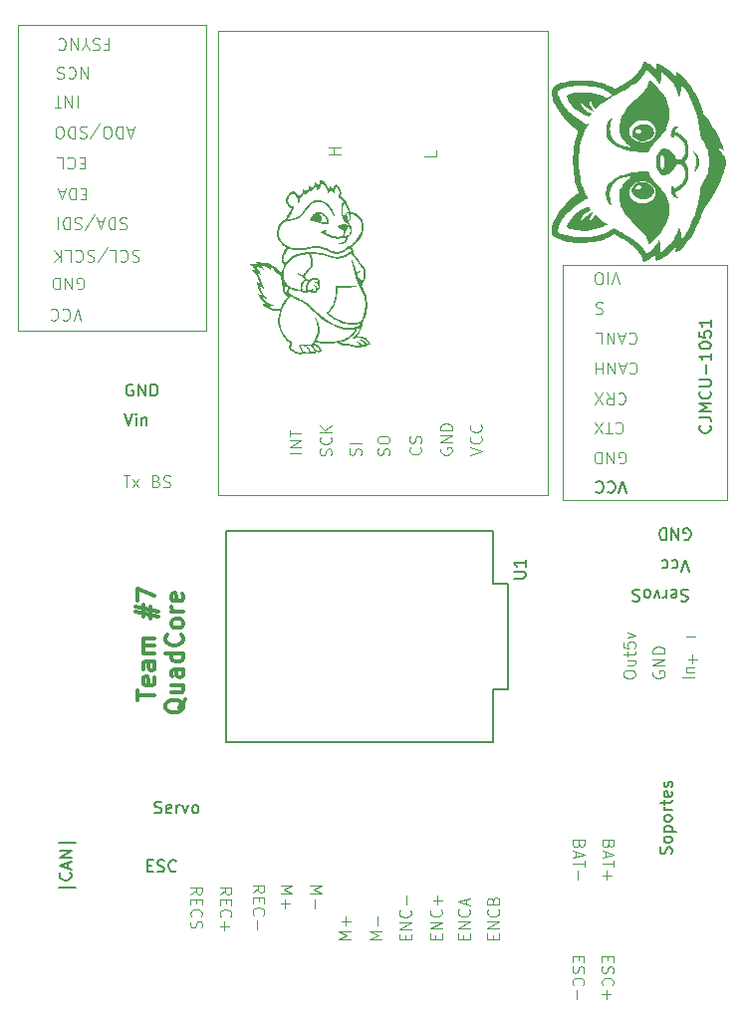
<source format=gbr>
%TF.GenerationSoftware,KiCad,Pcbnew,9.0.5*%
%TF.CreationDate,2025-11-14T12:22:43-06:00*%
%TF.ProjectId,PCBEmbebidos,50434245-6d62-4656-9269-646f732e6b69,rev?*%
%TF.SameCoordinates,Original*%
%TF.FileFunction,Legend,Top*%
%TF.FilePolarity,Positive*%
%FSLAX46Y46*%
G04 Gerber Fmt 4.6, Leading zero omitted, Abs format (unit mm)*
G04 Created by KiCad (PCBNEW 9.0.5) date 2025-11-14 12:22:43*
%MOMM*%
%LPD*%
G01*
G04 APERTURE LIST*
%ADD10C,0.150000*%
%ADD11C,0.100000*%
%ADD12C,0.300000*%
%ADD13C,0.000000*%
%ADD14C,0.127000*%
G04 APERTURE END LIST*
D10*
X40555123Y-103981540D02*
X39126551Y-103981540D01*
X40126551Y-102695826D02*
X40174171Y-102743445D01*
X40174171Y-102743445D02*
X40221790Y-102886302D01*
X40221790Y-102886302D02*
X40221790Y-102981540D01*
X40221790Y-102981540D02*
X40174171Y-103124397D01*
X40174171Y-103124397D02*
X40078932Y-103219635D01*
X40078932Y-103219635D02*
X39983694Y-103267254D01*
X39983694Y-103267254D02*
X39793218Y-103314873D01*
X39793218Y-103314873D02*
X39650361Y-103314873D01*
X39650361Y-103314873D02*
X39459885Y-103267254D01*
X39459885Y-103267254D02*
X39364647Y-103219635D01*
X39364647Y-103219635D02*
X39269409Y-103124397D01*
X39269409Y-103124397D02*
X39221790Y-102981540D01*
X39221790Y-102981540D02*
X39221790Y-102886302D01*
X39221790Y-102886302D02*
X39269409Y-102743445D01*
X39269409Y-102743445D02*
X39317028Y-102695826D01*
X39936075Y-102314873D02*
X39936075Y-101838683D01*
X40221790Y-102410111D02*
X39221790Y-102076778D01*
X39221790Y-102076778D02*
X40221790Y-101743445D01*
X40221790Y-101410111D02*
X39221790Y-101410111D01*
X39221790Y-101410111D02*
X40221790Y-100838683D01*
X40221790Y-100838683D02*
X39221790Y-100838683D01*
X40555123Y-100124397D02*
X39126551Y-100124397D01*
D11*
X44617237Y-68925327D02*
X45188665Y-68925327D01*
X44902951Y-69925327D02*
X44902951Y-68925327D01*
X45426761Y-69925327D02*
X45950570Y-69258660D01*
X45426761Y-69258660D02*
X45950570Y-69925327D01*
X47426761Y-69401517D02*
X47569618Y-69449136D01*
X47569618Y-69449136D02*
X47617237Y-69496755D01*
X47617237Y-69496755D02*
X47664856Y-69591993D01*
X47664856Y-69591993D02*
X47664856Y-69734850D01*
X47664856Y-69734850D02*
X47617237Y-69830088D01*
X47617237Y-69830088D02*
X47569618Y-69877708D01*
X47569618Y-69877708D02*
X47474380Y-69925327D01*
X47474380Y-69925327D02*
X47093428Y-69925327D01*
X47093428Y-69925327D02*
X47093428Y-68925327D01*
X47093428Y-68925327D02*
X47426761Y-68925327D01*
X47426761Y-68925327D02*
X47521999Y-68972946D01*
X47521999Y-68972946D02*
X47569618Y-69020565D01*
X47569618Y-69020565D02*
X47617237Y-69115803D01*
X47617237Y-69115803D02*
X47617237Y-69211041D01*
X47617237Y-69211041D02*
X47569618Y-69306279D01*
X47569618Y-69306279D02*
X47521999Y-69353898D01*
X47521999Y-69353898D02*
X47426761Y-69401517D01*
X47426761Y-69401517D02*
X47093428Y-69401517D01*
X48045809Y-69877708D02*
X48188666Y-69925327D01*
X48188666Y-69925327D02*
X48426761Y-69925327D01*
X48426761Y-69925327D02*
X48521999Y-69877708D01*
X48521999Y-69877708D02*
X48569618Y-69830088D01*
X48569618Y-69830088D02*
X48617237Y-69734850D01*
X48617237Y-69734850D02*
X48617237Y-69639612D01*
X48617237Y-69639612D02*
X48569618Y-69544374D01*
X48569618Y-69544374D02*
X48521999Y-69496755D01*
X48521999Y-69496755D02*
X48426761Y-69449136D01*
X48426761Y-69449136D02*
X48236285Y-69401517D01*
X48236285Y-69401517D02*
X48141047Y-69353898D01*
X48141047Y-69353898D02*
X48093428Y-69306279D01*
X48093428Y-69306279D02*
X48045809Y-69211041D01*
X48045809Y-69211041D02*
X48045809Y-69115803D01*
X48045809Y-69115803D02*
X48093428Y-69020565D01*
X48093428Y-69020565D02*
X48141047Y-68972946D01*
X48141047Y-68972946D02*
X48236285Y-68925327D01*
X48236285Y-68925327D02*
X48474380Y-68925327D01*
X48474380Y-68925327D02*
X48617237Y-68972946D01*
D10*
X47312368Y-97577220D02*
X47455225Y-97624839D01*
X47455225Y-97624839D02*
X47693320Y-97624839D01*
X47693320Y-97624839D02*
X47788558Y-97577220D01*
X47788558Y-97577220D02*
X47836177Y-97529600D01*
X47836177Y-97529600D02*
X47883796Y-97434362D01*
X47883796Y-97434362D02*
X47883796Y-97339124D01*
X47883796Y-97339124D02*
X47836177Y-97243886D01*
X47836177Y-97243886D02*
X47788558Y-97196267D01*
X47788558Y-97196267D02*
X47693320Y-97148648D01*
X47693320Y-97148648D02*
X47502844Y-97101029D01*
X47502844Y-97101029D02*
X47407606Y-97053410D01*
X47407606Y-97053410D02*
X47359987Y-97005791D01*
X47359987Y-97005791D02*
X47312368Y-96910553D01*
X47312368Y-96910553D02*
X47312368Y-96815315D01*
X47312368Y-96815315D02*
X47359987Y-96720077D01*
X47359987Y-96720077D02*
X47407606Y-96672458D01*
X47407606Y-96672458D02*
X47502844Y-96624839D01*
X47502844Y-96624839D02*
X47740939Y-96624839D01*
X47740939Y-96624839D02*
X47883796Y-96672458D01*
X48693320Y-97577220D02*
X48598082Y-97624839D01*
X48598082Y-97624839D02*
X48407606Y-97624839D01*
X48407606Y-97624839D02*
X48312368Y-97577220D01*
X48312368Y-97577220D02*
X48264749Y-97481981D01*
X48264749Y-97481981D02*
X48264749Y-97101029D01*
X48264749Y-97101029D02*
X48312368Y-97005791D01*
X48312368Y-97005791D02*
X48407606Y-96958172D01*
X48407606Y-96958172D02*
X48598082Y-96958172D01*
X48598082Y-96958172D02*
X48693320Y-97005791D01*
X48693320Y-97005791D02*
X48740939Y-97101029D01*
X48740939Y-97101029D02*
X48740939Y-97196267D01*
X48740939Y-97196267D02*
X48264749Y-97291505D01*
X49169511Y-97624839D02*
X49169511Y-96958172D01*
X49169511Y-97148648D02*
X49217130Y-97053410D01*
X49217130Y-97053410D02*
X49264749Y-97005791D01*
X49264749Y-97005791D02*
X49359987Y-96958172D01*
X49359987Y-96958172D02*
X49455225Y-96958172D01*
X49693321Y-96958172D02*
X49931416Y-97624839D01*
X49931416Y-97624839D02*
X50169511Y-96958172D01*
X50693321Y-97624839D02*
X50598083Y-97577220D01*
X50598083Y-97577220D02*
X50550464Y-97529600D01*
X50550464Y-97529600D02*
X50502845Y-97434362D01*
X50502845Y-97434362D02*
X50502845Y-97148648D01*
X50502845Y-97148648D02*
X50550464Y-97053410D01*
X50550464Y-97053410D02*
X50598083Y-97005791D01*
X50598083Y-97005791D02*
X50693321Y-96958172D01*
X50693321Y-96958172D02*
X50836178Y-96958172D01*
X50836178Y-96958172D02*
X50931416Y-97005791D01*
X50931416Y-97005791D02*
X50979035Y-97053410D01*
X50979035Y-97053410D02*
X51026654Y-97148648D01*
X51026654Y-97148648D02*
X51026654Y-97434362D01*
X51026654Y-97434362D02*
X50979035Y-97529600D01*
X50979035Y-97529600D02*
X50931416Y-97577220D01*
X50931416Y-97577220D02*
X50836178Y-97624839D01*
X50836178Y-97624839D02*
X50693321Y-97624839D01*
X44720625Y-63658391D02*
X45053958Y-64658391D01*
X45053958Y-64658391D02*
X45387291Y-63658391D01*
X45720625Y-64658391D02*
X45720625Y-63991724D01*
X45720625Y-63658391D02*
X45673006Y-63706010D01*
X45673006Y-63706010D02*
X45720625Y-63753629D01*
X45720625Y-63753629D02*
X45768244Y-63706010D01*
X45768244Y-63706010D02*
X45720625Y-63658391D01*
X45720625Y-63658391D02*
X45720625Y-63753629D01*
X46196815Y-63991724D02*
X46196815Y-64658391D01*
X46196815Y-64086962D02*
X46244434Y-64039343D01*
X46244434Y-64039343D02*
X46339672Y-63991724D01*
X46339672Y-63991724D02*
X46482529Y-63991724D01*
X46482529Y-63991724D02*
X46577767Y-64039343D01*
X46577767Y-64039343D02*
X46625386Y-64134581D01*
X46625386Y-64134581D02*
X46625386Y-64658391D01*
X91225727Y-101080541D02*
X91273346Y-100937684D01*
X91273346Y-100937684D02*
X91273346Y-100699589D01*
X91273346Y-100699589D02*
X91225727Y-100604351D01*
X91225727Y-100604351D02*
X91178107Y-100556732D01*
X91178107Y-100556732D02*
X91082869Y-100509113D01*
X91082869Y-100509113D02*
X90987631Y-100509113D01*
X90987631Y-100509113D02*
X90892393Y-100556732D01*
X90892393Y-100556732D02*
X90844774Y-100604351D01*
X90844774Y-100604351D02*
X90797155Y-100699589D01*
X90797155Y-100699589D02*
X90749536Y-100890065D01*
X90749536Y-100890065D02*
X90701917Y-100985303D01*
X90701917Y-100985303D02*
X90654298Y-101032922D01*
X90654298Y-101032922D02*
X90559060Y-101080541D01*
X90559060Y-101080541D02*
X90463822Y-101080541D01*
X90463822Y-101080541D02*
X90368584Y-101032922D01*
X90368584Y-101032922D02*
X90320965Y-100985303D01*
X90320965Y-100985303D02*
X90273346Y-100890065D01*
X90273346Y-100890065D02*
X90273346Y-100651970D01*
X90273346Y-100651970D02*
X90320965Y-100509113D01*
X91273346Y-99937684D02*
X91225727Y-100032922D01*
X91225727Y-100032922D02*
X91178107Y-100080541D01*
X91178107Y-100080541D02*
X91082869Y-100128160D01*
X91082869Y-100128160D02*
X90797155Y-100128160D01*
X90797155Y-100128160D02*
X90701917Y-100080541D01*
X90701917Y-100080541D02*
X90654298Y-100032922D01*
X90654298Y-100032922D02*
X90606679Y-99937684D01*
X90606679Y-99937684D02*
X90606679Y-99794827D01*
X90606679Y-99794827D02*
X90654298Y-99699589D01*
X90654298Y-99699589D02*
X90701917Y-99651970D01*
X90701917Y-99651970D02*
X90797155Y-99604351D01*
X90797155Y-99604351D02*
X91082869Y-99604351D01*
X91082869Y-99604351D02*
X91178107Y-99651970D01*
X91178107Y-99651970D02*
X91225727Y-99699589D01*
X91225727Y-99699589D02*
X91273346Y-99794827D01*
X91273346Y-99794827D02*
X91273346Y-99937684D01*
X90606679Y-99175779D02*
X91606679Y-99175779D01*
X90654298Y-99175779D02*
X90606679Y-99080541D01*
X90606679Y-99080541D02*
X90606679Y-98890065D01*
X90606679Y-98890065D02*
X90654298Y-98794827D01*
X90654298Y-98794827D02*
X90701917Y-98747208D01*
X90701917Y-98747208D02*
X90797155Y-98699589D01*
X90797155Y-98699589D02*
X91082869Y-98699589D01*
X91082869Y-98699589D02*
X91178107Y-98747208D01*
X91178107Y-98747208D02*
X91225727Y-98794827D01*
X91225727Y-98794827D02*
X91273346Y-98890065D01*
X91273346Y-98890065D02*
X91273346Y-99080541D01*
X91273346Y-99080541D02*
X91225727Y-99175779D01*
X91273346Y-98128160D02*
X91225727Y-98223398D01*
X91225727Y-98223398D02*
X91178107Y-98271017D01*
X91178107Y-98271017D02*
X91082869Y-98318636D01*
X91082869Y-98318636D02*
X90797155Y-98318636D01*
X90797155Y-98318636D02*
X90701917Y-98271017D01*
X90701917Y-98271017D02*
X90654298Y-98223398D01*
X90654298Y-98223398D02*
X90606679Y-98128160D01*
X90606679Y-98128160D02*
X90606679Y-97985303D01*
X90606679Y-97985303D02*
X90654298Y-97890065D01*
X90654298Y-97890065D02*
X90701917Y-97842446D01*
X90701917Y-97842446D02*
X90797155Y-97794827D01*
X90797155Y-97794827D02*
X91082869Y-97794827D01*
X91082869Y-97794827D02*
X91178107Y-97842446D01*
X91178107Y-97842446D02*
X91225727Y-97890065D01*
X91225727Y-97890065D02*
X91273346Y-97985303D01*
X91273346Y-97985303D02*
X91273346Y-98128160D01*
X91273346Y-97366255D02*
X90606679Y-97366255D01*
X90797155Y-97366255D02*
X90701917Y-97318636D01*
X90701917Y-97318636D02*
X90654298Y-97271017D01*
X90654298Y-97271017D02*
X90606679Y-97175779D01*
X90606679Y-97175779D02*
X90606679Y-97080541D01*
X90606679Y-96890064D02*
X90606679Y-96509112D01*
X90273346Y-96747207D02*
X91130488Y-96747207D01*
X91130488Y-96747207D02*
X91225727Y-96699588D01*
X91225727Y-96699588D02*
X91273346Y-96604350D01*
X91273346Y-96604350D02*
X91273346Y-96509112D01*
X91225727Y-95794826D02*
X91273346Y-95890064D01*
X91273346Y-95890064D02*
X91273346Y-96080540D01*
X91273346Y-96080540D02*
X91225727Y-96175778D01*
X91225727Y-96175778D02*
X91130488Y-96223397D01*
X91130488Y-96223397D02*
X90749536Y-96223397D01*
X90749536Y-96223397D02*
X90654298Y-96175778D01*
X90654298Y-96175778D02*
X90606679Y-96080540D01*
X90606679Y-96080540D02*
X90606679Y-95890064D01*
X90606679Y-95890064D02*
X90654298Y-95794826D01*
X90654298Y-95794826D02*
X90749536Y-95747207D01*
X90749536Y-95747207D02*
X90844774Y-95747207D01*
X90844774Y-95747207D02*
X90940012Y-96223397D01*
X91225727Y-95366254D02*
X91273346Y-95271016D01*
X91273346Y-95271016D02*
X91273346Y-95080540D01*
X91273346Y-95080540D02*
X91225727Y-94985302D01*
X91225727Y-94985302D02*
X91130488Y-94937683D01*
X91130488Y-94937683D02*
X91082869Y-94937683D01*
X91082869Y-94937683D02*
X90987631Y-94985302D01*
X90987631Y-94985302D02*
X90940012Y-95080540D01*
X90940012Y-95080540D02*
X90940012Y-95223397D01*
X90940012Y-95223397D02*
X90892393Y-95318635D01*
X90892393Y-95318635D02*
X90797155Y-95366254D01*
X90797155Y-95366254D02*
X90749536Y-95366254D01*
X90749536Y-95366254D02*
X90654298Y-95318635D01*
X90654298Y-95318635D02*
X90606679Y-95223397D01*
X90606679Y-95223397D02*
X90606679Y-95080540D01*
X90606679Y-95080540D02*
X90654298Y-94985302D01*
X45448491Y-61196820D02*
X45353253Y-61149201D01*
X45353253Y-61149201D02*
X45210396Y-61149201D01*
X45210396Y-61149201D02*
X45067539Y-61196820D01*
X45067539Y-61196820D02*
X44972301Y-61292058D01*
X44972301Y-61292058D02*
X44924682Y-61387296D01*
X44924682Y-61387296D02*
X44877063Y-61577772D01*
X44877063Y-61577772D02*
X44877063Y-61720629D01*
X44877063Y-61720629D02*
X44924682Y-61911105D01*
X44924682Y-61911105D02*
X44972301Y-62006343D01*
X44972301Y-62006343D02*
X45067539Y-62101582D01*
X45067539Y-62101582D02*
X45210396Y-62149201D01*
X45210396Y-62149201D02*
X45305634Y-62149201D01*
X45305634Y-62149201D02*
X45448491Y-62101582D01*
X45448491Y-62101582D02*
X45496110Y-62053962D01*
X45496110Y-62053962D02*
X45496110Y-61720629D01*
X45496110Y-61720629D02*
X45305634Y-61720629D01*
X45924682Y-62149201D02*
X45924682Y-61149201D01*
X45924682Y-61149201D02*
X46496110Y-62149201D01*
X46496110Y-62149201D02*
X46496110Y-61149201D01*
X46972301Y-62149201D02*
X46972301Y-61149201D01*
X46972301Y-61149201D02*
X47210396Y-61149201D01*
X47210396Y-61149201D02*
X47353253Y-61196820D01*
X47353253Y-61196820D02*
X47448491Y-61292058D01*
X47448491Y-61292058D02*
X47496110Y-61387296D01*
X47496110Y-61387296D02*
X47543729Y-61577772D01*
X47543729Y-61577772D02*
X47543729Y-61720629D01*
X47543729Y-61720629D02*
X47496110Y-61911105D01*
X47496110Y-61911105D02*
X47448491Y-62006343D01*
X47448491Y-62006343D02*
X47353253Y-62101582D01*
X47353253Y-62101582D02*
X47210396Y-62149201D01*
X47210396Y-62149201D02*
X46972301Y-62149201D01*
D12*
X45818666Y-88029736D02*
X45818666Y-87172594D01*
X47318666Y-87601165D02*
X45818666Y-87601165D01*
X47247238Y-86101165D02*
X47318666Y-86244022D01*
X47318666Y-86244022D02*
X47318666Y-86529737D01*
X47318666Y-86529737D02*
X47247238Y-86672594D01*
X47247238Y-86672594D02*
X47104380Y-86744022D01*
X47104380Y-86744022D02*
X46532952Y-86744022D01*
X46532952Y-86744022D02*
X46390095Y-86672594D01*
X46390095Y-86672594D02*
X46318666Y-86529737D01*
X46318666Y-86529737D02*
X46318666Y-86244022D01*
X46318666Y-86244022D02*
X46390095Y-86101165D01*
X46390095Y-86101165D02*
X46532952Y-86029737D01*
X46532952Y-86029737D02*
X46675809Y-86029737D01*
X46675809Y-86029737D02*
X46818666Y-86744022D01*
X47318666Y-84744023D02*
X46532952Y-84744023D01*
X46532952Y-84744023D02*
X46390095Y-84815451D01*
X46390095Y-84815451D02*
X46318666Y-84958308D01*
X46318666Y-84958308D02*
X46318666Y-85244023D01*
X46318666Y-85244023D02*
X46390095Y-85386880D01*
X47247238Y-84744023D02*
X47318666Y-84886880D01*
X47318666Y-84886880D02*
X47318666Y-85244023D01*
X47318666Y-85244023D02*
X47247238Y-85386880D01*
X47247238Y-85386880D02*
X47104380Y-85458308D01*
X47104380Y-85458308D02*
X46961523Y-85458308D01*
X46961523Y-85458308D02*
X46818666Y-85386880D01*
X46818666Y-85386880D02*
X46747238Y-85244023D01*
X46747238Y-85244023D02*
X46747238Y-84886880D01*
X46747238Y-84886880D02*
X46675809Y-84744023D01*
X47318666Y-84029737D02*
X46318666Y-84029737D01*
X46461523Y-84029737D02*
X46390095Y-83958308D01*
X46390095Y-83958308D02*
X46318666Y-83815451D01*
X46318666Y-83815451D02*
X46318666Y-83601165D01*
X46318666Y-83601165D02*
X46390095Y-83458308D01*
X46390095Y-83458308D02*
X46532952Y-83386880D01*
X46532952Y-83386880D02*
X47318666Y-83386880D01*
X46532952Y-83386880D02*
X46390095Y-83315451D01*
X46390095Y-83315451D02*
X46318666Y-83172594D01*
X46318666Y-83172594D02*
X46318666Y-82958308D01*
X46318666Y-82958308D02*
X46390095Y-82815451D01*
X46390095Y-82815451D02*
X46532952Y-82744022D01*
X46532952Y-82744022D02*
X47318666Y-82744022D01*
X46318666Y-80958308D02*
X46318666Y-79886880D01*
X45675809Y-80529737D02*
X47604380Y-80958308D01*
X46961523Y-80029737D02*
X46961523Y-81101165D01*
X47604380Y-80458308D02*
X45675809Y-80029737D01*
X45818666Y-79529737D02*
X45818666Y-78529737D01*
X45818666Y-78529737D02*
X47318666Y-79172594D01*
X49876439Y-87958308D02*
X49805011Y-88101165D01*
X49805011Y-88101165D02*
X49662154Y-88244022D01*
X49662154Y-88244022D02*
X49447868Y-88458308D01*
X49447868Y-88458308D02*
X49376439Y-88601165D01*
X49376439Y-88601165D02*
X49376439Y-88744022D01*
X49733582Y-88672593D02*
X49662154Y-88815451D01*
X49662154Y-88815451D02*
X49519296Y-88958308D01*
X49519296Y-88958308D02*
X49233582Y-89029736D01*
X49233582Y-89029736D02*
X48733582Y-89029736D01*
X48733582Y-89029736D02*
X48447868Y-88958308D01*
X48447868Y-88958308D02*
X48305011Y-88815451D01*
X48305011Y-88815451D02*
X48233582Y-88672593D01*
X48233582Y-88672593D02*
X48233582Y-88386879D01*
X48233582Y-88386879D02*
X48305011Y-88244022D01*
X48305011Y-88244022D02*
X48447868Y-88101165D01*
X48447868Y-88101165D02*
X48733582Y-88029736D01*
X48733582Y-88029736D02*
X49233582Y-88029736D01*
X49233582Y-88029736D02*
X49519296Y-88101165D01*
X49519296Y-88101165D02*
X49662154Y-88244022D01*
X49662154Y-88244022D02*
X49733582Y-88386879D01*
X49733582Y-88386879D02*
X49733582Y-88672593D01*
X48733582Y-86744022D02*
X49733582Y-86744022D01*
X48733582Y-87386879D02*
X49519296Y-87386879D01*
X49519296Y-87386879D02*
X49662154Y-87315450D01*
X49662154Y-87315450D02*
X49733582Y-87172593D01*
X49733582Y-87172593D02*
X49733582Y-86958307D01*
X49733582Y-86958307D02*
X49662154Y-86815450D01*
X49662154Y-86815450D02*
X49590725Y-86744022D01*
X49733582Y-85386879D02*
X48947868Y-85386879D01*
X48947868Y-85386879D02*
X48805011Y-85458307D01*
X48805011Y-85458307D02*
X48733582Y-85601164D01*
X48733582Y-85601164D02*
X48733582Y-85886879D01*
X48733582Y-85886879D02*
X48805011Y-86029736D01*
X49662154Y-85386879D02*
X49733582Y-85529736D01*
X49733582Y-85529736D02*
X49733582Y-85886879D01*
X49733582Y-85886879D02*
X49662154Y-86029736D01*
X49662154Y-86029736D02*
X49519296Y-86101164D01*
X49519296Y-86101164D02*
X49376439Y-86101164D01*
X49376439Y-86101164D02*
X49233582Y-86029736D01*
X49233582Y-86029736D02*
X49162154Y-85886879D01*
X49162154Y-85886879D02*
X49162154Y-85529736D01*
X49162154Y-85529736D02*
X49090725Y-85386879D01*
X49733582Y-84029736D02*
X48233582Y-84029736D01*
X49662154Y-84029736D02*
X49733582Y-84172593D01*
X49733582Y-84172593D02*
X49733582Y-84458307D01*
X49733582Y-84458307D02*
X49662154Y-84601164D01*
X49662154Y-84601164D02*
X49590725Y-84672593D01*
X49590725Y-84672593D02*
X49447868Y-84744021D01*
X49447868Y-84744021D02*
X49019296Y-84744021D01*
X49019296Y-84744021D02*
X48876439Y-84672593D01*
X48876439Y-84672593D02*
X48805011Y-84601164D01*
X48805011Y-84601164D02*
X48733582Y-84458307D01*
X48733582Y-84458307D02*
X48733582Y-84172593D01*
X48733582Y-84172593D02*
X48805011Y-84029736D01*
X49590725Y-82458307D02*
X49662154Y-82529735D01*
X49662154Y-82529735D02*
X49733582Y-82744021D01*
X49733582Y-82744021D02*
X49733582Y-82886878D01*
X49733582Y-82886878D02*
X49662154Y-83101164D01*
X49662154Y-83101164D02*
X49519296Y-83244021D01*
X49519296Y-83244021D02*
X49376439Y-83315450D01*
X49376439Y-83315450D02*
X49090725Y-83386878D01*
X49090725Y-83386878D02*
X48876439Y-83386878D01*
X48876439Y-83386878D02*
X48590725Y-83315450D01*
X48590725Y-83315450D02*
X48447868Y-83244021D01*
X48447868Y-83244021D02*
X48305011Y-83101164D01*
X48305011Y-83101164D02*
X48233582Y-82886878D01*
X48233582Y-82886878D02*
X48233582Y-82744021D01*
X48233582Y-82744021D02*
X48305011Y-82529735D01*
X48305011Y-82529735D02*
X48376439Y-82458307D01*
X49733582Y-81601164D02*
X49662154Y-81744021D01*
X49662154Y-81744021D02*
X49590725Y-81815450D01*
X49590725Y-81815450D02*
X49447868Y-81886878D01*
X49447868Y-81886878D02*
X49019296Y-81886878D01*
X49019296Y-81886878D02*
X48876439Y-81815450D01*
X48876439Y-81815450D02*
X48805011Y-81744021D01*
X48805011Y-81744021D02*
X48733582Y-81601164D01*
X48733582Y-81601164D02*
X48733582Y-81386878D01*
X48733582Y-81386878D02*
X48805011Y-81244021D01*
X48805011Y-81244021D02*
X48876439Y-81172593D01*
X48876439Y-81172593D02*
X49019296Y-81101164D01*
X49019296Y-81101164D02*
X49447868Y-81101164D01*
X49447868Y-81101164D02*
X49590725Y-81172593D01*
X49590725Y-81172593D02*
X49662154Y-81244021D01*
X49662154Y-81244021D02*
X49733582Y-81386878D01*
X49733582Y-81386878D02*
X49733582Y-81601164D01*
X49733582Y-80458307D02*
X48733582Y-80458307D01*
X49019296Y-80458307D02*
X48876439Y-80386878D01*
X48876439Y-80386878D02*
X48805011Y-80315450D01*
X48805011Y-80315450D02*
X48733582Y-80172592D01*
X48733582Y-80172592D02*
X48733582Y-80029735D01*
X49662154Y-78958307D02*
X49733582Y-79101164D01*
X49733582Y-79101164D02*
X49733582Y-79386879D01*
X49733582Y-79386879D02*
X49662154Y-79529736D01*
X49662154Y-79529736D02*
X49519296Y-79601164D01*
X49519296Y-79601164D02*
X48947868Y-79601164D01*
X48947868Y-79601164D02*
X48805011Y-79529736D01*
X48805011Y-79529736D02*
X48733582Y-79386879D01*
X48733582Y-79386879D02*
X48733582Y-79101164D01*
X48733582Y-79101164D02*
X48805011Y-78958307D01*
X48805011Y-78958307D02*
X48947868Y-78886879D01*
X48947868Y-78886879D02*
X49090725Y-78886879D01*
X49090725Y-78886879D02*
X49233582Y-79601164D01*
D10*
X46691090Y-102088674D02*
X47024423Y-102088674D01*
X47167280Y-102612484D02*
X46691090Y-102612484D01*
X46691090Y-102612484D02*
X46691090Y-101612484D01*
X46691090Y-101612484D02*
X47167280Y-101612484D01*
X47548233Y-102564865D02*
X47691090Y-102612484D01*
X47691090Y-102612484D02*
X47929185Y-102612484D01*
X47929185Y-102612484D02*
X48024423Y-102564865D01*
X48024423Y-102564865D02*
X48072042Y-102517245D01*
X48072042Y-102517245D02*
X48119661Y-102422007D01*
X48119661Y-102422007D02*
X48119661Y-102326769D01*
X48119661Y-102326769D02*
X48072042Y-102231531D01*
X48072042Y-102231531D02*
X48024423Y-102183912D01*
X48024423Y-102183912D02*
X47929185Y-102136293D01*
X47929185Y-102136293D02*
X47738709Y-102088674D01*
X47738709Y-102088674D02*
X47643471Y-102041055D01*
X47643471Y-102041055D02*
X47595852Y-101993436D01*
X47595852Y-101993436D02*
X47548233Y-101898198D01*
X47548233Y-101898198D02*
X47548233Y-101802960D01*
X47548233Y-101802960D02*
X47595852Y-101707722D01*
X47595852Y-101707722D02*
X47643471Y-101660103D01*
X47643471Y-101660103D02*
X47738709Y-101612484D01*
X47738709Y-101612484D02*
X47976804Y-101612484D01*
X47976804Y-101612484D02*
X48119661Y-101660103D01*
X49119661Y-102517245D02*
X49072042Y-102564865D01*
X49072042Y-102564865D02*
X48929185Y-102612484D01*
X48929185Y-102612484D02*
X48833947Y-102612484D01*
X48833947Y-102612484D02*
X48691090Y-102564865D01*
X48691090Y-102564865D02*
X48595852Y-102469626D01*
X48595852Y-102469626D02*
X48548233Y-102374388D01*
X48548233Y-102374388D02*
X48500614Y-102183912D01*
X48500614Y-102183912D02*
X48500614Y-102041055D01*
X48500614Y-102041055D02*
X48548233Y-101850579D01*
X48548233Y-101850579D02*
X48595852Y-101755341D01*
X48595852Y-101755341D02*
X48691090Y-101660103D01*
X48691090Y-101660103D02*
X48833947Y-101612484D01*
X48833947Y-101612484D02*
X48929185Y-101612484D01*
X48929185Y-101612484D02*
X49072042Y-101660103D01*
X49072042Y-101660103D02*
X49119661Y-101707722D01*
D11*
X73568609Y-108316115D02*
X73568609Y-107982782D01*
X74092419Y-107839925D02*
X74092419Y-108316115D01*
X74092419Y-108316115D02*
X73092419Y-108316115D01*
X73092419Y-108316115D02*
X73092419Y-107839925D01*
X74092419Y-107411353D02*
X73092419Y-107411353D01*
X73092419Y-107411353D02*
X74092419Y-106839925D01*
X74092419Y-106839925D02*
X73092419Y-106839925D01*
X73997180Y-105792306D02*
X74044800Y-105839925D01*
X74044800Y-105839925D02*
X74092419Y-105982782D01*
X74092419Y-105982782D02*
X74092419Y-106078020D01*
X74092419Y-106078020D02*
X74044800Y-106220877D01*
X74044800Y-106220877D02*
X73949561Y-106316115D01*
X73949561Y-106316115D02*
X73854323Y-106363734D01*
X73854323Y-106363734D02*
X73663847Y-106411353D01*
X73663847Y-106411353D02*
X73520990Y-106411353D01*
X73520990Y-106411353D02*
X73330514Y-106363734D01*
X73330514Y-106363734D02*
X73235276Y-106316115D01*
X73235276Y-106316115D02*
X73140038Y-106220877D01*
X73140038Y-106220877D02*
X73092419Y-106078020D01*
X73092419Y-106078020D02*
X73092419Y-105982782D01*
X73092419Y-105982782D02*
X73140038Y-105839925D01*
X73140038Y-105839925D02*
X73187657Y-105792306D01*
X73806704Y-105411353D02*
X73806704Y-104935163D01*
X74092419Y-105506591D02*
X73092419Y-105173258D01*
X73092419Y-105173258D02*
X74092419Y-104839925D01*
X63931134Y-108346552D02*
X62931134Y-108346552D01*
X62931134Y-108346552D02*
X63645419Y-108013219D01*
X63645419Y-108013219D02*
X62931134Y-107679886D01*
X62931134Y-107679886D02*
X63931134Y-107679886D01*
X63550181Y-107203695D02*
X63550181Y-106441791D01*
X63931134Y-106822743D02*
X63169229Y-106822743D01*
X66592419Y-108316115D02*
X65592419Y-108316115D01*
X65592419Y-108316115D02*
X66306704Y-107982782D01*
X66306704Y-107982782D02*
X65592419Y-107649449D01*
X65592419Y-107649449D02*
X66592419Y-107649449D01*
X66211466Y-107173258D02*
X66211466Y-106411354D01*
X71199200Y-108346552D02*
X71199200Y-108013219D01*
X71723010Y-107870362D02*
X71723010Y-108346552D01*
X71723010Y-108346552D02*
X70723010Y-108346552D01*
X70723010Y-108346552D02*
X70723010Y-107870362D01*
X71723010Y-107441790D02*
X70723010Y-107441790D01*
X70723010Y-107441790D02*
X71723010Y-106870362D01*
X71723010Y-106870362D02*
X70723010Y-106870362D01*
X71627771Y-105822743D02*
X71675391Y-105870362D01*
X71675391Y-105870362D02*
X71723010Y-106013219D01*
X71723010Y-106013219D02*
X71723010Y-106108457D01*
X71723010Y-106108457D02*
X71675391Y-106251314D01*
X71675391Y-106251314D02*
X71580152Y-106346552D01*
X71580152Y-106346552D02*
X71484914Y-106394171D01*
X71484914Y-106394171D02*
X71294438Y-106441790D01*
X71294438Y-106441790D02*
X71151581Y-106441790D01*
X71151581Y-106441790D02*
X70961105Y-106394171D01*
X70961105Y-106394171D02*
X70865867Y-106346552D01*
X70865867Y-106346552D02*
X70770629Y-106251314D01*
X70770629Y-106251314D02*
X70723010Y-106108457D01*
X70723010Y-106108457D02*
X70723010Y-106013219D01*
X70723010Y-106013219D02*
X70770629Y-105870362D01*
X70770629Y-105870362D02*
X70818248Y-105822743D01*
X71342057Y-105394171D02*
X71342057Y-104632267D01*
X71723010Y-105013219D02*
X70961105Y-105013219D01*
X76068609Y-108316115D02*
X76068609Y-107982782D01*
X76592419Y-107839925D02*
X76592419Y-108316115D01*
X76592419Y-108316115D02*
X75592419Y-108316115D01*
X75592419Y-108316115D02*
X75592419Y-107839925D01*
X76592419Y-107411353D02*
X75592419Y-107411353D01*
X75592419Y-107411353D02*
X76592419Y-106839925D01*
X76592419Y-106839925D02*
X75592419Y-106839925D01*
X76497180Y-105792306D02*
X76544800Y-105839925D01*
X76544800Y-105839925D02*
X76592419Y-105982782D01*
X76592419Y-105982782D02*
X76592419Y-106078020D01*
X76592419Y-106078020D02*
X76544800Y-106220877D01*
X76544800Y-106220877D02*
X76449561Y-106316115D01*
X76449561Y-106316115D02*
X76354323Y-106363734D01*
X76354323Y-106363734D02*
X76163847Y-106411353D01*
X76163847Y-106411353D02*
X76020990Y-106411353D01*
X76020990Y-106411353D02*
X75830514Y-106363734D01*
X75830514Y-106363734D02*
X75735276Y-106316115D01*
X75735276Y-106316115D02*
X75640038Y-106220877D01*
X75640038Y-106220877D02*
X75592419Y-106078020D01*
X75592419Y-106078020D02*
X75592419Y-105982782D01*
X75592419Y-105982782D02*
X75640038Y-105839925D01*
X75640038Y-105839925D02*
X75687657Y-105792306D01*
X76068609Y-105030401D02*
X76116228Y-104887544D01*
X76116228Y-104887544D02*
X76163847Y-104839925D01*
X76163847Y-104839925D02*
X76259085Y-104792306D01*
X76259085Y-104792306D02*
X76401942Y-104792306D01*
X76401942Y-104792306D02*
X76497180Y-104839925D01*
X76497180Y-104839925D02*
X76544800Y-104887544D01*
X76544800Y-104887544D02*
X76592419Y-104982782D01*
X76592419Y-104982782D02*
X76592419Y-105363734D01*
X76592419Y-105363734D02*
X75592419Y-105363734D01*
X75592419Y-105363734D02*
X75592419Y-105030401D01*
X75592419Y-105030401D02*
X75640038Y-104935163D01*
X75640038Y-104935163D02*
X75687657Y-104887544D01*
X75687657Y-104887544D02*
X75782895Y-104839925D01*
X75782895Y-104839925D02*
X75878133Y-104839925D01*
X75878133Y-104839925D02*
X75973371Y-104887544D01*
X75973371Y-104887544D02*
X76020990Y-104935163D01*
X76020990Y-104935163D02*
X76068609Y-105030401D01*
X76068609Y-105030401D02*
X76068609Y-105363734D01*
X68581617Y-108376989D02*
X68581617Y-108043656D01*
X69105427Y-107900799D02*
X69105427Y-108376989D01*
X69105427Y-108376989D02*
X68105427Y-108376989D01*
X68105427Y-108376989D02*
X68105427Y-107900799D01*
X69105427Y-107472227D02*
X68105427Y-107472227D01*
X68105427Y-107472227D02*
X69105427Y-106900799D01*
X69105427Y-106900799D02*
X68105427Y-106900799D01*
X69010188Y-105853180D02*
X69057808Y-105900799D01*
X69057808Y-105900799D02*
X69105427Y-106043656D01*
X69105427Y-106043656D02*
X69105427Y-106138894D01*
X69105427Y-106138894D02*
X69057808Y-106281751D01*
X69057808Y-106281751D02*
X68962569Y-106376989D01*
X68962569Y-106376989D02*
X68867331Y-106424608D01*
X68867331Y-106424608D02*
X68676855Y-106472227D01*
X68676855Y-106472227D02*
X68533998Y-106472227D01*
X68533998Y-106472227D02*
X68343522Y-106424608D01*
X68343522Y-106424608D02*
X68248284Y-106376989D01*
X68248284Y-106376989D02*
X68153046Y-106281751D01*
X68153046Y-106281751D02*
X68105427Y-106138894D01*
X68105427Y-106138894D02*
X68105427Y-106043656D01*
X68105427Y-106043656D02*
X68153046Y-105900799D01*
X68153046Y-105900799D02*
X68200665Y-105853180D01*
X68724474Y-105424608D02*
X68724474Y-104662704D01*
X83371390Y-100257217D02*
X83323771Y-100400074D01*
X83323771Y-100400074D02*
X83276152Y-100447693D01*
X83276152Y-100447693D02*
X83180914Y-100495312D01*
X83180914Y-100495312D02*
X83038057Y-100495312D01*
X83038057Y-100495312D02*
X82942819Y-100447693D01*
X82942819Y-100447693D02*
X82895200Y-100400074D01*
X82895200Y-100400074D02*
X82847580Y-100304836D01*
X82847580Y-100304836D02*
X82847580Y-99923884D01*
X82847580Y-99923884D02*
X83847580Y-99923884D01*
X83847580Y-99923884D02*
X83847580Y-100257217D01*
X83847580Y-100257217D02*
X83799961Y-100352455D01*
X83799961Y-100352455D02*
X83752342Y-100400074D01*
X83752342Y-100400074D02*
X83657104Y-100447693D01*
X83657104Y-100447693D02*
X83561866Y-100447693D01*
X83561866Y-100447693D02*
X83466628Y-100400074D01*
X83466628Y-100400074D02*
X83419009Y-100352455D01*
X83419009Y-100352455D02*
X83371390Y-100257217D01*
X83371390Y-100257217D02*
X83371390Y-99923884D01*
X83133295Y-100876265D02*
X83133295Y-101352455D01*
X82847580Y-100781027D02*
X83847580Y-101114360D01*
X83847580Y-101114360D02*
X82847580Y-101447693D01*
X83847580Y-101638170D02*
X83847580Y-102209598D01*
X82847580Y-101923884D02*
X83847580Y-101923884D01*
X83228533Y-102542932D02*
X83228533Y-103304837D01*
X85871390Y-100257217D02*
X85823771Y-100400074D01*
X85823771Y-100400074D02*
X85776152Y-100447693D01*
X85776152Y-100447693D02*
X85680914Y-100495312D01*
X85680914Y-100495312D02*
X85538057Y-100495312D01*
X85538057Y-100495312D02*
X85442819Y-100447693D01*
X85442819Y-100447693D02*
X85395200Y-100400074D01*
X85395200Y-100400074D02*
X85347580Y-100304836D01*
X85347580Y-100304836D02*
X85347580Y-99923884D01*
X85347580Y-99923884D02*
X86347580Y-99923884D01*
X86347580Y-99923884D02*
X86347580Y-100257217D01*
X86347580Y-100257217D02*
X86299961Y-100352455D01*
X86299961Y-100352455D02*
X86252342Y-100400074D01*
X86252342Y-100400074D02*
X86157104Y-100447693D01*
X86157104Y-100447693D02*
X86061866Y-100447693D01*
X86061866Y-100447693D02*
X85966628Y-100400074D01*
X85966628Y-100400074D02*
X85919009Y-100352455D01*
X85919009Y-100352455D02*
X85871390Y-100257217D01*
X85871390Y-100257217D02*
X85871390Y-99923884D01*
X85633295Y-100876265D02*
X85633295Y-101352455D01*
X85347580Y-100781027D02*
X86347580Y-101114360D01*
X86347580Y-101114360D02*
X85347580Y-101447693D01*
X86347580Y-101638170D02*
X86347580Y-102209598D01*
X85347580Y-101923884D02*
X86347580Y-101923884D01*
X85728533Y-102542932D02*
X85728533Y-103304837D01*
X85347580Y-102923884D02*
X86109485Y-102923884D01*
D10*
X94501813Y-64678002D02*
X94549433Y-64725621D01*
X94549433Y-64725621D02*
X94597052Y-64868478D01*
X94597052Y-64868478D02*
X94597052Y-64963716D01*
X94597052Y-64963716D02*
X94549433Y-65106573D01*
X94549433Y-65106573D02*
X94454194Y-65201811D01*
X94454194Y-65201811D02*
X94358956Y-65249430D01*
X94358956Y-65249430D02*
X94168480Y-65297049D01*
X94168480Y-65297049D02*
X94025623Y-65297049D01*
X94025623Y-65297049D02*
X93835147Y-65249430D01*
X93835147Y-65249430D02*
X93739909Y-65201811D01*
X93739909Y-65201811D02*
X93644671Y-65106573D01*
X93644671Y-65106573D02*
X93597052Y-64963716D01*
X93597052Y-64963716D02*
X93597052Y-64868478D01*
X93597052Y-64868478D02*
X93644671Y-64725621D01*
X93644671Y-64725621D02*
X93692290Y-64678002D01*
X93597052Y-63963716D02*
X94311337Y-63963716D01*
X94311337Y-63963716D02*
X94454194Y-64011335D01*
X94454194Y-64011335D02*
X94549433Y-64106573D01*
X94549433Y-64106573D02*
X94597052Y-64249430D01*
X94597052Y-64249430D02*
X94597052Y-64344668D01*
X94597052Y-63487525D02*
X93597052Y-63487525D01*
X93597052Y-63487525D02*
X94311337Y-63154192D01*
X94311337Y-63154192D02*
X93597052Y-62820859D01*
X93597052Y-62820859D02*
X94597052Y-62820859D01*
X94501813Y-61773240D02*
X94549433Y-61820859D01*
X94549433Y-61820859D02*
X94597052Y-61963716D01*
X94597052Y-61963716D02*
X94597052Y-62058954D01*
X94597052Y-62058954D02*
X94549433Y-62201811D01*
X94549433Y-62201811D02*
X94454194Y-62297049D01*
X94454194Y-62297049D02*
X94358956Y-62344668D01*
X94358956Y-62344668D02*
X94168480Y-62392287D01*
X94168480Y-62392287D02*
X94025623Y-62392287D01*
X94025623Y-62392287D02*
X93835147Y-62344668D01*
X93835147Y-62344668D02*
X93739909Y-62297049D01*
X93739909Y-62297049D02*
X93644671Y-62201811D01*
X93644671Y-62201811D02*
X93597052Y-62058954D01*
X93597052Y-62058954D02*
X93597052Y-61963716D01*
X93597052Y-61963716D02*
X93644671Y-61820859D01*
X93644671Y-61820859D02*
X93692290Y-61773240D01*
X93597052Y-61344668D02*
X94406575Y-61344668D01*
X94406575Y-61344668D02*
X94501813Y-61297049D01*
X94501813Y-61297049D02*
X94549433Y-61249430D01*
X94549433Y-61249430D02*
X94597052Y-61154192D01*
X94597052Y-61154192D02*
X94597052Y-60963716D01*
X94597052Y-60963716D02*
X94549433Y-60868478D01*
X94549433Y-60868478D02*
X94501813Y-60820859D01*
X94501813Y-60820859D02*
X94406575Y-60773240D01*
X94406575Y-60773240D02*
X93597052Y-60773240D01*
X94216099Y-60297049D02*
X94216099Y-59535145D01*
X94597052Y-58535145D02*
X94597052Y-59106573D01*
X94597052Y-58820859D02*
X93597052Y-58820859D01*
X93597052Y-58820859D02*
X93739909Y-58916097D01*
X93739909Y-58916097D02*
X93835147Y-59011335D01*
X93835147Y-59011335D02*
X93882766Y-59106573D01*
X93597052Y-57916097D02*
X93597052Y-57820859D01*
X93597052Y-57820859D02*
X93644671Y-57725621D01*
X93644671Y-57725621D02*
X93692290Y-57678002D01*
X93692290Y-57678002D02*
X93787528Y-57630383D01*
X93787528Y-57630383D02*
X93978004Y-57582764D01*
X93978004Y-57582764D02*
X94216099Y-57582764D01*
X94216099Y-57582764D02*
X94406575Y-57630383D01*
X94406575Y-57630383D02*
X94501813Y-57678002D01*
X94501813Y-57678002D02*
X94549433Y-57725621D01*
X94549433Y-57725621D02*
X94597052Y-57820859D01*
X94597052Y-57820859D02*
X94597052Y-57916097D01*
X94597052Y-57916097D02*
X94549433Y-58011335D01*
X94549433Y-58011335D02*
X94501813Y-58058954D01*
X94501813Y-58058954D02*
X94406575Y-58106573D01*
X94406575Y-58106573D02*
X94216099Y-58154192D01*
X94216099Y-58154192D02*
X93978004Y-58154192D01*
X93978004Y-58154192D02*
X93787528Y-58106573D01*
X93787528Y-58106573D02*
X93692290Y-58058954D01*
X93692290Y-58058954D02*
X93644671Y-58011335D01*
X93644671Y-58011335D02*
X93597052Y-57916097D01*
X93597052Y-56678002D02*
X93597052Y-57154192D01*
X93597052Y-57154192D02*
X94073242Y-57201811D01*
X94073242Y-57201811D02*
X94025623Y-57154192D01*
X94025623Y-57154192D02*
X93978004Y-57058954D01*
X93978004Y-57058954D02*
X93978004Y-56820859D01*
X93978004Y-56820859D02*
X94025623Y-56725621D01*
X94025623Y-56725621D02*
X94073242Y-56678002D01*
X94073242Y-56678002D02*
X94168480Y-56630383D01*
X94168480Y-56630383D02*
X94406575Y-56630383D01*
X94406575Y-56630383D02*
X94501813Y-56678002D01*
X94501813Y-56678002D02*
X94549433Y-56725621D01*
X94549433Y-56725621D02*
X94597052Y-56820859D01*
X94597052Y-56820859D02*
X94597052Y-57058954D01*
X94597052Y-57058954D02*
X94549433Y-57154192D01*
X94549433Y-57154192D02*
X94501813Y-57201811D01*
X94597052Y-55678002D02*
X94597052Y-56249430D01*
X94597052Y-55963716D02*
X93597052Y-55963716D01*
X93597052Y-55963716D02*
X93739909Y-56058954D01*
X93739909Y-56058954D02*
X93835147Y-56154192D01*
X93835147Y-56154192D02*
X93882766Y-56249430D01*
D11*
X86486351Y-64467042D02*
X86533970Y-64419423D01*
X86533970Y-64419423D02*
X86676827Y-64371803D01*
X86676827Y-64371803D02*
X86772065Y-64371803D01*
X86772065Y-64371803D02*
X86914922Y-64419423D01*
X86914922Y-64419423D02*
X87010160Y-64514661D01*
X87010160Y-64514661D02*
X87057779Y-64609899D01*
X87057779Y-64609899D02*
X87105398Y-64800375D01*
X87105398Y-64800375D02*
X87105398Y-64943232D01*
X87105398Y-64943232D02*
X87057779Y-65133708D01*
X87057779Y-65133708D02*
X87010160Y-65228946D01*
X87010160Y-65228946D02*
X86914922Y-65324184D01*
X86914922Y-65324184D02*
X86772065Y-65371803D01*
X86772065Y-65371803D02*
X86676827Y-65371803D01*
X86676827Y-65371803D02*
X86533970Y-65324184D01*
X86533970Y-65324184D02*
X86486351Y-65276565D01*
X86200636Y-65371803D02*
X85629208Y-65371803D01*
X85914922Y-64371803D02*
X85914922Y-65371803D01*
X85391112Y-65371803D02*
X84724446Y-64371803D01*
X84724446Y-65371803D02*
X85391112Y-64371803D01*
X87677269Y-59388533D02*
X87724888Y-59340914D01*
X87724888Y-59340914D02*
X87867745Y-59293294D01*
X87867745Y-59293294D02*
X87962983Y-59293294D01*
X87962983Y-59293294D02*
X88105840Y-59340914D01*
X88105840Y-59340914D02*
X88201078Y-59436152D01*
X88201078Y-59436152D02*
X88248697Y-59531390D01*
X88248697Y-59531390D02*
X88296316Y-59721866D01*
X88296316Y-59721866D02*
X88296316Y-59864723D01*
X88296316Y-59864723D02*
X88248697Y-60055199D01*
X88248697Y-60055199D02*
X88201078Y-60150437D01*
X88201078Y-60150437D02*
X88105840Y-60245675D01*
X88105840Y-60245675D02*
X87962983Y-60293294D01*
X87962983Y-60293294D02*
X87867745Y-60293294D01*
X87867745Y-60293294D02*
X87724888Y-60245675D01*
X87724888Y-60245675D02*
X87677269Y-60198056D01*
X87296316Y-59579009D02*
X86820126Y-59579009D01*
X87391554Y-59293294D02*
X87058221Y-60293294D01*
X87058221Y-60293294D02*
X86724888Y-59293294D01*
X86391554Y-59293294D02*
X86391554Y-60293294D01*
X86391554Y-60293294D02*
X85820126Y-59293294D01*
X85820126Y-59293294D02*
X85820126Y-60293294D01*
X85343935Y-59293294D02*
X85343935Y-60293294D01*
X85343935Y-59817104D02*
X84772507Y-59817104D01*
X84772507Y-59293294D02*
X84772507Y-60293294D01*
D10*
X87400449Y-70411847D02*
X87067116Y-69411847D01*
X87067116Y-69411847D02*
X86733783Y-70411847D01*
X85829021Y-69507086D02*
X85876640Y-69459467D01*
X85876640Y-69459467D02*
X86019497Y-69411847D01*
X86019497Y-69411847D02*
X86114735Y-69411847D01*
X86114735Y-69411847D02*
X86257592Y-69459467D01*
X86257592Y-69459467D02*
X86352830Y-69554705D01*
X86352830Y-69554705D02*
X86400449Y-69649943D01*
X86400449Y-69649943D02*
X86448068Y-69840419D01*
X86448068Y-69840419D02*
X86448068Y-69983276D01*
X86448068Y-69983276D02*
X86400449Y-70173752D01*
X86400449Y-70173752D02*
X86352830Y-70268990D01*
X86352830Y-70268990D02*
X86257592Y-70364228D01*
X86257592Y-70364228D02*
X86114735Y-70411847D01*
X86114735Y-70411847D02*
X86019497Y-70411847D01*
X86019497Y-70411847D02*
X85876640Y-70364228D01*
X85876640Y-70364228D02*
X85829021Y-70316609D01*
X84829021Y-69507086D02*
X84876640Y-69459467D01*
X84876640Y-69459467D02*
X85019497Y-69411847D01*
X85019497Y-69411847D02*
X85114735Y-69411847D01*
X85114735Y-69411847D02*
X85257592Y-69459467D01*
X85257592Y-69459467D02*
X85352830Y-69554705D01*
X85352830Y-69554705D02*
X85400449Y-69649943D01*
X85400449Y-69649943D02*
X85448068Y-69840419D01*
X85448068Y-69840419D02*
X85448068Y-69983276D01*
X85448068Y-69983276D02*
X85400449Y-70173752D01*
X85400449Y-70173752D02*
X85352830Y-70268990D01*
X85352830Y-70268990D02*
X85257592Y-70364228D01*
X85257592Y-70364228D02*
X85114735Y-70411847D01*
X85114735Y-70411847D02*
X85019497Y-70411847D01*
X85019497Y-70411847D02*
X84876640Y-70364228D01*
X84876640Y-70364228D02*
X84829021Y-70316609D01*
D11*
X86794056Y-67870283D02*
X86889294Y-67917902D01*
X86889294Y-67917902D02*
X87032151Y-67917902D01*
X87032151Y-67917902D02*
X87175008Y-67870283D01*
X87175008Y-67870283D02*
X87270246Y-67775045D01*
X87270246Y-67775045D02*
X87317865Y-67679807D01*
X87317865Y-67679807D02*
X87365484Y-67489331D01*
X87365484Y-67489331D02*
X87365484Y-67346474D01*
X87365484Y-67346474D02*
X87317865Y-67155998D01*
X87317865Y-67155998D02*
X87270246Y-67060760D01*
X87270246Y-67060760D02*
X87175008Y-66965522D01*
X87175008Y-66965522D02*
X87032151Y-66917902D01*
X87032151Y-66917902D02*
X86936913Y-66917902D01*
X86936913Y-66917902D02*
X86794056Y-66965522D01*
X86794056Y-66965522D02*
X86746437Y-67013141D01*
X86746437Y-67013141D02*
X86746437Y-67346474D01*
X86746437Y-67346474D02*
X86936913Y-67346474D01*
X86317865Y-66917902D02*
X86317865Y-67917902D01*
X86317865Y-67917902D02*
X85746437Y-66917902D01*
X85746437Y-66917902D02*
X85746437Y-67917902D01*
X85270246Y-66917902D02*
X85270246Y-67917902D01*
X85270246Y-67917902D02*
X85032151Y-67917902D01*
X85032151Y-67917902D02*
X84889294Y-67870283D01*
X84889294Y-67870283D02*
X84794056Y-67775045D01*
X84794056Y-67775045D02*
X84746437Y-67679807D01*
X84746437Y-67679807D02*
X84698818Y-67489331D01*
X84698818Y-67489331D02*
X84698818Y-67346474D01*
X84698818Y-67346474D02*
X84746437Y-67155998D01*
X84746437Y-67155998D02*
X84794056Y-67060760D01*
X84794056Y-67060760D02*
X84889294Y-66965522D01*
X84889294Y-66965522D02*
X85032151Y-66917902D01*
X85032151Y-66917902D02*
X85270246Y-66917902D01*
X85366933Y-54235027D02*
X85224076Y-54187407D01*
X85224076Y-54187407D02*
X84985981Y-54187407D01*
X84985981Y-54187407D02*
X84890743Y-54235027D01*
X84890743Y-54235027D02*
X84843124Y-54282646D01*
X84843124Y-54282646D02*
X84795505Y-54377884D01*
X84795505Y-54377884D02*
X84795505Y-54473122D01*
X84795505Y-54473122D02*
X84843124Y-54568360D01*
X84843124Y-54568360D02*
X84890743Y-54615979D01*
X84890743Y-54615979D02*
X84985981Y-54663598D01*
X84985981Y-54663598D02*
X85176457Y-54711217D01*
X85176457Y-54711217D02*
X85271695Y-54758836D01*
X85271695Y-54758836D02*
X85319314Y-54806455D01*
X85319314Y-54806455D02*
X85366933Y-54901693D01*
X85366933Y-54901693D02*
X85366933Y-54996931D01*
X85366933Y-54996931D02*
X85319314Y-55092169D01*
X85319314Y-55092169D02*
X85271695Y-55139788D01*
X85271695Y-55139788D02*
X85176457Y-55187407D01*
X85176457Y-55187407D02*
X84938362Y-55187407D01*
X84938362Y-55187407D02*
X84795505Y-55139788D01*
X87636203Y-56856122D02*
X87683822Y-56808503D01*
X87683822Y-56808503D02*
X87826679Y-56760883D01*
X87826679Y-56760883D02*
X87921917Y-56760883D01*
X87921917Y-56760883D02*
X88064774Y-56808503D01*
X88064774Y-56808503D02*
X88160012Y-56903741D01*
X88160012Y-56903741D02*
X88207631Y-56998979D01*
X88207631Y-56998979D02*
X88255250Y-57189455D01*
X88255250Y-57189455D02*
X88255250Y-57332312D01*
X88255250Y-57332312D02*
X88207631Y-57522788D01*
X88207631Y-57522788D02*
X88160012Y-57618026D01*
X88160012Y-57618026D02*
X88064774Y-57713264D01*
X88064774Y-57713264D02*
X87921917Y-57760883D01*
X87921917Y-57760883D02*
X87826679Y-57760883D01*
X87826679Y-57760883D02*
X87683822Y-57713264D01*
X87683822Y-57713264D02*
X87636203Y-57665645D01*
X87255250Y-57046598D02*
X86779060Y-57046598D01*
X87350488Y-56760883D02*
X87017155Y-57760883D01*
X87017155Y-57760883D02*
X86683822Y-56760883D01*
X86350488Y-56760883D02*
X86350488Y-57760883D01*
X86350488Y-57760883D02*
X85779060Y-56760883D01*
X85779060Y-56760883D02*
X85779060Y-57760883D01*
X84826679Y-56760883D02*
X85302869Y-56760883D01*
X85302869Y-56760883D02*
X85302869Y-57760883D01*
X86705371Y-61975697D02*
X86752990Y-61928078D01*
X86752990Y-61928078D02*
X86895847Y-61880458D01*
X86895847Y-61880458D02*
X86991085Y-61880458D01*
X86991085Y-61880458D02*
X87133942Y-61928078D01*
X87133942Y-61928078D02*
X87229180Y-62023316D01*
X87229180Y-62023316D02*
X87276799Y-62118554D01*
X87276799Y-62118554D02*
X87324418Y-62309030D01*
X87324418Y-62309030D02*
X87324418Y-62451887D01*
X87324418Y-62451887D02*
X87276799Y-62642363D01*
X87276799Y-62642363D02*
X87229180Y-62737601D01*
X87229180Y-62737601D02*
X87133942Y-62832839D01*
X87133942Y-62832839D02*
X86991085Y-62880458D01*
X86991085Y-62880458D02*
X86895847Y-62880458D01*
X86895847Y-62880458D02*
X86752990Y-62832839D01*
X86752990Y-62832839D02*
X86705371Y-62785220D01*
X85705371Y-61880458D02*
X86038704Y-62356649D01*
X86276799Y-61880458D02*
X86276799Y-62880458D01*
X86276799Y-62880458D02*
X85895847Y-62880458D01*
X85895847Y-62880458D02*
X85800609Y-62832839D01*
X85800609Y-62832839D02*
X85752990Y-62785220D01*
X85752990Y-62785220D02*
X85705371Y-62689982D01*
X85705371Y-62689982D02*
X85705371Y-62547125D01*
X85705371Y-62547125D02*
X85752990Y-62451887D01*
X85752990Y-62451887D02*
X85800609Y-62404268D01*
X85800609Y-62404268D02*
X85895847Y-62356649D01*
X85895847Y-62356649D02*
X86276799Y-62356649D01*
X85372037Y-62880458D02*
X84705371Y-61880458D01*
X84705371Y-62880458D02*
X85372037Y-61880458D01*
X86817353Y-52654996D02*
X86484020Y-51654996D01*
X86484020Y-51654996D02*
X86150687Y-52654996D01*
X85817353Y-51654996D02*
X85817353Y-52654996D01*
X85150687Y-52654996D02*
X84960211Y-52654996D01*
X84960211Y-52654996D02*
X84864973Y-52607377D01*
X84864973Y-52607377D02*
X84769735Y-52512139D01*
X84769735Y-52512139D02*
X84722116Y-52321663D01*
X84722116Y-52321663D02*
X84722116Y-51988330D01*
X84722116Y-51988330D02*
X84769735Y-51797854D01*
X84769735Y-51797854D02*
X84864973Y-51702616D01*
X84864973Y-51702616D02*
X84960211Y-51654996D01*
X84960211Y-51654996D02*
X85150687Y-51654996D01*
X85150687Y-51654996D02*
X85245925Y-51702616D01*
X85245925Y-51702616D02*
X85341163Y-51797854D01*
X85341163Y-51797854D02*
X85388782Y-51988330D01*
X85388782Y-51988330D02*
X85388782Y-52321663D01*
X85388782Y-52321663D02*
X85341163Y-52512139D01*
X85341163Y-52512139D02*
X85245925Y-52607377D01*
X85245925Y-52607377D02*
X85150687Y-52654996D01*
X41058972Y-55747580D02*
X40725639Y-54747580D01*
X40725639Y-54747580D02*
X40392306Y-55747580D01*
X39487544Y-54842819D02*
X39535163Y-54795200D01*
X39535163Y-54795200D02*
X39678020Y-54747580D01*
X39678020Y-54747580D02*
X39773258Y-54747580D01*
X39773258Y-54747580D02*
X39916115Y-54795200D01*
X39916115Y-54795200D02*
X40011353Y-54890438D01*
X40011353Y-54890438D02*
X40058972Y-54985676D01*
X40058972Y-54985676D02*
X40106591Y-55176152D01*
X40106591Y-55176152D02*
X40106591Y-55319009D01*
X40106591Y-55319009D02*
X40058972Y-55509485D01*
X40058972Y-55509485D02*
X40011353Y-55604723D01*
X40011353Y-55604723D02*
X39916115Y-55699961D01*
X39916115Y-55699961D02*
X39773258Y-55747580D01*
X39773258Y-55747580D02*
X39678020Y-55747580D01*
X39678020Y-55747580D02*
X39535163Y-55699961D01*
X39535163Y-55699961D02*
X39487544Y-55652342D01*
X38487544Y-54842819D02*
X38535163Y-54795200D01*
X38535163Y-54795200D02*
X38678020Y-54747580D01*
X38678020Y-54747580D02*
X38773258Y-54747580D01*
X38773258Y-54747580D02*
X38916115Y-54795200D01*
X38916115Y-54795200D02*
X39011353Y-54890438D01*
X39011353Y-54890438D02*
X39058972Y-54985676D01*
X39058972Y-54985676D02*
X39106591Y-55176152D01*
X39106591Y-55176152D02*
X39106591Y-55319009D01*
X39106591Y-55319009D02*
X39058972Y-55509485D01*
X39058972Y-55509485D02*
X39011353Y-55604723D01*
X39011353Y-55604723D02*
X38916115Y-55699961D01*
X38916115Y-55699961D02*
X38773258Y-55747580D01*
X38773258Y-55747580D02*
X38678020Y-55747580D01*
X38678020Y-55747580D02*
X38535163Y-55699961D01*
X38535163Y-55699961D02*
X38487544Y-55652342D01*
X45963734Y-49795200D02*
X45820877Y-49747580D01*
X45820877Y-49747580D02*
X45582782Y-49747580D01*
X45582782Y-49747580D02*
X45487544Y-49795200D01*
X45487544Y-49795200D02*
X45439925Y-49842819D01*
X45439925Y-49842819D02*
X45392306Y-49938057D01*
X45392306Y-49938057D02*
X45392306Y-50033295D01*
X45392306Y-50033295D02*
X45439925Y-50128533D01*
X45439925Y-50128533D02*
X45487544Y-50176152D01*
X45487544Y-50176152D02*
X45582782Y-50223771D01*
X45582782Y-50223771D02*
X45773258Y-50271390D01*
X45773258Y-50271390D02*
X45868496Y-50319009D01*
X45868496Y-50319009D02*
X45916115Y-50366628D01*
X45916115Y-50366628D02*
X45963734Y-50461866D01*
X45963734Y-50461866D02*
X45963734Y-50557104D01*
X45963734Y-50557104D02*
X45916115Y-50652342D01*
X45916115Y-50652342D02*
X45868496Y-50699961D01*
X45868496Y-50699961D02*
X45773258Y-50747580D01*
X45773258Y-50747580D02*
X45535163Y-50747580D01*
X45535163Y-50747580D02*
X45392306Y-50699961D01*
X44392306Y-49842819D02*
X44439925Y-49795200D01*
X44439925Y-49795200D02*
X44582782Y-49747580D01*
X44582782Y-49747580D02*
X44678020Y-49747580D01*
X44678020Y-49747580D02*
X44820877Y-49795200D01*
X44820877Y-49795200D02*
X44916115Y-49890438D01*
X44916115Y-49890438D02*
X44963734Y-49985676D01*
X44963734Y-49985676D02*
X45011353Y-50176152D01*
X45011353Y-50176152D02*
X45011353Y-50319009D01*
X45011353Y-50319009D02*
X44963734Y-50509485D01*
X44963734Y-50509485D02*
X44916115Y-50604723D01*
X44916115Y-50604723D02*
X44820877Y-50699961D01*
X44820877Y-50699961D02*
X44678020Y-50747580D01*
X44678020Y-50747580D02*
X44582782Y-50747580D01*
X44582782Y-50747580D02*
X44439925Y-50699961D01*
X44439925Y-50699961D02*
X44392306Y-50652342D01*
X43487544Y-49747580D02*
X43963734Y-49747580D01*
X43963734Y-49747580D02*
X43963734Y-50747580D01*
X42439925Y-50795200D02*
X43297067Y-49509485D01*
X42154210Y-49795200D02*
X42011353Y-49747580D01*
X42011353Y-49747580D02*
X41773258Y-49747580D01*
X41773258Y-49747580D02*
X41678020Y-49795200D01*
X41678020Y-49795200D02*
X41630401Y-49842819D01*
X41630401Y-49842819D02*
X41582782Y-49938057D01*
X41582782Y-49938057D02*
X41582782Y-50033295D01*
X41582782Y-50033295D02*
X41630401Y-50128533D01*
X41630401Y-50128533D02*
X41678020Y-50176152D01*
X41678020Y-50176152D02*
X41773258Y-50223771D01*
X41773258Y-50223771D02*
X41963734Y-50271390D01*
X41963734Y-50271390D02*
X42058972Y-50319009D01*
X42058972Y-50319009D02*
X42106591Y-50366628D01*
X42106591Y-50366628D02*
X42154210Y-50461866D01*
X42154210Y-50461866D02*
X42154210Y-50557104D01*
X42154210Y-50557104D02*
X42106591Y-50652342D01*
X42106591Y-50652342D02*
X42058972Y-50699961D01*
X42058972Y-50699961D02*
X41963734Y-50747580D01*
X41963734Y-50747580D02*
X41725639Y-50747580D01*
X41725639Y-50747580D02*
X41582782Y-50699961D01*
X40582782Y-49842819D02*
X40630401Y-49795200D01*
X40630401Y-49795200D02*
X40773258Y-49747580D01*
X40773258Y-49747580D02*
X40868496Y-49747580D01*
X40868496Y-49747580D02*
X41011353Y-49795200D01*
X41011353Y-49795200D02*
X41106591Y-49890438D01*
X41106591Y-49890438D02*
X41154210Y-49985676D01*
X41154210Y-49985676D02*
X41201829Y-50176152D01*
X41201829Y-50176152D02*
X41201829Y-50319009D01*
X41201829Y-50319009D02*
X41154210Y-50509485D01*
X41154210Y-50509485D02*
X41106591Y-50604723D01*
X41106591Y-50604723D02*
X41011353Y-50699961D01*
X41011353Y-50699961D02*
X40868496Y-50747580D01*
X40868496Y-50747580D02*
X40773258Y-50747580D01*
X40773258Y-50747580D02*
X40630401Y-50699961D01*
X40630401Y-50699961D02*
X40582782Y-50652342D01*
X39678020Y-49747580D02*
X40154210Y-49747580D01*
X40154210Y-49747580D02*
X40154210Y-50747580D01*
X39344686Y-49747580D02*
X39344686Y-50747580D01*
X38773258Y-49747580D02*
X39201829Y-50319009D01*
X38773258Y-50747580D02*
X39344686Y-50176152D01*
X40724411Y-53046026D02*
X40819649Y-53093645D01*
X40819649Y-53093645D02*
X40962506Y-53093645D01*
X40962506Y-53093645D02*
X41105363Y-53046026D01*
X41105363Y-53046026D02*
X41200601Y-52950788D01*
X41200601Y-52950788D02*
X41248220Y-52855550D01*
X41248220Y-52855550D02*
X41295839Y-52665074D01*
X41295839Y-52665074D02*
X41295839Y-52522217D01*
X41295839Y-52522217D02*
X41248220Y-52331741D01*
X41248220Y-52331741D02*
X41200601Y-52236503D01*
X41200601Y-52236503D02*
X41105363Y-52141265D01*
X41105363Y-52141265D02*
X40962506Y-52093645D01*
X40962506Y-52093645D02*
X40867268Y-52093645D01*
X40867268Y-52093645D02*
X40724411Y-52141265D01*
X40724411Y-52141265D02*
X40676792Y-52188884D01*
X40676792Y-52188884D02*
X40676792Y-52522217D01*
X40676792Y-52522217D02*
X40867268Y-52522217D01*
X40248220Y-52093645D02*
X40248220Y-53093645D01*
X40248220Y-53093645D02*
X39676792Y-52093645D01*
X39676792Y-52093645D02*
X39676792Y-53093645D01*
X39200601Y-52093645D02*
X39200601Y-53093645D01*
X39200601Y-53093645D02*
X38962506Y-53093645D01*
X38962506Y-53093645D02*
X38819649Y-53046026D01*
X38819649Y-53046026D02*
X38724411Y-52950788D01*
X38724411Y-52950788D02*
X38676792Y-52855550D01*
X38676792Y-52855550D02*
X38629173Y-52665074D01*
X38629173Y-52665074D02*
X38629173Y-52522217D01*
X38629173Y-52522217D02*
X38676792Y-52331741D01*
X38676792Y-52331741D02*
X38724411Y-52236503D01*
X38724411Y-52236503D02*
X38819649Y-52141265D01*
X38819649Y-52141265D02*
X38962506Y-52093645D01*
X38962506Y-52093645D02*
X39200601Y-52093645D01*
X41584011Y-34195959D02*
X41584011Y-35195959D01*
X41584011Y-35195959D02*
X41012583Y-34195959D01*
X41012583Y-34195959D02*
X41012583Y-35195959D01*
X39964964Y-34291198D02*
X40012583Y-34243579D01*
X40012583Y-34243579D02*
X40155440Y-34195959D01*
X40155440Y-34195959D02*
X40250678Y-34195959D01*
X40250678Y-34195959D02*
X40393535Y-34243579D01*
X40393535Y-34243579D02*
X40488773Y-34338817D01*
X40488773Y-34338817D02*
X40536392Y-34434055D01*
X40536392Y-34434055D02*
X40584011Y-34624531D01*
X40584011Y-34624531D02*
X40584011Y-34767388D01*
X40584011Y-34767388D02*
X40536392Y-34957864D01*
X40536392Y-34957864D02*
X40488773Y-35053102D01*
X40488773Y-35053102D02*
X40393535Y-35148340D01*
X40393535Y-35148340D02*
X40250678Y-35195959D01*
X40250678Y-35195959D02*
X40155440Y-35195959D01*
X40155440Y-35195959D02*
X40012583Y-35148340D01*
X40012583Y-35148340D02*
X39964964Y-35100721D01*
X39584011Y-34243579D02*
X39441154Y-34195959D01*
X39441154Y-34195959D02*
X39203059Y-34195959D01*
X39203059Y-34195959D02*
X39107821Y-34243579D01*
X39107821Y-34243579D02*
X39060202Y-34291198D01*
X39060202Y-34291198D02*
X39012583Y-34386436D01*
X39012583Y-34386436D02*
X39012583Y-34481674D01*
X39012583Y-34481674D02*
X39060202Y-34576912D01*
X39060202Y-34576912D02*
X39107821Y-34624531D01*
X39107821Y-34624531D02*
X39203059Y-34672150D01*
X39203059Y-34672150D02*
X39393535Y-34719769D01*
X39393535Y-34719769D02*
X39488773Y-34767388D01*
X39488773Y-34767388D02*
X39536392Y-34815007D01*
X39536392Y-34815007D02*
X39584011Y-34910245D01*
X39584011Y-34910245D02*
X39584011Y-35005483D01*
X39584011Y-35005483D02*
X39536392Y-35100721D01*
X39536392Y-35100721D02*
X39488773Y-35148340D01*
X39488773Y-35148340D02*
X39393535Y-35195959D01*
X39393535Y-35195959D02*
X39155440Y-35195959D01*
X39155440Y-35195959D02*
X39012583Y-35148340D01*
X43082782Y-32271390D02*
X43416115Y-32271390D01*
X43416115Y-31747580D02*
X43416115Y-32747580D01*
X43416115Y-32747580D02*
X42939925Y-32747580D01*
X42606591Y-31795200D02*
X42463734Y-31747580D01*
X42463734Y-31747580D02*
X42225639Y-31747580D01*
X42225639Y-31747580D02*
X42130401Y-31795200D01*
X42130401Y-31795200D02*
X42082782Y-31842819D01*
X42082782Y-31842819D02*
X42035163Y-31938057D01*
X42035163Y-31938057D02*
X42035163Y-32033295D01*
X42035163Y-32033295D02*
X42082782Y-32128533D01*
X42082782Y-32128533D02*
X42130401Y-32176152D01*
X42130401Y-32176152D02*
X42225639Y-32223771D01*
X42225639Y-32223771D02*
X42416115Y-32271390D01*
X42416115Y-32271390D02*
X42511353Y-32319009D01*
X42511353Y-32319009D02*
X42558972Y-32366628D01*
X42558972Y-32366628D02*
X42606591Y-32461866D01*
X42606591Y-32461866D02*
X42606591Y-32557104D01*
X42606591Y-32557104D02*
X42558972Y-32652342D01*
X42558972Y-32652342D02*
X42511353Y-32699961D01*
X42511353Y-32699961D02*
X42416115Y-32747580D01*
X42416115Y-32747580D02*
X42178020Y-32747580D01*
X42178020Y-32747580D02*
X42035163Y-32699961D01*
X41416115Y-32223771D02*
X41416115Y-31747580D01*
X41749448Y-32747580D02*
X41416115Y-32223771D01*
X41416115Y-32223771D02*
X41082782Y-32747580D01*
X40749448Y-31747580D02*
X40749448Y-32747580D01*
X40749448Y-32747580D02*
X40178020Y-31747580D01*
X40178020Y-31747580D02*
X40178020Y-32747580D01*
X39130401Y-31842819D02*
X39178020Y-31795200D01*
X39178020Y-31795200D02*
X39320877Y-31747580D01*
X39320877Y-31747580D02*
X39416115Y-31747580D01*
X39416115Y-31747580D02*
X39558972Y-31795200D01*
X39558972Y-31795200D02*
X39654210Y-31890438D01*
X39654210Y-31890438D02*
X39701829Y-31985676D01*
X39701829Y-31985676D02*
X39749448Y-32176152D01*
X39749448Y-32176152D02*
X39749448Y-32319009D01*
X39749448Y-32319009D02*
X39701829Y-32509485D01*
X39701829Y-32509485D02*
X39654210Y-32604723D01*
X39654210Y-32604723D02*
X39558972Y-32699961D01*
X39558972Y-32699961D02*
X39416115Y-32747580D01*
X39416115Y-32747580D02*
X39320877Y-32747580D01*
X39320877Y-32747580D02*
X39178020Y-32699961D01*
X39178020Y-32699961D02*
X39130401Y-32652342D01*
X41382536Y-42375815D02*
X41049203Y-42375815D01*
X40906346Y-41852005D02*
X41382536Y-41852005D01*
X41382536Y-41852005D02*
X41382536Y-42852005D01*
X41382536Y-42852005D02*
X40906346Y-42852005D01*
X39906346Y-41947244D02*
X39953965Y-41899625D01*
X39953965Y-41899625D02*
X40096822Y-41852005D01*
X40096822Y-41852005D02*
X40192060Y-41852005D01*
X40192060Y-41852005D02*
X40334917Y-41899625D01*
X40334917Y-41899625D02*
X40430155Y-41994863D01*
X40430155Y-41994863D02*
X40477774Y-42090101D01*
X40477774Y-42090101D02*
X40525393Y-42280577D01*
X40525393Y-42280577D02*
X40525393Y-42423434D01*
X40525393Y-42423434D02*
X40477774Y-42613910D01*
X40477774Y-42613910D02*
X40430155Y-42709148D01*
X40430155Y-42709148D02*
X40334917Y-42804386D01*
X40334917Y-42804386D02*
X40192060Y-42852005D01*
X40192060Y-42852005D02*
X40096822Y-42852005D01*
X40096822Y-42852005D02*
X39953965Y-42804386D01*
X39953965Y-42804386D02*
X39906346Y-42756767D01*
X39001584Y-41852005D02*
X39477774Y-41852005D01*
X39477774Y-41852005D02*
X39477774Y-42852005D01*
X40744532Y-36613658D02*
X40744532Y-37613658D01*
X40268342Y-36613658D02*
X40268342Y-37613658D01*
X40268342Y-37613658D02*
X39696914Y-36613658D01*
X39696914Y-36613658D02*
X39696914Y-37613658D01*
X39363580Y-37613658D02*
X38792152Y-37613658D01*
X39077866Y-36613658D02*
X39077866Y-37613658D01*
X45463734Y-39533295D02*
X44987544Y-39533295D01*
X45558972Y-39247580D02*
X45225639Y-40247580D01*
X45225639Y-40247580D02*
X44892306Y-39247580D01*
X44558972Y-39247580D02*
X44558972Y-40247580D01*
X44558972Y-40247580D02*
X44320877Y-40247580D01*
X44320877Y-40247580D02*
X44178020Y-40199961D01*
X44178020Y-40199961D02*
X44082782Y-40104723D01*
X44082782Y-40104723D02*
X44035163Y-40009485D01*
X44035163Y-40009485D02*
X43987544Y-39819009D01*
X43987544Y-39819009D02*
X43987544Y-39676152D01*
X43987544Y-39676152D02*
X44035163Y-39485676D01*
X44035163Y-39485676D02*
X44082782Y-39390438D01*
X44082782Y-39390438D02*
X44178020Y-39295200D01*
X44178020Y-39295200D02*
X44320877Y-39247580D01*
X44320877Y-39247580D02*
X44558972Y-39247580D01*
X43368496Y-40247580D02*
X43178020Y-40247580D01*
X43178020Y-40247580D02*
X43082782Y-40199961D01*
X43082782Y-40199961D02*
X42987544Y-40104723D01*
X42987544Y-40104723D02*
X42939925Y-39914247D01*
X42939925Y-39914247D02*
X42939925Y-39580914D01*
X42939925Y-39580914D02*
X42987544Y-39390438D01*
X42987544Y-39390438D02*
X43082782Y-39295200D01*
X43082782Y-39295200D02*
X43178020Y-39247580D01*
X43178020Y-39247580D02*
X43368496Y-39247580D01*
X43368496Y-39247580D02*
X43463734Y-39295200D01*
X43463734Y-39295200D02*
X43558972Y-39390438D01*
X43558972Y-39390438D02*
X43606591Y-39580914D01*
X43606591Y-39580914D02*
X43606591Y-39914247D01*
X43606591Y-39914247D02*
X43558972Y-40104723D01*
X43558972Y-40104723D02*
X43463734Y-40199961D01*
X43463734Y-40199961D02*
X43368496Y-40247580D01*
X41797068Y-40295200D02*
X42654210Y-39009485D01*
X41511353Y-39295200D02*
X41368496Y-39247580D01*
X41368496Y-39247580D02*
X41130401Y-39247580D01*
X41130401Y-39247580D02*
X41035163Y-39295200D01*
X41035163Y-39295200D02*
X40987544Y-39342819D01*
X40987544Y-39342819D02*
X40939925Y-39438057D01*
X40939925Y-39438057D02*
X40939925Y-39533295D01*
X40939925Y-39533295D02*
X40987544Y-39628533D01*
X40987544Y-39628533D02*
X41035163Y-39676152D01*
X41035163Y-39676152D02*
X41130401Y-39723771D01*
X41130401Y-39723771D02*
X41320877Y-39771390D01*
X41320877Y-39771390D02*
X41416115Y-39819009D01*
X41416115Y-39819009D02*
X41463734Y-39866628D01*
X41463734Y-39866628D02*
X41511353Y-39961866D01*
X41511353Y-39961866D02*
X41511353Y-40057104D01*
X41511353Y-40057104D02*
X41463734Y-40152342D01*
X41463734Y-40152342D02*
X41416115Y-40199961D01*
X41416115Y-40199961D02*
X41320877Y-40247580D01*
X41320877Y-40247580D02*
X41082782Y-40247580D01*
X41082782Y-40247580D02*
X40939925Y-40199961D01*
X40511353Y-39247580D02*
X40511353Y-40247580D01*
X40511353Y-40247580D02*
X40273258Y-40247580D01*
X40273258Y-40247580D02*
X40130401Y-40199961D01*
X40130401Y-40199961D02*
X40035163Y-40104723D01*
X40035163Y-40104723D02*
X39987544Y-40009485D01*
X39987544Y-40009485D02*
X39939925Y-39819009D01*
X39939925Y-39819009D02*
X39939925Y-39676152D01*
X39939925Y-39676152D02*
X39987544Y-39485676D01*
X39987544Y-39485676D02*
X40035163Y-39390438D01*
X40035163Y-39390438D02*
X40130401Y-39295200D01*
X40130401Y-39295200D02*
X40273258Y-39247580D01*
X40273258Y-39247580D02*
X40511353Y-39247580D01*
X39320877Y-40247580D02*
X39130401Y-40247580D01*
X39130401Y-40247580D02*
X39035163Y-40199961D01*
X39035163Y-40199961D02*
X38939925Y-40104723D01*
X38939925Y-40104723D02*
X38892306Y-39914247D01*
X38892306Y-39914247D02*
X38892306Y-39580914D01*
X38892306Y-39580914D02*
X38939925Y-39390438D01*
X38939925Y-39390438D02*
X39035163Y-39295200D01*
X39035163Y-39295200D02*
X39130401Y-39247580D01*
X39130401Y-39247580D02*
X39320877Y-39247580D01*
X39320877Y-39247580D02*
X39416115Y-39295200D01*
X39416115Y-39295200D02*
X39511353Y-39390438D01*
X39511353Y-39390438D02*
X39558972Y-39580914D01*
X39558972Y-39580914D02*
X39558972Y-39914247D01*
X39558972Y-39914247D02*
X39511353Y-40104723D01*
X39511353Y-40104723D02*
X39416115Y-40199961D01*
X39416115Y-40199961D02*
X39320877Y-40247580D01*
X44922386Y-47037234D02*
X44779529Y-46989614D01*
X44779529Y-46989614D02*
X44541434Y-46989614D01*
X44541434Y-46989614D02*
X44446196Y-47037234D01*
X44446196Y-47037234D02*
X44398577Y-47084853D01*
X44398577Y-47084853D02*
X44350958Y-47180091D01*
X44350958Y-47180091D02*
X44350958Y-47275329D01*
X44350958Y-47275329D02*
X44398577Y-47370567D01*
X44398577Y-47370567D02*
X44446196Y-47418186D01*
X44446196Y-47418186D02*
X44541434Y-47465805D01*
X44541434Y-47465805D02*
X44731910Y-47513424D01*
X44731910Y-47513424D02*
X44827148Y-47561043D01*
X44827148Y-47561043D02*
X44874767Y-47608662D01*
X44874767Y-47608662D02*
X44922386Y-47703900D01*
X44922386Y-47703900D02*
X44922386Y-47799138D01*
X44922386Y-47799138D02*
X44874767Y-47894376D01*
X44874767Y-47894376D02*
X44827148Y-47941995D01*
X44827148Y-47941995D02*
X44731910Y-47989614D01*
X44731910Y-47989614D02*
X44493815Y-47989614D01*
X44493815Y-47989614D02*
X44350958Y-47941995D01*
X43922386Y-46989614D02*
X43922386Y-47989614D01*
X43922386Y-47989614D02*
X43684291Y-47989614D01*
X43684291Y-47989614D02*
X43541434Y-47941995D01*
X43541434Y-47941995D02*
X43446196Y-47846757D01*
X43446196Y-47846757D02*
X43398577Y-47751519D01*
X43398577Y-47751519D02*
X43350958Y-47561043D01*
X43350958Y-47561043D02*
X43350958Y-47418186D01*
X43350958Y-47418186D02*
X43398577Y-47227710D01*
X43398577Y-47227710D02*
X43446196Y-47132472D01*
X43446196Y-47132472D02*
X43541434Y-47037234D01*
X43541434Y-47037234D02*
X43684291Y-46989614D01*
X43684291Y-46989614D02*
X43922386Y-46989614D01*
X42970005Y-47275329D02*
X42493815Y-47275329D01*
X43065243Y-46989614D02*
X42731910Y-47989614D01*
X42731910Y-47989614D02*
X42398577Y-46989614D01*
X41350958Y-48037234D02*
X42208100Y-46751519D01*
X41065243Y-47037234D02*
X40922386Y-46989614D01*
X40922386Y-46989614D02*
X40684291Y-46989614D01*
X40684291Y-46989614D02*
X40589053Y-47037234D01*
X40589053Y-47037234D02*
X40541434Y-47084853D01*
X40541434Y-47084853D02*
X40493815Y-47180091D01*
X40493815Y-47180091D02*
X40493815Y-47275329D01*
X40493815Y-47275329D02*
X40541434Y-47370567D01*
X40541434Y-47370567D02*
X40589053Y-47418186D01*
X40589053Y-47418186D02*
X40684291Y-47465805D01*
X40684291Y-47465805D02*
X40874767Y-47513424D01*
X40874767Y-47513424D02*
X40970005Y-47561043D01*
X40970005Y-47561043D02*
X41017624Y-47608662D01*
X41017624Y-47608662D02*
X41065243Y-47703900D01*
X41065243Y-47703900D02*
X41065243Y-47799138D01*
X41065243Y-47799138D02*
X41017624Y-47894376D01*
X41017624Y-47894376D02*
X40970005Y-47941995D01*
X40970005Y-47941995D02*
X40874767Y-47989614D01*
X40874767Y-47989614D02*
X40636672Y-47989614D01*
X40636672Y-47989614D02*
X40493815Y-47941995D01*
X40065243Y-46989614D02*
X40065243Y-47989614D01*
X40065243Y-47989614D02*
X39827148Y-47989614D01*
X39827148Y-47989614D02*
X39684291Y-47941995D01*
X39684291Y-47941995D02*
X39589053Y-47846757D01*
X39589053Y-47846757D02*
X39541434Y-47751519D01*
X39541434Y-47751519D02*
X39493815Y-47561043D01*
X39493815Y-47561043D02*
X39493815Y-47418186D01*
X39493815Y-47418186D02*
X39541434Y-47227710D01*
X39541434Y-47227710D02*
X39589053Y-47132472D01*
X39589053Y-47132472D02*
X39684291Y-47037234D01*
X39684291Y-47037234D02*
X39827148Y-46989614D01*
X39827148Y-46989614D02*
X40065243Y-46989614D01*
X39065243Y-46989614D02*
X39065243Y-47989614D01*
X41483274Y-44994988D02*
X41149941Y-44994988D01*
X41007084Y-44471178D02*
X41483274Y-44471178D01*
X41483274Y-44471178D02*
X41483274Y-45471178D01*
X41483274Y-45471178D02*
X41007084Y-45471178D01*
X40578512Y-44471178D02*
X40578512Y-45471178D01*
X40578512Y-45471178D02*
X40340417Y-45471178D01*
X40340417Y-45471178D02*
X40197560Y-45423559D01*
X40197560Y-45423559D02*
X40102322Y-45328321D01*
X40102322Y-45328321D02*
X40054703Y-45233083D01*
X40054703Y-45233083D02*
X40007084Y-45042607D01*
X40007084Y-45042607D02*
X40007084Y-44899750D01*
X40007084Y-44899750D02*
X40054703Y-44709274D01*
X40054703Y-44709274D02*
X40102322Y-44614036D01*
X40102322Y-44614036D02*
X40197560Y-44518798D01*
X40197560Y-44518798D02*
X40340417Y-44471178D01*
X40340417Y-44471178D02*
X40578512Y-44471178D01*
X39626131Y-44756893D02*
X39149941Y-44756893D01*
X39721369Y-44471178D02*
X39388036Y-45471178D01*
X39388036Y-45471178D02*
X39054703Y-44471178D01*
D10*
X92719759Y-77115426D02*
X92386426Y-76115426D01*
X92386426Y-76115426D02*
X92053093Y-77115426D01*
X91291188Y-76163046D02*
X91386426Y-76115426D01*
X91386426Y-76115426D02*
X91576902Y-76115426D01*
X91576902Y-76115426D02*
X91672140Y-76163046D01*
X91672140Y-76163046D02*
X91719759Y-76210665D01*
X91719759Y-76210665D02*
X91767378Y-76305903D01*
X91767378Y-76305903D02*
X91767378Y-76591617D01*
X91767378Y-76591617D02*
X91719759Y-76686855D01*
X91719759Y-76686855D02*
X91672140Y-76734474D01*
X91672140Y-76734474D02*
X91576902Y-76782093D01*
X91576902Y-76782093D02*
X91386426Y-76782093D01*
X91386426Y-76782093D02*
X91291188Y-76734474D01*
X90434045Y-76163046D02*
X90529283Y-76115426D01*
X90529283Y-76115426D02*
X90719759Y-76115426D01*
X90719759Y-76115426D02*
X90814997Y-76163046D01*
X90814997Y-76163046D02*
X90862616Y-76210665D01*
X90862616Y-76210665D02*
X90910235Y-76305903D01*
X90910235Y-76305903D02*
X90910235Y-76591617D01*
X90910235Y-76591617D02*
X90862616Y-76686855D01*
X90862616Y-76686855D02*
X90814997Y-76734474D01*
X90814997Y-76734474D02*
X90719759Y-76782093D01*
X90719759Y-76782093D02*
X90529283Y-76782093D01*
X90529283Y-76782093D02*
X90434045Y-76734474D01*
X92311813Y-74359926D02*
X92407051Y-74407545D01*
X92407051Y-74407545D02*
X92549908Y-74407545D01*
X92549908Y-74407545D02*
X92692765Y-74359926D01*
X92692765Y-74359926D02*
X92788003Y-74264688D01*
X92788003Y-74264688D02*
X92835622Y-74169450D01*
X92835622Y-74169450D02*
X92883241Y-73978974D01*
X92883241Y-73978974D02*
X92883241Y-73836117D01*
X92883241Y-73836117D02*
X92835622Y-73645641D01*
X92835622Y-73645641D02*
X92788003Y-73550403D01*
X92788003Y-73550403D02*
X92692765Y-73455165D01*
X92692765Y-73455165D02*
X92549908Y-73407545D01*
X92549908Y-73407545D02*
X92454670Y-73407545D01*
X92454670Y-73407545D02*
X92311813Y-73455165D01*
X92311813Y-73455165D02*
X92264194Y-73502784D01*
X92264194Y-73502784D02*
X92264194Y-73836117D01*
X92264194Y-73836117D02*
X92454670Y-73836117D01*
X91835622Y-73407545D02*
X91835622Y-74407545D01*
X91835622Y-74407545D02*
X91264194Y-73407545D01*
X91264194Y-73407545D02*
X91264194Y-74407545D01*
X90788003Y-73407545D02*
X90788003Y-74407545D01*
X90788003Y-74407545D02*
X90549908Y-74407545D01*
X90549908Y-74407545D02*
X90407051Y-74359926D01*
X90407051Y-74359926D02*
X90311813Y-74264688D01*
X90311813Y-74264688D02*
X90264194Y-74169450D01*
X90264194Y-74169450D02*
X90216575Y-73978974D01*
X90216575Y-73978974D02*
X90216575Y-73836117D01*
X90216575Y-73836117D02*
X90264194Y-73645641D01*
X90264194Y-73645641D02*
X90311813Y-73550403D01*
X90311813Y-73550403D02*
X90407051Y-73455165D01*
X90407051Y-73455165D02*
X90549908Y-73407545D01*
X90549908Y-73407545D02*
X90788003Y-73407545D01*
X92624521Y-78663046D02*
X92481664Y-78615426D01*
X92481664Y-78615426D02*
X92243569Y-78615426D01*
X92243569Y-78615426D02*
X92148331Y-78663046D01*
X92148331Y-78663046D02*
X92100712Y-78710665D01*
X92100712Y-78710665D02*
X92053093Y-78805903D01*
X92053093Y-78805903D02*
X92053093Y-78901141D01*
X92053093Y-78901141D02*
X92100712Y-78996379D01*
X92100712Y-78996379D02*
X92148331Y-79043998D01*
X92148331Y-79043998D02*
X92243569Y-79091617D01*
X92243569Y-79091617D02*
X92434045Y-79139236D01*
X92434045Y-79139236D02*
X92529283Y-79186855D01*
X92529283Y-79186855D02*
X92576902Y-79234474D01*
X92576902Y-79234474D02*
X92624521Y-79329712D01*
X92624521Y-79329712D02*
X92624521Y-79424950D01*
X92624521Y-79424950D02*
X92576902Y-79520188D01*
X92576902Y-79520188D02*
X92529283Y-79567807D01*
X92529283Y-79567807D02*
X92434045Y-79615426D01*
X92434045Y-79615426D02*
X92195950Y-79615426D01*
X92195950Y-79615426D02*
X92053093Y-79567807D01*
X91243569Y-78663046D02*
X91338807Y-78615426D01*
X91338807Y-78615426D02*
X91529283Y-78615426D01*
X91529283Y-78615426D02*
X91624521Y-78663046D01*
X91624521Y-78663046D02*
X91672140Y-78758284D01*
X91672140Y-78758284D02*
X91672140Y-79139236D01*
X91672140Y-79139236D02*
X91624521Y-79234474D01*
X91624521Y-79234474D02*
X91529283Y-79282093D01*
X91529283Y-79282093D02*
X91338807Y-79282093D01*
X91338807Y-79282093D02*
X91243569Y-79234474D01*
X91243569Y-79234474D02*
X91195950Y-79139236D01*
X91195950Y-79139236D02*
X91195950Y-79043998D01*
X91195950Y-79043998D02*
X91672140Y-78948760D01*
X90767378Y-78615426D02*
X90767378Y-79282093D01*
X90767378Y-79091617D02*
X90719759Y-79186855D01*
X90719759Y-79186855D02*
X90672140Y-79234474D01*
X90672140Y-79234474D02*
X90576902Y-79282093D01*
X90576902Y-79282093D02*
X90481664Y-79282093D01*
X90243568Y-79282093D02*
X90005473Y-78615426D01*
X90005473Y-78615426D02*
X89767378Y-79282093D01*
X89243568Y-78615426D02*
X89338806Y-78663046D01*
X89338806Y-78663046D02*
X89386425Y-78710665D01*
X89386425Y-78710665D02*
X89434044Y-78805903D01*
X89434044Y-78805903D02*
X89434044Y-79091617D01*
X89434044Y-79091617D02*
X89386425Y-79186855D01*
X89386425Y-79186855D02*
X89338806Y-79234474D01*
X89338806Y-79234474D02*
X89243568Y-79282093D01*
X89243568Y-79282093D02*
X89100711Y-79282093D01*
X89100711Y-79282093D02*
X89005473Y-79234474D01*
X89005473Y-79234474D02*
X88957854Y-79186855D01*
X88957854Y-79186855D02*
X88910235Y-79091617D01*
X88910235Y-79091617D02*
X88910235Y-78805903D01*
X88910235Y-78805903D02*
X88957854Y-78710665D01*
X88957854Y-78710665D02*
X89005473Y-78663046D01*
X89005473Y-78663046D02*
X89100711Y-78615426D01*
X89100711Y-78615426D02*
X89243568Y-78615426D01*
X88529282Y-78663046D02*
X88386425Y-78615426D01*
X88386425Y-78615426D02*
X88148330Y-78615426D01*
X88148330Y-78615426D02*
X88053092Y-78663046D01*
X88053092Y-78663046D02*
X88005473Y-78710665D01*
X88005473Y-78710665D02*
X87957854Y-78805903D01*
X87957854Y-78805903D02*
X87957854Y-78901141D01*
X87957854Y-78901141D02*
X88005473Y-78996379D01*
X88005473Y-78996379D02*
X88053092Y-79043998D01*
X88053092Y-79043998D02*
X88148330Y-79091617D01*
X88148330Y-79091617D02*
X88338806Y-79139236D01*
X88338806Y-79139236D02*
X88434044Y-79186855D01*
X88434044Y-79186855D02*
X88481663Y-79234474D01*
X88481663Y-79234474D02*
X88529282Y-79329712D01*
X88529282Y-79329712D02*
X88529282Y-79424950D01*
X88529282Y-79424950D02*
X88481663Y-79520188D01*
X88481663Y-79520188D02*
X88434044Y-79567807D01*
X88434044Y-79567807D02*
X88338806Y-79615426D01*
X88338806Y-79615426D02*
X88100711Y-79615426D01*
X88100711Y-79615426D02*
X87957854Y-79567807D01*
D11*
X83331390Y-109803884D02*
X83331390Y-110137217D01*
X82807580Y-110280074D02*
X82807580Y-109803884D01*
X82807580Y-109803884D02*
X83807580Y-109803884D01*
X83807580Y-109803884D02*
X83807580Y-110280074D01*
X82855200Y-110661027D02*
X82807580Y-110803884D01*
X82807580Y-110803884D02*
X82807580Y-111041979D01*
X82807580Y-111041979D02*
X82855200Y-111137217D01*
X82855200Y-111137217D02*
X82902819Y-111184836D01*
X82902819Y-111184836D02*
X82998057Y-111232455D01*
X82998057Y-111232455D02*
X83093295Y-111232455D01*
X83093295Y-111232455D02*
X83188533Y-111184836D01*
X83188533Y-111184836D02*
X83236152Y-111137217D01*
X83236152Y-111137217D02*
X83283771Y-111041979D01*
X83283771Y-111041979D02*
X83331390Y-110851503D01*
X83331390Y-110851503D02*
X83379009Y-110756265D01*
X83379009Y-110756265D02*
X83426628Y-110708646D01*
X83426628Y-110708646D02*
X83521866Y-110661027D01*
X83521866Y-110661027D02*
X83617104Y-110661027D01*
X83617104Y-110661027D02*
X83712342Y-110708646D01*
X83712342Y-110708646D02*
X83759961Y-110756265D01*
X83759961Y-110756265D02*
X83807580Y-110851503D01*
X83807580Y-110851503D02*
X83807580Y-111089598D01*
X83807580Y-111089598D02*
X83759961Y-111232455D01*
X82902819Y-112232455D02*
X82855200Y-112184836D01*
X82855200Y-112184836D02*
X82807580Y-112041979D01*
X82807580Y-112041979D02*
X82807580Y-111946741D01*
X82807580Y-111946741D02*
X82855200Y-111803884D01*
X82855200Y-111803884D02*
X82950438Y-111708646D01*
X82950438Y-111708646D02*
X83045676Y-111661027D01*
X83045676Y-111661027D02*
X83236152Y-111613408D01*
X83236152Y-111613408D02*
X83379009Y-111613408D01*
X83379009Y-111613408D02*
X83569485Y-111661027D01*
X83569485Y-111661027D02*
X83664723Y-111708646D01*
X83664723Y-111708646D02*
X83759961Y-111803884D01*
X83759961Y-111803884D02*
X83807580Y-111946741D01*
X83807580Y-111946741D02*
X83807580Y-112041979D01*
X83807580Y-112041979D02*
X83759961Y-112184836D01*
X83759961Y-112184836D02*
X83712342Y-112232455D01*
X83188533Y-112661027D02*
X83188533Y-113422932D01*
X55627580Y-104375312D02*
X56103771Y-104041979D01*
X55627580Y-103803884D02*
X56627580Y-103803884D01*
X56627580Y-103803884D02*
X56627580Y-104184836D01*
X56627580Y-104184836D02*
X56579961Y-104280074D01*
X56579961Y-104280074D02*
X56532342Y-104327693D01*
X56532342Y-104327693D02*
X56437104Y-104375312D01*
X56437104Y-104375312D02*
X56294247Y-104375312D01*
X56294247Y-104375312D02*
X56199009Y-104327693D01*
X56199009Y-104327693D02*
X56151390Y-104280074D01*
X56151390Y-104280074D02*
X56103771Y-104184836D01*
X56103771Y-104184836D02*
X56103771Y-103803884D01*
X56151390Y-104803884D02*
X56151390Y-105137217D01*
X55627580Y-105280074D02*
X55627580Y-104803884D01*
X55627580Y-104803884D02*
X56627580Y-104803884D01*
X56627580Y-104803884D02*
X56627580Y-105280074D01*
X55722819Y-106280074D02*
X55675200Y-106232455D01*
X55675200Y-106232455D02*
X55627580Y-106089598D01*
X55627580Y-106089598D02*
X55627580Y-105994360D01*
X55627580Y-105994360D02*
X55675200Y-105851503D01*
X55675200Y-105851503D02*
X55770438Y-105756265D01*
X55770438Y-105756265D02*
X55865676Y-105708646D01*
X55865676Y-105708646D02*
X56056152Y-105661027D01*
X56056152Y-105661027D02*
X56199009Y-105661027D01*
X56199009Y-105661027D02*
X56389485Y-105708646D01*
X56389485Y-105708646D02*
X56484723Y-105756265D01*
X56484723Y-105756265D02*
X56579961Y-105851503D01*
X56579961Y-105851503D02*
X56627580Y-105994360D01*
X56627580Y-105994360D02*
X56627580Y-106089598D01*
X56627580Y-106089598D02*
X56579961Y-106232455D01*
X56579961Y-106232455D02*
X56532342Y-106280074D01*
X56008533Y-106708646D02*
X56008533Y-107470551D01*
X50343519Y-104501225D02*
X50819710Y-104167892D01*
X50343519Y-103929797D02*
X51343519Y-103929797D01*
X51343519Y-103929797D02*
X51343519Y-104310749D01*
X51343519Y-104310749D02*
X51295900Y-104405987D01*
X51295900Y-104405987D02*
X51248281Y-104453606D01*
X51248281Y-104453606D02*
X51153043Y-104501225D01*
X51153043Y-104501225D02*
X51010186Y-104501225D01*
X51010186Y-104501225D02*
X50914948Y-104453606D01*
X50914948Y-104453606D02*
X50867329Y-104405987D01*
X50867329Y-104405987D02*
X50819710Y-104310749D01*
X50819710Y-104310749D02*
X50819710Y-103929797D01*
X50867329Y-104929797D02*
X50867329Y-105263130D01*
X50343519Y-105405987D02*
X50343519Y-104929797D01*
X50343519Y-104929797D02*
X51343519Y-104929797D01*
X51343519Y-104929797D02*
X51343519Y-105405987D01*
X50438758Y-106405987D02*
X50391139Y-106358368D01*
X50391139Y-106358368D02*
X50343519Y-106215511D01*
X50343519Y-106215511D02*
X50343519Y-106120273D01*
X50343519Y-106120273D02*
X50391139Y-105977416D01*
X50391139Y-105977416D02*
X50486377Y-105882178D01*
X50486377Y-105882178D02*
X50581615Y-105834559D01*
X50581615Y-105834559D02*
X50772091Y-105786940D01*
X50772091Y-105786940D02*
X50914948Y-105786940D01*
X50914948Y-105786940D02*
X51105424Y-105834559D01*
X51105424Y-105834559D02*
X51200662Y-105882178D01*
X51200662Y-105882178D02*
X51295900Y-105977416D01*
X51295900Y-105977416D02*
X51343519Y-106120273D01*
X51343519Y-106120273D02*
X51343519Y-106215511D01*
X51343519Y-106215511D02*
X51295900Y-106358368D01*
X51295900Y-106358368D02*
X51248281Y-106405987D01*
X50391139Y-106786940D02*
X50343519Y-106929797D01*
X50343519Y-106929797D02*
X50343519Y-107167892D01*
X50343519Y-107167892D02*
X50391139Y-107263130D01*
X50391139Y-107263130D02*
X50438758Y-107310749D01*
X50438758Y-107310749D02*
X50533996Y-107358368D01*
X50533996Y-107358368D02*
X50629234Y-107358368D01*
X50629234Y-107358368D02*
X50724472Y-107310749D01*
X50724472Y-107310749D02*
X50772091Y-107263130D01*
X50772091Y-107263130D02*
X50819710Y-107167892D01*
X50819710Y-107167892D02*
X50867329Y-106977416D01*
X50867329Y-106977416D02*
X50914948Y-106882178D01*
X50914948Y-106882178D02*
X50962567Y-106834559D01*
X50962567Y-106834559D02*
X51057805Y-106786940D01*
X51057805Y-106786940D02*
X51153043Y-106786940D01*
X51153043Y-106786940D02*
X51248281Y-106834559D01*
X51248281Y-106834559D02*
X51295900Y-106882178D01*
X51295900Y-106882178D02*
X51343519Y-106977416D01*
X51343519Y-106977416D02*
X51343519Y-107215511D01*
X51343519Y-107215511D02*
X51295900Y-107358368D01*
X60507580Y-103803884D02*
X61507580Y-103803884D01*
X61507580Y-103803884D02*
X60793295Y-104137217D01*
X60793295Y-104137217D02*
X61507580Y-104470550D01*
X61507580Y-104470550D02*
X60507580Y-104470550D01*
X60888533Y-104946741D02*
X60888533Y-105708646D01*
X52839354Y-104531662D02*
X53315545Y-104198329D01*
X52839354Y-103960234D02*
X53839354Y-103960234D01*
X53839354Y-103960234D02*
X53839354Y-104341186D01*
X53839354Y-104341186D02*
X53791735Y-104436424D01*
X53791735Y-104436424D02*
X53744116Y-104484043D01*
X53744116Y-104484043D02*
X53648878Y-104531662D01*
X53648878Y-104531662D02*
X53506021Y-104531662D01*
X53506021Y-104531662D02*
X53410783Y-104484043D01*
X53410783Y-104484043D02*
X53363164Y-104436424D01*
X53363164Y-104436424D02*
X53315545Y-104341186D01*
X53315545Y-104341186D02*
X53315545Y-103960234D01*
X53363164Y-104960234D02*
X53363164Y-105293567D01*
X52839354Y-105436424D02*
X52839354Y-104960234D01*
X52839354Y-104960234D02*
X53839354Y-104960234D01*
X53839354Y-104960234D02*
X53839354Y-105436424D01*
X52934593Y-106436424D02*
X52886974Y-106388805D01*
X52886974Y-106388805D02*
X52839354Y-106245948D01*
X52839354Y-106245948D02*
X52839354Y-106150710D01*
X52839354Y-106150710D02*
X52886974Y-106007853D01*
X52886974Y-106007853D02*
X52982212Y-105912615D01*
X52982212Y-105912615D02*
X53077450Y-105864996D01*
X53077450Y-105864996D02*
X53267926Y-105817377D01*
X53267926Y-105817377D02*
X53410783Y-105817377D01*
X53410783Y-105817377D02*
X53601259Y-105864996D01*
X53601259Y-105864996D02*
X53696497Y-105912615D01*
X53696497Y-105912615D02*
X53791735Y-106007853D01*
X53791735Y-106007853D02*
X53839354Y-106150710D01*
X53839354Y-106150710D02*
X53839354Y-106245948D01*
X53839354Y-106245948D02*
X53791735Y-106388805D01*
X53791735Y-106388805D02*
X53744116Y-106436424D01*
X53220307Y-106864996D02*
X53220307Y-107626901D01*
X52839354Y-107245948D02*
X53601259Y-107245948D01*
X85831390Y-109803884D02*
X85831390Y-110137217D01*
X85307580Y-110280074D02*
X85307580Y-109803884D01*
X85307580Y-109803884D02*
X86307580Y-109803884D01*
X86307580Y-109803884D02*
X86307580Y-110280074D01*
X85355200Y-110661027D02*
X85307580Y-110803884D01*
X85307580Y-110803884D02*
X85307580Y-111041979D01*
X85307580Y-111041979D02*
X85355200Y-111137217D01*
X85355200Y-111137217D02*
X85402819Y-111184836D01*
X85402819Y-111184836D02*
X85498057Y-111232455D01*
X85498057Y-111232455D02*
X85593295Y-111232455D01*
X85593295Y-111232455D02*
X85688533Y-111184836D01*
X85688533Y-111184836D02*
X85736152Y-111137217D01*
X85736152Y-111137217D02*
X85783771Y-111041979D01*
X85783771Y-111041979D02*
X85831390Y-110851503D01*
X85831390Y-110851503D02*
X85879009Y-110756265D01*
X85879009Y-110756265D02*
X85926628Y-110708646D01*
X85926628Y-110708646D02*
X86021866Y-110661027D01*
X86021866Y-110661027D02*
X86117104Y-110661027D01*
X86117104Y-110661027D02*
X86212342Y-110708646D01*
X86212342Y-110708646D02*
X86259961Y-110756265D01*
X86259961Y-110756265D02*
X86307580Y-110851503D01*
X86307580Y-110851503D02*
X86307580Y-111089598D01*
X86307580Y-111089598D02*
X86259961Y-111232455D01*
X85402819Y-112232455D02*
X85355200Y-112184836D01*
X85355200Y-112184836D02*
X85307580Y-112041979D01*
X85307580Y-112041979D02*
X85307580Y-111946741D01*
X85307580Y-111946741D02*
X85355200Y-111803884D01*
X85355200Y-111803884D02*
X85450438Y-111708646D01*
X85450438Y-111708646D02*
X85545676Y-111661027D01*
X85545676Y-111661027D02*
X85736152Y-111613408D01*
X85736152Y-111613408D02*
X85879009Y-111613408D01*
X85879009Y-111613408D02*
X86069485Y-111661027D01*
X86069485Y-111661027D02*
X86164723Y-111708646D01*
X86164723Y-111708646D02*
X86259961Y-111803884D01*
X86259961Y-111803884D02*
X86307580Y-111946741D01*
X86307580Y-111946741D02*
X86307580Y-112041979D01*
X86307580Y-112041979D02*
X86259961Y-112184836D01*
X86259961Y-112184836D02*
X86212342Y-112232455D01*
X85688533Y-112661027D02*
X85688533Y-113422932D01*
X85307580Y-113041979D02*
X86069485Y-113041979D01*
X58007580Y-103803884D02*
X59007580Y-103803884D01*
X59007580Y-103803884D02*
X58293295Y-104137217D01*
X58293295Y-104137217D02*
X59007580Y-104470550D01*
X59007580Y-104470550D02*
X58007580Y-104470550D01*
X58388533Y-104946741D02*
X58388533Y-105708646D01*
X58007580Y-105327693D02*
X58769485Y-105327693D01*
X89696471Y-85579082D02*
X89648852Y-85674320D01*
X89648852Y-85674320D02*
X89648852Y-85817177D01*
X89648852Y-85817177D02*
X89696471Y-85960034D01*
X89696471Y-85960034D02*
X89791709Y-86055272D01*
X89791709Y-86055272D02*
X89886947Y-86102891D01*
X89886947Y-86102891D02*
X90077423Y-86150510D01*
X90077423Y-86150510D02*
X90220280Y-86150510D01*
X90220280Y-86150510D02*
X90410756Y-86102891D01*
X90410756Y-86102891D02*
X90505994Y-86055272D01*
X90505994Y-86055272D02*
X90601233Y-85960034D01*
X90601233Y-85960034D02*
X90648852Y-85817177D01*
X90648852Y-85817177D02*
X90648852Y-85721939D01*
X90648852Y-85721939D02*
X90601233Y-85579082D01*
X90601233Y-85579082D02*
X90553613Y-85531463D01*
X90553613Y-85531463D02*
X90220280Y-85531463D01*
X90220280Y-85531463D02*
X90220280Y-85721939D01*
X90648852Y-85102891D02*
X89648852Y-85102891D01*
X89648852Y-85102891D02*
X90648852Y-84531463D01*
X90648852Y-84531463D02*
X89648852Y-84531463D01*
X90648852Y-84055272D02*
X89648852Y-84055272D01*
X89648852Y-84055272D02*
X89648852Y-83817177D01*
X89648852Y-83817177D02*
X89696471Y-83674320D01*
X89696471Y-83674320D02*
X89791709Y-83579082D01*
X89791709Y-83579082D02*
X89886947Y-83531463D01*
X89886947Y-83531463D02*
X90077423Y-83483844D01*
X90077423Y-83483844D02*
X90220280Y-83483844D01*
X90220280Y-83483844D02*
X90410756Y-83531463D01*
X90410756Y-83531463D02*
X90505994Y-83579082D01*
X90505994Y-83579082D02*
X90601233Y-83674320D01*
X90601233Y-83674320D02*
X90648852Y-83817177D01*
X90648852Y-83817177D02*
X90648852Y-84055272D01*
X87148852Y-85912415D02*
X87148852Y-85721939D01*
X87148852Y-85721939D02*
X87196471Y-85626701D01*
X87196471Y-85626701D02*
X87291709Y-85531463D01*
X87291709Y-85531463D02*
X87482185Y-85483844D01*
X87482185Y-85483844D02*
X87815518Y-85483844D01*
X87815518Y-85483844D02*
X88005994Y-85531463D01*
X88005994Y-85531463D02*
X88101233Y-85626701D01*
X88101233Y-85626701D02*
X88148852Y-85721939D01*
X88148852Y-85721939D02*
X88148852Y-85912415D01*
X88148852Y-85912415D02*
X88101233Y-86007653D01*
X88101233Y-86007653D02*
X88005994Y-86102891D01*
X88005994Y-86102891D02*
X87815518Y-86150510D01*
X87815518Y-86150510D02*
X87482185Y-86150510D01*
X87482185Y-86150510D02*
X87291709Y-86102891D01*
X87291709Y-86102891D02*
X87196471Y-86007653D01*
X87196471Y-86007653D02*
X87148852Y-85912415D01*
X87482185Y-84626701D02*
X88148852Y-84626701D01*
X87482185Y-85055272D02*
X88005994Y-85055272D01*
X88005994Y-85055272D02*
X88101233Y-85007653D01*
X88101233Y-85007653D02*
X88148852Y-84912415D01*
X88148852Y-84912415D02*
X88148852Y-84769558D01*
X88148852Y-84769558D02*
X88101233Y-84674320D01*
X88101233Y-84674320D02*
X88053613Y-84626701D01*
X87482185Y-84293367D02*
X87482185Y-83912415D01*
X87148852Y-84150510D02*
X88005994Y-84150510D01*
X88005994Y-84150510D02*
X88101233Y-84102891D01*
X88101233Y-84102891D02*
X88148852Y-84007653D01*
X88148852Y-84007653D02*
X88148852Y-83912415D01*
X87148852Y-83102891D02*
X87148852Y-83579081D01*
X87148852Y-83579081D02*
X87625042Y-83626700D01*
X87625042Y-83626700D02*
X87577423Y-83579081D01*
X87577423Y-83579081D02*
X87529804Y-83483843D01*
X87529804Y-83483843D02*
X87529804Y-83245748D01*
X87529804Y-83245748D02*
X87577423Y-83150510D01*
X87577423Y-83150510D02*
X87625042Y-83102891D01*
X87625042Y-83102891D02*
X87720280Y-83055272D01*
X87720280Y-83055272D02*
X87958375Y-83055272D01*
X87958375Y-83055272D02*
X88053613Y-83102891D01*
X88053613Y-83102891D02*
X88101233Y-83150510D01*
X88101233Y-83150510D02*
X88148852Y-83245748D01*
X88148852Y-83245748D02*
X88148852Y-83483843D01*
X88148852Y-83483843D02*
X88101233Y-83579081D01*
X88101233Y-83579081D02*
X88053613Y-83626700D01*
X87482185Y-82721938D02*
X88148852Y-82483843D01*
X88148852Y-82483843D02*
X87482185Y-82245748D01*
X93148852Y-86102891D02*
X92148852Y-86102891D01*
X92482185Y-85626701D02*
X93148852Y-85626701D01*
X92577423Y-85626701D02*
X92529804Y-85579082D01*
X92529804Y-85579082D02*
X92482185Y-85483844D01*
X92482185Y-85483844D02*
X92482185Y-85340987D01*
X92482185Y-85340987D02*
X92529804Y-85245749D01*
X92529804Y-85245749D02*
X92625042Y-85198130D01*
X92625042Y-85198130D02*
X93148852Y-85198130D01*
X93241181Y-82601313D02*
X92479277Y-82601313D01*
X93398658Y-84526030D02*
X92636754Y-84526030D01*
X93017706Y-84145077D02*
X93017706Y-84906982D01*
D10*
X77827319Y-77666904D02*
X78636842Y-77666904D01*
X78636842Y-77666904D02*
X78732080Y-77619285D01*
X78732080Y-77619285D02*
X78779700Y-77571666D01*
X78779700Y-77571666D02*
X78827319Y-77476428D01*
X78827319Y-77476428D02*
X78827319Y-77285952D01*
X78827319Y-77285952D02*
X78779700Y-77190714D01*
X78779700Y-77190714D02*
X78732080Y-77143095D01*
X78732080Y-77143095D02*
X78636842Y-77095476D01*
X78636842Y-77095476D02*
X77827319Y-77095476D01*
X78827319Y-76095476D02*
X78827319Y-76666904D01*
X78827319Y-76381190D02*
X77827319Y-76381190D01*
X77827319Y-76381190D02*
X77970176Y-76476428D01*
X77970176Y-76476428D02*
X78065414Y-76571666D01*
X78065414Y-76571666D02*
X78113033Y-76666904D01*
D11*
X62310535Y-67212382D02*
X62358154Y-67069525D01*
X62358154Y-67069525D02*
X62358154Y-66831430D01*
X62358154Y-66831430D02*
X62310535Y-66736192D01*
X62310535Y-66736192D02*
X62262915Y-66688573D01*
X62262915Y-66688573D02*
X62167677Y-66640954D01*
X62167677Y-66640954D02*
X62072439Y-66640954D01*
X62072439Y-66640954D02*
X61977201Y-66688573D01*
X61977201Y-66688573D02*
X61929582Y-66736192D01*
X61929582Y-66736192D02*
X61881963Y-66831430D01*
X61881963Y-66831430D02*
X61834344Y-67021906D01*
X61834344Y-67021906D02*
X61786725Y-67117144D01*
X61786725Y-67117144D02*
X61739106Y-67164763D01*
X61739106Y-67164763D02*
X61643868Y-67212382D01*
X61643868Y-67212382D02*
X61548630Y-67212382D01*
X61548630Y-67212382D02*
X61453392Y-67164763D01*
X61453392Y-67164763D02*
X61405773Y-67117144D01*
X61405773Y-67117144D02*
X61358154Y-67021906D01*
X61358154Y-67021906D02*
X61358154Y-66783811D01*
X61358154Y-66783811D02*
X61405773Y-66640954D01*
X62262915Y-65640954D02*
X62310535Y-65688573D01*
X62310535Y-65688573D02*
X62358154Y-65831430D01*
X62358154Y-65831430D02*
X62358154Y-65926668D01*
X62358154Y-65926668D02*
X62310535Y-66069525D01*
X62310535Y-66069525D02*
X62215296Y-66164763D01*
X62215296Y-66164763D02*
X62120058Y-66212382D01*
X62120058Y-66212382D02*
X61929582Y-66260001D01*
X61929582Y-66260001D02*
X61786725Y-66260001D01*
X61786725Y-66260001D02*
X61596249Y-66212382D01*
X61596249Y-66212382D02*
X61501011Y-66164763D01*
X61501011Y-66164763D02*
X61405773Y-66069525D01*
X61405773Y-66069525D02*
X61358154Y-65926668D01*
X61358154Y-65926668D02*
X61358154Y-65831430D01*
X61358154Y-65831430D02*
X61405773Y-65688573D01*
X61405773Y-65688573D02*
X61453392Y-65640954D01*
X62358154Y-65212382D02*
X61358154Y-65212382D01*
X62358154Y-64640954D02*
X61786725Y-65069525D01*
X61358154Y-64640954D02*
X61929582Y-65212382D01*
X63083141Y-41618950D02*
X62083141Y-41618950D01*
X62559331Y-41618950D02*
X62559331Y-41047522D01*
X63083141Y-41047522D02*
X62083141Y-41047522D01*
X64805624Y-67195115D02*
X64853243Y-67052258D01*
X64853243Y-67052258D02*
X64853243Y-66814163D01*
X64853243Y-66814163D02*
X64805624Y-66718925D01*
X64805624Y-66718925D02*
X64758004Y-66671306D01*
X64758004Y-66671306D02*
X64662766Y-66623687D01*
X64662766Y-66623687D02*
X64567528Y-66623687D01*
X64567528Y-66623687D02*
X64472290Y-66671306D01*
X64472290Y-66671306D02*
X64424671Y-66718925D01*
X64424671Y-66718925D02*
X64377052Y-66814163D01*
X64377052Y-66814163D02*
X64329433Y-67004639D01*
X64329433Y-67004639D02*
X64281814Y-67099877D01*
X64281814Y-67099877D02*
X64234195Y-67147496D01*
X64234195Y-67147496D02*
X64138957Y-67195115D01*
X64138957Y-67195115D02*
X64043719Y-67195115D01*
X64043719Y-67195115D02*
X63948481Y-67147496D01*
X63948481Y-67147496D02*
X63900862Y-67099877D01*
X63900862Y-67099877D02*
X63853243Y-67004639D01*
X63853243Y-67004639D02*
X63853243Y-66766544D01*
X63853243Y-66766544D02*
X63900862Y-66623687D01*
X64853243Y-66195115D02*
X63853243Y-66195115D01*
X71212544Y-41330970D02*
X71212544Y-41807160D01*
X71212544Y-41807160D02*
X70212544Y-41807160D01*
X67209458Y-67179251D02*
X67257077Y-67036394D01*
X67257077Y-67036394D02*
X67257077Y-66798299D01*
X67257077Y-66798299D02*
X67209458Y-66703061D01*
X67209458Y-66703061D02*
X67161838Y-66655442D01*
X67161838Y-66655442D02*
X67066600Y-66607823D01*
X67066600Y-66607823D02*
X66971362Y-66607823D01*
X66971362Y-66607823D02*
X66876124Y-66655442D01*
X66876124Y-66655442D02*
X66828505Y-66703061D01*
X66828505Y-66703061D02*
X66780886Y-66798299D01*
X66780886Y-66798299D02*
X66733267Y-66988775D01*
X66733267Y-66988775D02*
X66685648Y-67084013D01*
X66685648Y-67084013D02*
X66638029Y-67131632D01*
X66638029Y-67131632D02*
X66542791Y-67179251D01*
X66542791Y-67179251D02*
X66447553Y-67179251D01*
X66447553Y-67179251D02*
X66352315Y-67131632D01*
X66352315Y-67131632D02*
X66304696Y-67084013D01*
X66304696Y-67084013D02*
X66257077Y-66988775D01*
X66257077Y-66988775D02*
X66257077Y-66750680D01*
X66257077Y-66750680D02*
X66304696Y-66607823D01*
X66257077Y-65988775D02*
X66257077Y-65798299D01*
X66257077Y-65798299D02*
X66304696Y-65703061D01*
X66304696Y-65703061D02*
X66399934Y-65607823D01*
X66399934Y-65607823D02*
X66590410Y-65560204D01*
X66590410Y-65560204D02*
X66923743Y-65560204D01*
X66923743Y-65560204D02*
X67114219Y-65607823D01*
X67114219Y-65607823D02*
X67209458Y-65703061D01*
X67209458Y-65703061D02*
X67257077Y-65798299D01*
X67257077Y-65798299D02*
X67257077Y-65988775D01*
X67257077Y-65988775D02*
X67209458Y-66084013D01*
X67209458Y-66084013D02*
X67114219Y-66179251D01*
X67114219Y-66179251D02*
X66923743Y-66226870D01*
X66923743Y-66226870D02*
X66590410Y-66226870D01*
X66590410Y-66226870D02*
X66399934Y-66179251D01*
X66399934Y-66179251D02*
X66304696Y-66084013D01*
X66304696Y-66084013D02*
X66257077Y-65988775D01*
X69866005Y-66536929D02*
X69913625Y-66584548D01*
X69913625Y-66584548D02*
X69961244Y-66727405D01*
X69961244Y-66727405D02*
X69961244Y-66822643D01*
X69961244Y-66822643D02*
X69913625Y-66965500D01*
X69913625Y-66965500D02*
X69818386Y-67060738D01*
X69818386Y-67060738D02*
X69723148Y-67108357D01*
X69723148Y-67108357D02*
X69532672Y-67155976D01*
X69532672Y-67155976D02*
X69389815Y-67155976D01*
X69389815Y-67155976D02*
X69199339Y-67108357D01*
X69199339Y-67108357D02*
X69104101Y-67060738D01*
X69104101Y-67060738D02*
X69008863Y-66965500D01*
X69008863Y-66965500D02*
X68961244Y-66822643D01*
X68961244Y-66822643D02*
X68961244Y-66727405D01*
X68961244Y-66727405D02*
X69008863Y-66584548D01*
X69008863Y-66584548D02*
X69056482Y-66536929D01*
X69913625Y-66155976D02*
X69961244Y-66013119D01*
X69961244Y-66013119D02*
X69961244Y-65775024D01*
X69961244Y-65775024D02*
X69913625Y-65679786D01*
X69913625Y-65679786D02*
X69866005Y-65632167D01*
X69866005Y-65632167D02*
X69770767Y-65584548D01*
X69770767Y-65584548D02*
X69675529Y-65584548D01*
X69675529Y-65584548D02*
X69580291Y-65632167D01*
X69580291Y-65632167D02*
X69532672Y-65679786D01*
X69532672Y-65679786D02*
X69485053Y-65775024D01*
X69485053Y-65775024D02*
X69437434Y-65965500D01*
X69437434Y-65965500D02*
X69389815Y-66060738D01*
X69389815Y-66060738D02*
X69342196Y-66108357D01*
X69342196Y-66108357D02*
X69246958Y-66155976D01*
X69246958Y-66155976D02*
X69151720Y-66155976D01*
X69151720Y-66155976D02*
X69056482Y-66108357D01*
X69056482Y-66108357D02*
X69008863Y-66060738D01*
X69008863Y-66060738D02*
X68961244Y-65965500D01*
X68961244Y-65965500D02*
X68961244Y-65727405D01*
X68961244Y-65727405D02*
X69008863Y-65584548D01*
X71629114Y-66589004D02*
X71581495Y-66684242D01*
X71581495Y-66684242D02*
X71581495Y-66827099D01*
X71581495Y-66827099D02*
X71629114Y-66969956D01*
X71629114Y-66969956D02*
X71724352Y-67065194D01*
X71724352Y-67065194D02*
X71819590Y-67112813D01*
X71819590Y-67112813D02*
X72010066Y-67160432D01*
X72010066Y-67160432D02*
X72152923Y-67160432D01*
X72152923Y-67160432D02*
X72343399Y-67112813D01*
X72343399Y-67112813D02*
X72438637Y-67065194D01*
X72438637Y-67065194D02*
X72533876Y-66969956D01*
X72533876Y-66969956D02*
X72581495Y-66827099D01*
X72581495Y-66827099D02*
X72581495Y-66731861D01*
X72581495Y-66731861D02*
X72533876Y-66589004D01*
X72533876Y-66589004D02*
X72486256Y-66541385D01*
X72486256Y-66541385D02*
X72152923Y-66541385D01*
X72152923Y-66541385D02*
X72152923Y-66731861D01*
X72581495Y-66112813D02*
X71581495Y-66112813D01*
X71581495Y-66112813D02*
X72581495Y-65541385D01*
X72581495Y-65541385D02*
X71581495Y-65541385D01*
X72581495Y-65065194D02*
X71581495Y-65065194D01*
X71581495Y-65065194D02*
X71581495Y-64827099D01*
X71581495Y-64827099D02*
X71629114Y-64684242D01*
X71629114Y-64684242D02*
X71724352Y-64589004D01*
X71724352Y-64589004D02*
X71819590Y-64541385D01*
X71819590Y-64541385D02*
X72010066Y-64493766D01*
X72010066Y-64493766D02*
X72152923Y-64493766D01*
X72152923Y-64493766D02*
X72343399Y-64541385D01*
X72343399Y-64541385D02*
X72438637Y-64589004D01*
X72438637Y-64589004D02*
X72533876Y-64684242D01*
X72533876Y-64684242D02*
X72581495Y-64827099D01*
X72581495Y-64827099D02*
X72581495Y-65065194D01*
X59771116Y-67003823D02*
X58771116Y-67003823D01*
X59771116Y-66527633D02*
X58771116Y-66527633D01*
X58771116Y-66527633D02*
X59771116Y-65956205D01*
X59771116Y-65956205D02*
X58771116Y-65956205D01*
X58771116Y-65622871D02*
X58771116Y-65051443D01*
X59771116Y-65337157D02*
X58771116Y-65337157D01*
X74111153Y-67178231D02*
X75111153Y-66844898D01*
X75111153Y-66844898D02*
X74111153Y-66511565D01*
X75015914Y-65606803D02*
X75063534Y-65654422D01*
X75063534Y-65654422D02*
X75111153Y-65797279D01*
X75111153Y-65797279D02*
X75111153Y-65892517D01*
X75111153Y-65892517D02*
X75063534Y-66035374D01*
X75063534Y-66035374D02*
X74968295Y-66130612D01*
X74968295Y-66130612D02*
X74873057Y-66178231D01*
X74873057Y-66178231D02*
X74682581Y-66225850D01*
X74682581Y-66225850D02*
X74539724Y-66225850D01*
X74539724Y-66225850D02*
X74349248Y-66178231D01*
X74349248Y-66178231D02*
X74254010Y-66130612D01*
X74254010Y-66130612D02*
X74158772Y-66035374D01*
X74158772Y-66035374D02*
X74111153Y-65892517D01*
X74111153Y-65892517D02*
X74111153Y-65797279D01*
X74111153Y-65797279D02*
X74158772Y-65654422D01*
X74158772Y-65654422D02*
X74206391Y-65606803D01*
X75015914Y-64606803D02*
X75063534Y-64654422D01*
X75063534Y-64654422D02*
X75111153Y-64797279D01*
X75111153Y-64797279D02*
X75111153Y-64892517D01*
X75111153Y-64892517D02*
X75063534Y-65035374D01*
X75063534Y-65035374D02*
X74968295Y-65130612D01*
X74968295Y-65130612D02*
X74873057Y-65178231D01*
X74873057Y-65178231D02*
X74682581Y-65225850D01*
X74682581Y-65225850D02*
X74539724Y-65225850D01*
X74539724Y-65225850D02*
X74349248Y-65178231D01*
X74349248Y-65178231D02*
X74254010Y-65130612D01*
X74254010Y-65130612D02*
X74158772Y-65035374D01*
X74158772Y-65035374D02*
X74111153Y-64892517D01*
X74111153Y-64892517D02*
X74111153Y-64797279D01*
X74111153Y-64797279D02*
X74158772Y-64654422D01*
X74158772Y-64654422D02*
X74206391Y-64606803D01*
D13*
%TO.C,G\u002A\u002A\u002A*%
G36*
X93144569Y-41405637D02*
G01*
X93185507Y-41425639D01*
X93237879Y-41460511D01*
X93294706Y-41505514D01*
X93349008Y-41555909D01*
X93358584Y-41565830D01*
X93427074Y-41652314D01*
X93493613Y-41761166D01*
X93551623Y-41879880D01*
X93594524Y-41995950D01*
X93604824Y-42033936D01*
X93616065Y-42096143D01*
X93625496Y-42176217D01*
X93632344Y-42262800D01*
X93635838Y-42344534D01*
X93635205Y-42410064D01*
X93632314Y-42438057D01*
X93592499Y-42582085D01*
X93528898Y-42722952D01*
X93446632Y-42852416D01*
X93350820Y-42962232D01*
X93261928Y-43034386D01*
X93199218Y-43072385D01*
X93160154Y-43088091D01*
X93145778Y-43081481D01*
X93157132Y-43052531D01*
X93167827Y-43036483D01*
X93239693Y-42912117D01*
X93298723Y-42761827D01*
X93342599Y-42593259D01*
X93369003Y-42414060D01*
X93373199Y-42358902D01*
X93370579Y-42140459D01*
X93337841Y-41926452D01*
X93276462Y-41723380D01*
X93187917Y-41537741D01*
X93185732Y-41533998D01*
X93153483Y-41476678D01*
X93130873Y-41431929D01*
X93121697Y-41407426D01*
X93122046Y-41405243D01*
X93144569Y-41405637D01*
G37*
G36*
X88884861Y-43997500D02*
G01*
X89022121Y-44012971D01*
X89085221Y-44026813D01*
X89245299Y-44082838D01*
X89392298Y-44160128D01*
X89520991Y-44254735D01*
X89626153Y-44362712D01*
X89702558Y-44480114D01*
X89712057Y-44500159D01*
X89757225Y-44637209D01*
X89770399Y-44772828D01*
X89751369Y-44902133D01*
X89731720Y-44958204D01*
X89657123Y-45090875D01*
X89554532Y-45205982D01*
X89427711Y-45301100D01*
X89280424Y-45373801D01*
X89116433Y-45421661D01*
X88984658Y-45439800D01*
X88801515Y-45438413D01*
X88617707Y-45408806D01*
X88440238Y-45353422D01*
X88414772Y-45341209D01*
X88276108Y-45274707D01*
X88132318Y-45175106D01*
X88073669Y-45121688D01*
X87978401Y-45013821D01*
X87913907Y-44909278D01*
X87877153Y-44801645D01*
X87865106Y-44684512D01*
X87865095Y-44680785D01*
X87867583Y-44607389D01*
X87878061Y-44550629D01*
X87900932Y-44493315D01*
X87925072Y-44446616D01*
X87935961Y-44430927D01*
X88208083Y-44430927D01*
X88215964Y-44498479D01*
X88251264Y-44555852D01*
X88310107Y-44597538D01*
X88388618Y-44618029D01*
X88414772Y-44619220D01*
X88509626Y-44604602D01*
X88585568Y-44561771D01*
X88630572Y-44508428D01*
X88660466Y-44434952D01*
X88657032Y-44368683D01*
X88633866Y-44326646D01*
X88573410Y-44277490D01*
X88497499Y-44252119D01*
X88415372Y-44249797D01*
X88336266Y-44269788D01*
X88269419Y-44311357D01*
X88231496Y-44358707D01*
X88208083Y-44430927D01*
X87935961Y-44430927D01*
X88014452Y-44317835D01*
X88132901Y-44206644D01*
X88278068Y-44114808D01*
X88447605Y-44044091D01*
X88471550Y-44036468D01*
X88595582Y-44009469D01*
X88738016Y-43996406D01*
X88884861Y-43997500D01*
G37*
G36*
X89103524Y-39077664D02*
G01*
X89221306Y-39103570D01*
X89329594Y-39146937D01*
X89440566Y-39211703D01*
X89462575Y-39226490D01*
X89582753Y-39327484D01*
X89673596Y-39444732D01*
X89733712Y-39575167D01*
X89761711Y-39715723D01*
X89756203Y-39863335D01*
X89754979Y-39871116D01*
X89716410Y-40001748D01*
X89647167Y-40122816D01*
X89551060Y-40231720D01*
X89431897Y-40325860D01*
X89293488Y-40402639D01*
X89139643Y-40459456D01*
X88974171Y-40493713D01*
X88828590Y-40503154D01*
X88640002Y-40490656D01*
X88467636Y-40455072D01*
X88464205Y-40454364D01*
X88304771Y-40396075D01*
X88165274Y-40317591D01*
X88049287Y-40220710D01*
X87960384Y-40107231D01*
X87929851Y-40050561D01*
X87902680Y-39984542D01*
X87888328Y-39923405D01*
X87883457Y-39850382D01*
X87883389Y-39817143D01*
X87895486Y-39698510D01*
X87898443Y-39689728D01*
X88190965Y-39689728D01*
X88214842Y-39753291D01*
X88231964Y-39775889D01*
X88258981Y-39802534D01*
X88289925Y-39818176D01*
X88335758Y-39826500D01*
X88394671Y-39830577D01*
X88467636Y-39831787D01*
X88518266Y-39825241D01*
X88558941Y-39808887D01*
X88572016Y-39801159D01*
X88622931Y-39751964D01*
X88649626Y-39689525D01*
X88651093Y-39623555D01*
X88626323Y-39563767D01*
X88599564Y-39535769D01*
X88522491Y-39496072D01*
X88435203Y-39484566D01*
X88347525Y-39500522D01*
X88269281Y-39543216D01*
X88248528Y-39561715D01*
X88202205Y-39625720D01*
X88190965Y-39689728D01*
X87898443Y-39689728D01*
X87931760Y-39590765D01*
X87995308Y-39487710D01*
X88089227Y-39383150D01*
X88110387Y-39362951D01*
X88263553Y-39243260D01*
X88434395Y-39153445D01*
X88620967Y-39094186D01*
X88821319Y-39066163D01*
X88964071Y-39065279D01*
X89103524Y-39077664D01*
G37*
G36*
X84237457Y-46080135D02*
G01*
X84249668Y-46097371D01*
X84276557Y-46136071D01*
X84312892Y-46188696D01*
X84322669Y-46202898D01*
X84401731Y-46317808D01*
X84247833Y-46402848D01*
X84083766Y-46504741D01*
X83931126Y-46621349D01*
X83795173Y-46747604D01*
X83681165Y-46878440D01*
X83594362Y-47008790D01*
X83570402Y-47055439D01*
X83547721Y-47114437D01*
X83533361Y-47172852D01*
X83528510Y-47221726D01*
X83534359Y-47252103D01*
X83543532Y-47257724D01*
X83561012Y-47246387D01*
X83599238Y-47215176D01*
X83653303Y-47168295D01*
X83718299Y-47109945D01*
X83750214Y-47080690D01*
X83891203Y-46953021D01*
X84013251Y-46848089D01*
X84120888Y-46762427D01*
X84218645Y-46692565D01*
X84311053Y-46635036D01*
X84383333Y-46595986D01*
X84474735Y-46552286D01*
X84537909Y-46528463D01*
X84573761Y-46524675D01*
X84583197Y-46541083D01*
X84567125Y-46577846D01*
X84535896Y-46622833D01*
X84426696Y-46782527D01*
X84339178Y-46942639D01*
X84307889Y-47013630D01*
X84283474Y-47086274D01*
X84267568Y-47158220D01*
X84261053Y-47221256D01*
X84264810Y-47267167D01*
X84278536Y-47287384D01*
X84296789Y-47277397D01*
X84332459Y-47245094D01*
X84380620Y-47195336D01*
X84436348Y-47132981D01*
X84444057Y-47124010D01*
X84511540Y-47046024D01*
X84582420Y-46965622D01*
X84647503Y-46893155D01*
X84690690Y-46846285D01*
X84791599Y-46738927D01*
X84956124Y-46898087D01*
X85124270Y-47051671D01*
X85312456Y-47207876D01*
X85507972Y-47356484D01*
X85649265Y-47455133D01*
X85715036Y-47499942D01*
X85768470Y-47537844D01*
X85803659Y-47564550D01*
X85814847Y-47575425D01*
X85800774Y-47587654D01*
X85762456Y-47612437D01*
X85706583Y-47645579D01*
X85668936Y-47666886D01*
X85375297Y-47811106D01*
X85061802Y-47928956D01*
X84732420Y-48019953D01*
X84391121Y-48083610D01*
X84041875Y-48119444D01*
X83688650Y-48126969D01*
X83335416Y-48105700D01*
X82986143Y-48055153D01*
X82805619Y-48016713D01*
X82674081Y-47982588D01*
X82571936Y-47948910D01*
X82493520Y-47913184D01*
X82433170Y-47872919D01*
X82393770Y-47835409D01*
X82355496Y-47788962D01*
X82338580Y-47753819D01*
X82337934Y-47718086D01*
X82339532Y-47708633D01*
X82364203Y-47630248D01*
X82410506Y-47532342D01*
X82475045Y-47420117D01*
X82554424Y-47298775D01*
X82645246Y-47173517D01*
X82744115Y-47049544D01*
X82844143Y-46935817D01*
X83050929Y-46730307D01*
X83265392Y-46553450D01*
X83496185Y-46398733D01*
X83724137Y-46273473D01*
X83805697Y-46234500D01*
X83894343Y-46195417D01*
X83984013Y-46158509D01*
X84068647Y-46126057D01*
X84142185Y-46100344D01*
X84198565Y-46083653D01*
X84231728Y-46078267D01*
X84237457Y-46080135D01*
G37*
G36*
X89412702Y-35325627D02*
G01*
X89457050Y-35357445D01*
X89518168Y-35406112D01*
X89591703Y-35467922D01*
X89673303Y-35539168D01*
X89758615Y-35616145D01*
X89843286Y-35695146D01*
X89893972Y-35743929D01*
X90158358Y-36021952D01*
X90391868Y-36309651D01*
X90593736Y-36605723D01*
X90763196Y-36908871D01*
X90899483Y-37217795D01*
X91001832Y-37531193D01*
X91040292Y-37690345D01*
X91057874Y-37795973D01*
X91071684Y-37925228D01*
X91081478Y-38069286D01*
X91087011Y-38219318D01*
X91088037Y-38366500D01*
X91084310Y-38502004D01*
X91075587Y-38617006D01*
X91067623Y-38673791D01*
X91003679Y-38948094D01*
X90912571Y-39207894D01*
X90796378Y-39447390D01*
X90779798Y-39476289D01*
X90721280Y-39571489D01*
X90656669Y-39666234D01*
X90582543Y-39764749D01*
X90495479Y-39871258D01*
X90392054Y-39989985D01*
X90268846Y-40125153D01*
X90159225Y-40242160D01*
X90013088Y-40397440D01*
X89889012Y-40531126D01*
X89784297Y-40646615D01*
X89696244Y-40747305D01*
X89622155Y-40836593D01*
X89559329Y-40917878D01*
X89505069Y-40994556D01*
X89456675Y-41070026D01*
X89411448Y-41147685D01*
X89366689Y-41230931D01*
X89353491Y-41256446D01*
X89263182Y-41432260D01*
X89109229Y-41445137D01*
X89001850Y-41450430D01*
X88868624Y-41451246D01*
X88809682Y-41449946D01*
X88718547Y-41447937D01*
X88560620Y-41440855D01*
X88403840Y-41430351D01*
X88257207Y-41416776D01*
X88193722Y-41409356D01*
X87811492Y-41350368D01*
X87459330Y-41273895D01*
X87137328Y-41179974D01*
X86845582Y-41068643D01*
X86584186Y-40939939D01*
X86353233Y-40793899D01*
X86152817Y-40630561D01*
X86096256Y-40575766D01*
X85950807Y-40412418D01*
X85838396Y-40247748D01*
X85757133Y-40076781D01*
X85705127Y-39894543D01*
X85680489Y-39696059D01*
X85680968Y-39482932D01*
X85688004Y-39389013D01*
X85698480Y-39295887D01*
X85710796Y-39216259D01*
X85719722Y-39175107D01*
X85767721Y-39034656D01*
X85834159Y-38897287D01*
X85912361Y-38775838D01*
X85953528Y-38725384D01*
X86006113Y-38673031D01*
X86064413Y-38624923D01*
X86121494Y-38585616D01*
X86170417Y-38559664D01*
X86204247Y-38551622D01*
X86212792Y-38555153D01*
X86212411Y-38575950D01*
X86201073Y-38621283D01*
X86180975Y-38683061D01*
X86169382Y-38714809D01*
X86084560Y-38976233D01*
X86032270Y-39225372D01*
X86012448Y-39463182D01*
X86025035Y-39690620D01*
X86069968Y-39908645D01*
X86088977Y-39970057D01*
X86161442Y-40138657D01*
X86262632Y-40302927D01*
X86387257Y-40457580D01*
X86530025Y-40597330D01*
X86685646Y-40716890D01*
X86848830Y-40810973D01*
X86985192Y-40865599D01*
X87048392Y-40882942D01*
X87137825Y-40903788D01*
X87244948Y-40926332D01*
X87361219Y-40948771D01*
X87468424Y-40967686D01*
X87584837Y-40987073D01*
X87670353Y-41000770D01*
X87728750Y-41009046D01*
X87763803Y-41012170D01*
X87779287Y-41010408D01*
X87778979Y-41004031D01*
X87766654Y-40993306D01*
X87759970Y-40988408D01*
X87526743Y-40802303D01*
X87325606Y-40603195D01*
X87156813Y-40391445D01*
X87020615Y-40167409D01*
X86917268Y-39931447D01*
X86851122Y-39702807D01*
X86841143Y-39636852D01*
X86837832Y-39595593D01*
X87651036Y-39595593D01*
X87655942Y-39748259D01*
X87692460Y-39899933D01*
X87760309Y-40047145D01*
X87859207Y-40186429D01*
X87916653Y-40248484D01*
X88052657Y-40362106D01*
X88211639Y-40457638D01*
X88383679Y-40529460D01*
X88445165Y-40547962D01*
X88549487Y-40568519D01*
X88675239Y-40581657D01*
X88809682Y-40587004D01*
X88940075Y-40584187D01*
X89053680Y-40572833D01*
X89087201Y-40566756D01*
X89260070Y-40515263D01*
X89418101Y-40438564D01*
X89558788Y-40340065D01*
X89679628Y-40223173D01*
X89778119Y-40091292D01*
X89851756Y-39947830D01*
X89898037Y-39796191D01*
X89914456Y-39639783D01*
X89898512Y-39482011D01*
X89895288Y-39467359D01*
X89856786Y-39348332D01*
X89795807Y-39235163D01*
X89708234Y-39121071D01*
X89641775Y-39049922D01*
X89493152Y-38921496D01*
X89332168Y-38824932D01*
X89157349Y-38759740D01*
X88967215Y-38725428D01*
X88760290Y-38721505D01*
X88674183Y-38728160D01*
X88460561Y-38766058D01*
X88264758Y-38834174D01*
X88087099Y-38932341D01*
X87927906Y-39060390D01*
X87828805Y-39166311D01*
X87737186Y-39301151D01*
X87678024Y-39445400D01*
X87651036Y-39595593D01*
X86837832Y-39595593D01*
X86833730Y-39544472D01*
X86829427Y-39434366D01*
X86828578Y-39342212D01*
X86838249Y-39121411D01*
X86866952Y-38912452D01*
X86916700Y-38707653D01*
X86989504Y-38499330D01*
X87087375Y-38279800D01*
X87127943Y-38198860D01*
X87211614Y-38047472D01*
X87306535Y-37898371D01*
X87415506Y-37748200D01*
X87541326Y-37593598D01*
X87686795Y-37431206D01*
X87854713Y-37257665D01*
X88047879Y-37069616D01*
X88146134Y-36977177D01*
X88349747Y-36785257D01*
X88527671Y-36612560D01*
X88681865Y-36456560D01*
X88814293Y-36314730D01*
X88926916Y-36184545D01*
X89021696Y-36063478D01*
X89100594Y-35949003D01*
X89165572Y-35838595D01*
X89218592Y-35729726D01*
X89261615Y-35619871D01*
X89296604Y-35506504D01*
X89301029Y-35489996D01*
X89324660Y-35407174D01*
X89344991Y-35353808D01*
X89364651Y-35324676D01*
X89386269Y-35314559D01*
X89389476Y-35314365D01*
X89412702Y-35325627D01*
G37*
G36*
X89103828Y-43075375D02*
G01*
X89192581Y-43081651D01*
X89256769Y-43091498D01*
X89292347Y-43104773D01*
X89298281Y-43114134D01*
X89305713Y-43136693D01*
X89326056Y-43184158D01*
X89356382Y-43250022D01*
X89393761Y-43327779D01*
X89402077Y-43344696D01*
X89484358Y-43497207D01*
X89581135Y-43649023D01*
X89696011Y-43804991D01*
X89832586Y-43969959D01*
X89994462Y-44148774D01*
X90018236Y-44174013D01*
X90165073Y-44330165D01*
X90289745Y-44465078D01*
X90395080Y-44582275D01*
X90483905Y-44685278D01*
X90559047Y-44777611D01*
X90623332Y-44862793D01*
X90679588Y-44944350D01*
X90730641Y-45025801D01*
X90779318Y-45110671D01*
X90799056Y-45146921D01*
X90906103Y-45382691D01*
X90984615Y-45638255D01*
X91034339Y-45912481D01*
X91055020Y-46204239D01*
X91055580Y-46287623D01*
X91053145Y-46396140D01*
X91047712Y-46507972D01*
X91040051Y-46610850D01*
X91030932Y-46692508D01*
X91029607Y-46701394D01*
X90963993Y-47010475D01*
X90863805Y-47318040D01*
X90729643Y-47622987D01*
X90562111Y-47924213D01*
X90361812Y-48220619D01*
X90129347Y-48511103D01*
X89908275Y-48751144D01*
X89823180Y-48835680D01*
X89732771Y-48921307D01*
X89642031Y-49003697D01*
X89555943Y-49078523D01*
X89479490Y-49141455D01*
X89417656Y-49188166D01*
X89375424Y-49214328D01*
X89374482Y-49214764D01*
X89344645Y-49224478D01*
X89321972Y-49218806D01*
X89302732Y-49192908D01*
X89283193Y-49141944D01*
X89261650Y-49068416D01*
X89198628Y-48887683D01*
X89108550Y-48698819D01*
X88995455Y-48510151D01*
X88978839Y-48485437D01*
X88943260Y-48435610D01*
X88901370Y-48381893D01*
X88851131Y-48322162D01*
X88793872Y-48258062D01*
X88790506Y-48254294D01*
X88717455Y-48176165D01*
X88629942Y-48085651D01*
X88525927Y-47980628D01*
X88403374Y-47858973D01*
X88260243Y-47718563D01*
X88094498Y-47557273D01*
X88003018Y-47468629D01*
X87803186Y-47270412D01*
X87629897Y-47087700D01*
X87480230Y-46916776D01*
X87351263Y-46753924D01*
X87240076Y-46595426D01*
X87143747Y-46437567D01*
X87059354Y-46276628D01*
X87048781Y-46254599D01*
X86943209Y-46000381D01*
X86866014Y-45743762D01*
X86817973Y-45489049D01*
X86799863Y-45240550D01*
X86812460Y-45002575D01*
X86816952Y-44968709D01*
X86858115Y-44776554D01*
X87648501Y-44776554D01*
X87656272Y-44934466D01*
X87696016Y-45087036D01*
X87764641Y-45231743D01*
X87859055Y-45366067D01*
X87976163Y-45487485D01*
X88112873Y-45593477D01*
X88266092Y-45681521D01*
X88432726Y-45749095D01*
X88609684Y-45793679D01*
X88793872Y-45812752D01*
X88916558Y-45810235D01*
X89107561Y-45781164D01*
X89285831Y-45723355D01*
X89448065Y-45639233D01*
X89590961Y-45531224D01*
X89711217Y-45401755D01*
X89805531Y-45253252D01*
X89862379Y-45115299D01*
X89888031Y-44994595D01*
X89895675Y-44859575D01*
X89885395Y-44725461D01*
X89859615Y-44614268D01*
X89785695Y-44447765D01*
X89682982Y-44300112D01*
X89553424Y-44173044D01*
X89398963Y-44068296D01*
X89221545Y-43987603D01*
X89121824Y-43955990D01*
X89016327Y-43935722D01*
X88889028Y-43924647D01*
X88751389Y-43922607D01*
X88614870Y-43929446D01*
X88490935Y-43945006D01*
X88401190Y-43965849D01*
X88208255Y-44041070D01*
X88040202Y-44138790D01*
X87898400Y-44257925D01*
X87784218Y-44397390D01*
X87723526Y-44502322D01*
X87686997Y-44581897D01*
X87665035Y-44648181D01*
X87653178Y-44717473D01*
X87648501Y-44776554D01*
X86858115Y-44776554D01*
X86864472Y-44746877D01*
X86942027Y-44523386D01*
X87045979Y-44306761D01*
X87172691Y-44105529D01*
X87202528Y-44065134D01*
X87270225Y-43983309D01*
X87355393Y-43891057D01*
X87449407Y-43796861D01*
X87543641Y-43709202D01*
X87629471Y-43636562D01*
X87667565Y-43607793D01*
X87717060Y-43570467D01*
X87752757Y-43539660D01*
X87767086Y-43521918D01*
X87767104Y-43521717D01*
X87751159Y-43515798D01*
X87706973Y-43513802D01*
X87641281Y-43515883D01*
X87607311Y-43518127D01*
X87358171Y-43546643D01*
X87131827Y-43592495D01*
X86930900Y-43654949D01*
X86758010Y-43733271D01*
X86685151Y-43776677D01*
X86495585Y-43919782D01*
X86335328Y-44081680D01*
X86205018Y-44260783D01*
X86105290Y-44455501D01*
X86036781Y-44664246D01*
X86000126Y-44885428D01*
X85995962Y-45117459D01*
X86024925Y-45358749D01*
X86033832Y-45403644D01*
X86052076Y-45483374D01*
X86074903Y-45572933D01*
X86099898Y-45663899D01*
X86124647Y-45747853D01*
X86146736Y-45816374D01*
X86163751Y-45861043D01*
X86166743Y-45867154D01*
X86180554Y-45906376D01*
X86184290Y-45945274D01*
X86177452Y-45970410D01*
X86170700Y-45973652D01*
X86137216Y-45961895D01*
X86087970Y-45930933D01*
X86031256Y-45887236D01*
X85975367Y-45837269D01*
X85928598Y-45787499D01*
X85922795Y-45780341D01*
X85824263Y-45628943D01*
X85748260Y-45455831D01*
X85695652Y-45267007D01*
X85667302Y-45068474D01*
X85664073Y-44866233D01*
X85686829Y-44666286D01*
X85735351Y-44477827D01*
X85814558Y-44297306D01*
X85926543Y-44124451D01*
X86069438Y-43960824D01*
X86241373Y-43807989D01*
X86440480Y-43667510D01*
X86664891Y-43540951D01*
X86912737Y-43429874D01*
X87048012Y-43379533D01*
X87325691Y-43292993D01*
X87621234Y-43220889D01*
X87938670Y-43162459D01*
X88282028Y-43116940D01*
X88584042Y-43088846D01*
X88730617Y-43079406D01*
X88868802Y-43074109D01*
X88994554Y-43072813D01*
X89103828Y-43075375D01*
G37*
G36*
X91814108Y-39230210D02*
G01*
X91819228Y-39252979D01*
X91796211Y-39291739D01*
X91745230Y-39349003D01*
X91728662Y-39365971D01*
X91655607Y-39449423D01*
X91597059Y-39534814D01*
X91575208Y-39576406D01*
X91552143Y-39629645D01*
X91537645Y-39668315D01*
X91534807Y-39683398D01*
X91553256Y-39691403D01*
X91595493Y-39707755D01*
X91649934Y-39728012D01*
X91833608Y-39811654D01*
X92012770Y-39924443D01*
X92179406Y-40060522D01*
X92325503Y-40214032D01*
X92341356Y-40233449D01*
X92453835Y-40389193D01*
X92542342Y-40548543D01*
X92609549Y-40718484D01*
X92658127Y-40906001D01*
X92690749Y-41118079D01*
X92694993Y-41158011D01*
X92703420Y-41392392D01*
X92680450Y-41612194D01*
X92626252Y-41816773D01*
X92540992Y-42005488D01*
X92431088Y-42169855D01*
X92392498Y-42223795D01*
X92375703Y-42259543D01*
X92378522Y-42272179D01*
X92402290Y-42297074D01*
X92436835Y-42345753D01*
X92477481Y-42410394D01*
X92519554Y-42483177D01*
X92558379Y-42556279D01*
X92589279Y-42621881D01*
X92593335Y-42631547D01*
X92654358Y-42820052D01*
X92691782Y-43025670D01*
X92704578Y-43238524D01*
X92691713Y-43448742D01*
X92684088Y-43501446D01*
X92658064Y-43641282D01*
X92628082Y-43758597D01*
X92590244Y-43866048D01*
X92540648Y-43976293D01*
X92533037Y-43991684D01*
X92471260Y-44108455D01*
X92411254Y-44204081D01*
X92344224Y-44290974D01*
X92261378Y-44381547D01*
X92244960Y-44398334D01*
X92094443Y-44530676D01*
X91916144Y-44649675D01*
X91707007Y-44757364D01*
X91703249Y-44759071D01*
X91633331Y-44792144D01*
X91577223Y-44821279D01*
X91541564Y-44842863D01*
X91532215Y-44852149D01*
X91542532Y-44891269D01*
X91570137Y-44949150D01*
X91610010Y-45017351D01*
X91657129Y-45087431D01*
X91706474Y-45150949D01*
X91717394Y-45163499D01*
X91774567Y-45230697D01*
X91805847Y-45277041D01*
X91811269Y-45305454D01*
X91790871Y-45318859D01*
X91744690Y-45320177D01*
X91719325Y-45318007D01*
X91602259Y-45289373D01*
X91488776Y-45231209D01*
X91385650Y-45149022D01*
X91299652Y-45048315D01*
X91237556Y-44934596D01*
X91232873Y-44922589D01*
X91204229Y-44821657D01*
X91187561Y-44710174D01*
X91183980Y-44601508D01*
X91194595Y-44509023D01*
X91197540Y-44497152D01*
X91221529Y-44440117D01*
X91258944Y-44383487D01*
X91302146Y-44336248D01*
X91343496Y-44307386D01*
X91362945Y-44302600D01*
X91396622Y-44319117D01*
X91426315Y-44364379D01*
X91448259Y-44431951D01*
X91452900Y-44456420D01*
X91463719Y-44504608D01*
X91476479Y-44536141D01*
X91480772Y-44540886D01*
X91504877Y-44540059D01*
X91548281Y-44526914D01*
X91574577Y-44516205D01*
X91688313Y-44454992D01*
X91809822Y-44370854D01*
X91931812Y-44270494D01*
X92046997Y-44160616D01*
X92148086Y-44047921D01*
X92227790Y-43939114D01*
X92257252Y-43888441D01*
X92326110Y-43737455D01*
X92371329Y-43589464D01*
X92395717Y-43432548D01*
X92402179Y-43273583D01*
X92392588Y-43080843D01*
X92363754Y-42916049D01*
X92314957Y-42777238D01*
X92245474Y-42662445D01*
X92154584Y-42569706D01*
X92139071Y-42557584D01*
X92028919Y-42489244D01*
X91914705Y-42450677D01*
X91784966Y-42438075D01*
X91779256Y-42438057D01*
X91663173Y-42438057D01*
X91612069Y-42555362D01*
X91558110Y-42663238D01*
X91486533Y-42783706D01*
X91405139Y-42905037D01*
X91321731Y-43015504D01*
X91255006Y-43092170D01*
X91121018Y-43214932D01*
X90984416Y-43303904D01*
X90842286Y-43360477D01*
X90691718Y-43386039D01*
X90635179Y-43387918D01*
X90502196Y-43374281D01*
X90496538Y-43372268D01*
X90384369Y-43332361D01*
X90279586Y-43260643D01*
X90185738Y-43157615D01*
X90100713Y-43021763D01*
X90086546Y-42994427D01*
X90029209Y-42860509D01*
X89987916Y-42715120D01*
X89961455Y-42551981D01*
X89948612Y-42364816D01*
X89946955Y-42271404D01*
X89947149Y-42262156D01*
X90292494Y-42262156D01*
X90293409Y-42381980D01*
X90296386Y-42474001D01*
X90302040Y-42545564D01*
X90310983Y-42604017D01*
X90323829Y-42656707D01*
X90326092Y-42664438D01*
X90364586Y-42767292D01*
X90407127Y-42835855D01*
X90451763Y-42870502D01*
X90496538Y-42871605D01*
X90539500Y-42839539D01*
X90578693Y-42774678D01*
X90612165Y-42677394D01*
X90628108Y-42606673D01*
X90638217Y-42527754D01*
X90644078Y-42425691D01*
X90645900Y-42309560D01*
X90643891Y-42188440D01*
X90638258Y-42071407D01*
X90629210Y-41967540D01*
X90616954Y-41885915D01*
X90611022Y-41860882D01*
X90576975Y-41764182D01*
X90538434Y-41701030D01*
X90495957Y-41671821D01*
X90450098Y-41676947D01*
X90403701Y-41714210D01*
X90364930Y-41766627D01*
X90335632Y-41829111D01*
X90314774Y-41906743D01*
X90301327Y-42004606D01*
X90294257Y-42127784D01*
X90292494Y-42262156D01*
X89947149Y-42262156D01*
X89950933Y-42081576D01*
X89965844Y-41918533D01*
X89993307Y-41775136D01*
X90034945Y-41644244D01*
X90092378Y-41518719D01*
X90135003Y-41443160D01*
X90199701Y-41345143D01*
X90262777Y-41272404D01*
X90332176Y-41216365D01*
X90362877Y-41197062D01*
X90478910Y-41148408D01*
X90607872Y-41129140D01*
X90744908Y-41138290D01*
X90885162Y-41174889D01*
X91023781Y-41237969D01*
X91155907Y-41326562D01*
X91200507Y-41364119D01*
X91279441Y-41445099D01*
X91364412Y-41550019D01*
X91449399Y-41669767D01*
X91528382Y-41795236D01*
X91595342Y-41917313D01*
X91644258Y-42026890D01*
X91651264Y-42046263D01*
X91670815Y-42103014D01*
X91806662Y-42094819D01*
X91932282Y-42077545D01*
X92037372Y-42039375D01*
X92132666Y-41975551D01*
X92185982Y-41926599D01*
X92260369Y-41840638D01*
X92316900Y-41746496D01*
X92358073Y-41637609D01*
X92386385Y-41507415D01*
X92403999Y-41353596D01*
X92404237Y-41137917D01*
X92370932Y-40930335D01*
X92305298Y-40733485D01*
X92208544Y-40550004D01*
X92081884Y-40382529D01*
X91926529Y-40233696D01*
X91868595Y-40188696D01*
X91727861Y-40094561D01*
X91595339Y-40026562D01*
X91531593Y-40001619D01*
X91465986Y-39978471D01*
X91454116Y-40067955D01*
X91439989Y-40145535D01*
X91420481Y-40193377D01*
X91392400Y-40216856D01*
X91362753Y-40221713D01*
X91314289Y-40205981D01*
X91265195Y-40164284D01*
X91223021Y-40104874D01*
X91196317Y-40039821D01*
X91182210Y-39943161D01*
X91184294Y-39830590D01*
X91201190Y-39716672D01*
X91231516Y-39615973D01*
X91237884Y-39601270D01*
X91306222Y-39484802D01*
X91394869Y-39383804D01*
X91497627Y-39303158D01*
X91608300Y-39247743D01*
X91718763Y-39222594D01*
X91780678Y-39220919D01*
X91814108Y-39230210D01*
G37*
G36*
X89024723Y-33742368D02*
G01*
X89097417Y-33774260D01*
X89186104Y-33823319D01*
X89285859Y-33886194D01*
X89391756Y-33959533D01*
X89498869Y-34039988D01*
X89602271Y-34124207D01*
X89697038Y-34208840D01*
X89746355Y-34257051D01*
X89801424Y-34310191D01*
X89850206Y-34352068D01*
X89885946Y-34377144D01*
X89898547Y-34381824D01*
X89927656Y-34364952D01*
X89949109Y-34315771D01*
X89962320Y-34236436D01*
X89966702Y-34132065D01*
X89972416Y-34024837D01*
X89989931Y-33949561D01*
X90019807Y-33904856D01*
X90062605Y-33889338D01*
X90065089Y-33889303D01*
X90101362Y-33897948D01*
X90162142Y-33921961D01*
X90241863Y-33958462D01*
X90334954Y-34004568D01*
X90435849Y-34057399D01*
X90538979Y-34114074D01*
X90638775Y-34171710D01*
X90729670Y-34227426D01*
X90772862Y-34255547D01*
X91012917Y-34425035D01*
X91222267Y-34591942D01*
X91399616Y-34755159D01*
X91543668Y-34913575D01*
X91551106Y-34922756D01*
X91658007Y-35055641D01*
X91643821Y-34925415D01*
X91636524Y-34847686D01*
X91631287Y-34771493D01*
X91629297Y-34716034D01*
X91630782Y-34667119D01*
X91640108Y-34643144D01*
X91663749Y-34633895D01*
X91682823Y-34631614D01*
X91735492Y-34641258D01*
X91806155Y-34676825D01*
X91892217Y-34735714D01*
X91991081Y-34815322D01*
X92100152Y-34913047D01*
X92216834Y-35026287D01*
X92338530Y-35152441D01*
X92462645Y-35288906D01*
X92586583Y-35433081D01*
X92707747Y-35582363D01*
X92823543Y-35734151D01*
X92925303Y-35876976D01*
X93129672Y-36197313D01*
X93323267Y-36545767D01*
X93503296Y-36916194D01*
X93666967Y-37302448D01*
X93811488Y-37698384D01*
X93933617Y-38096235D01*
X93956850Y-38160052D01*
X93993431Y-38225006D01*
X94048898Y-38300321D01*
X94076182Y-38333700D01*
X94417785Y-38770107D01*
X94733399Y-39228195D01*
X95020900Y-39704474D01*
X95278164Y-40195455D01*
X95477089Y-40635079D01*
X95510845Y-40716965D01*
X95548032Y-40809616D01*
X95586409Y-40907157D01*
X95623733Y-41003715D01*
X95657763Y-41093417D01*
X95686257Y-41170388D01*
X95706973Y-41228754D01*
X95717670Y-41262642D01*
X95718641Y-41267948D01*
X95703966Y-41263853D01*
X95663899Y-41246469D01*
X95604377Y-41218508D01*
X95531337Y-41182685D01*
X95523190Y-41178611D01*
X95424822Y-41130600D01*
X95335446Y-41089380D01*
X95260754Y-41057398D01*
X95206437Y-41037103D01*
X95179757Y-41030854D01*
X95187624Y-41043482D01*
X95214007Y-41077921D01*
X95254841Y-41129006D01*
X95306063Y-41191572D01*
X95309496Y-41195721D01*
X95449134Y-41371380D01*
X95573355Y-41541833D01*
X95679777Y-41703307D01*
X95766013Y-41852034D01*
X95829681Y-41984244D01*
X95859910Y-42066121D01*
X95887443Y-42204240D01*
X95889167Y-42347491D01*
X95882186Y-42402877D01*
X95867984Y-42473278D01*
X95845575Y-42569799D01*
X95816965Y-42684895D01*
X95784158Y-42811019D01*
X95749156Y-42940626D01*
X95713966Y-43066170D01*
X95680591Y-43180105D01*
X95651036Y-43274886D01*
X95648579Y-43282378D01*
X95457099Y-43807471D01*
X95232609Y-44321819D01*
X94976159Y-44823483D01*
X94688801Y-45310525D01*
X94371583Y-45781007D01*
X94099724Y-46140757D01*
X94037002Y-46220836D01*
X93991783Y-46282786D01*
X93959095Y-46335546D01*
X93933965Y-46388052D01*
X93911419Y-46449240D01*
X93889283Y-46518943D01*
X93851004Y-46637375D01*
X93802336Y-46778888D01*
X93746703Y-46934210D01*
X93687530Y-47094067D01*
X93628243Y-47249186D01*
X93572266Y-47390295D01*
X93529309Y-47493550D01*
X93363628Y-47850579D01*
X93177196Y-48199156D01*
X92973074Y-48534825D01*
X92754320Y-48853129D01*
X92523993Y-49149611D01*
X92285152Y-49419815D01*
X92046339Y-49654311D01*
X91945744Y-49742738D01*
X91863626Y-49807687D01*
X91795326Y-49852182D01*
X91736183Y-49879244D01*
X91681537Y-49891897D01*
X91679755Y-49892104D01*
X91637668Y-49894499D01*
X91609277Y-49887340D01*
X91593197Y-49865816D01*
X91588042Y-49825115D01*
X91592424Y-49760427D01*
X91604958Y-49666939D01*
X91608336Y-49644263D01*
X91619502Y-49566108D01*
X91627586Y-49501906D01*
X91631748Y-49458905D01*
X91631526Y-49444386D01*
X91618421Y-49454477D01*
X91587122Y-49486347D01*
X91542307Y-49535043D01*
X91488652Y-49595613D01*
X91488295Y-49596023D01*
X91334500Y-49760034D01*
X91157229Y-49927755D01*
X90966072Y-50090888D01*
X90770620Y-50241134D01*
X90631627Y-50337323D01*
X90548893Y-50389182D01*
X90455720Y-50443530D01*
X90358049Y-50497338D01*
X90261815Y-50547580D01*
X90172958Y-50591228D01*
X90097414Y-50625254D01*
X90041121Y-50646632D01*
X90013285Y-50652600D01*
X89960301Y-50636074D01*
X89917708Y-50588237D01*
X89886571Y-50511698D01*
X89867954Y-50409067D01*
X89862906Y-50284060D01*
X89862716Y-50216352D01*
X89860357Y-50163089D01*
X89856304Y-50133301D01*
X89854857Y-50130321D01*
X89838850Y-50137528D01*
X89803105Y-50164789D01*
X89753114Y-50207642D01*
X89701289Y-50255094D01*
X89629300Y-50320400D01*
X89552806Y-50385863D01*
X89483218Y-50441878D01*
X89450062Y-50466577D01*
X89369292Y-50521880D01*
X89281431Y-50578621D01*
X89192878Y-50633030D01*
X89113141Y-50679525D01*
X89110034Y-50681337D01*
X89039300Y-50719772D01*
X88987078Y-50744565D01*
X88966185Y-50751560D01*
X88907979Y-50746633D01*
X88856622Y-50707216D01*
X88812134Y-50633328D01*
X88787563Y-50568846D01*
X88729433Y-50415600D01*
X88652739Y-50251165D01*
X88564336Y-50088676D01*
X88471079Y-49941263D01*
X88430539Y-49884912D01*
X88310402Y-49737773D01*
X88172702Y-49592769D01*
X88015058Y-49448040D01*
X87835090Y-49301729D01*
X87630416Y-49151979D01*
X87398656Y-48996930D01*
X87137429Y-48834726D01*
X86923627Y-48708924D01*
X86827485Y-48652885D01*
X86729034Y-48594485D01*
X86638321Y-48539746D01*
X86565390Y-48494689D01*
X86549754Y-48484776D01*
X86413347Y-48397580D01*
X86259519Y-48497707D01*
X86016385Y-48638752D01*
X85741951Y-48765953D01*
X85437470Y-48878802D01*
X85104196Y-48976793D01*
X85022381Y-48997476D01*
X84656647Y-49072535D01*
X84271874Y-49123933D01*
X83875191Y-49151522D01*
X83473727Y-49155154D01*
X83074613Y-49134681D01*
X82684976Y-49089954D01*
X82455760Y-49050844D01*
X82173162Y-48989723D01*
X81921756Y-48921782D01*
X81702225Y-48847290D01*
X81515254Y-48766514D01*
X81361526Y-48679723D01*
X81241726Y-48587185D01*
X81220323Y-48566419D01*
X81140226Y-48471398D01*
X81088453Y-48373542D01*
X81060082Y-48261716D01*
X81052451Y-48186757D01*
X81056222Y-47986685D01*
X81091103Y-47770872D01*
X81157125Y-47539221D01*
X81254316Y-47291636D01*
X81382707Y-47028023D01*
X81454651Y-46897129D01*
X81676114Y-46540795D01*
X81928989Y-46194061D01*
X82210020Y-45860564D01*
X82515949Y-45543936D01*
X82843518Y-45247813D01*
X83151595Y-45003727D01*
X83328524Y-44872363D01*
X83260931Y-44692338D01*
X83146776Y-44352966D01*
X83053070Y-43996452D01*
X82979442Y-43620390D01*
X82925517Y-43222372D01*
X82890921Y-42799994D01*
X82875283Y-42350849D01*
X82874220Y-42200591D01*
X82878323Y-41872976D01*
X82891627Y-41572342D01*
X82914884Y-41291518D01*
X82948849Y-41023334D01*
X82994275Y-40760620D01*
X83051915Y-40496206D01*
X83054468Y-40485564D01*
X83084603Y-40368259D01*
X83121079Y-40238618D01*
X83161137Y-40105462D01*
X83202019Y-39977612D01*
X83240967Y-39863886D01*
X83275221Y-39773106D01*
X83283505Y-39753212D01*
X83303563Y-39700356D01*
X83315447Y-39657263D01*
X83316910Y-39644181D01*
X83302919Y-39621385D01*
X83266238Y-39585772D01*
X83213692Y-39543668D01*
X83190446Y-39526907D01*
X82898970Y-39306072D01*
X82612399Y-39056064D01*
X82336742Y-38782872D01*
X82078010Y-38492484D01*
X81842212Y-38190892D01*
X81822560Y-38163737D01*
X81658878Y-37924872D01*
X81511991Y-37687783D01*
X81382846Y-37454962D01*
X81272388Y-37228903D01*
X81181565Y-37012100D01*
X81111322Y-36807046D01*
X81062606Y-36616235D01*
X81036361Y-36442161D01*
X81035911Y-36417520D01*
X81578901Y-36417520D01*
X81596827Y-36526227D01*
X81630012Y-36639548D01*
X81706118Y-36831586D01*
X81809246Y-37036168D01*
X81936045Y-37248083D01*
X82083165Y-37462123D01*
X82247256Y-37673077D01*
X82424966Y-37875736D01*
X82425280Y-37876072D01*
X82609711Y-38061164D01*
X82819914Y-38250049D01*
X83047904Y-38436615D01*
X83285696Y-38614749D01*
X83525307Y-38778337D01*
X83758751Y-38921267D01*
X83872537Y-38984066D01*
X84054967Y-39080621D01*
X84159327Y-39007025D01*
X84213103Y-38971860D01*
X84257304Y-38947956D01*
X84283090Y-38940035D01*
X84284273Y-38940289D01*
X84284668Y-38956583D01*
X84264967Y-38994456D01*
X84227957Y-39048767D01*
X84218739Y-39061129D01*
X84126454Y-39189424D01*
X84044289Y-39318183D01*
X83965645Y-39458457D01*
X83883924Y-39621297D01*
X83882555Y-39624149D01*
X83749881Y-39934682D01*
X83636577Y-40271528D01*
X83543044Y-40631370D01*
X83469681Y-41010891D01*
X83416891Y-41406775D01*
X83385074Y-41815706D01*
X83374631Y-42234368D01*
X83385963Y-42659445D01*
X83419471Y-43087620D01*
X83441183Y-43274889D01*
X83493452Y-43615327D01*
X83561152Y-43941817D01*
X83643168Y-44250937D01*
X83738387Y-44539269D01*
X83845693Y-44803392D01*
X83963973Y-45039888D01*
X84075599Y-45221480D01*
X84109868Y-45273650D01*
X84134356Y-45314551D01*
X84143916Y-45335567D01*
X84143918Y-45335815D01*
X84129085Y-45348539D01*
X84088732Y-45374172D01*
X84028518Y-45409329D01*
X83954106Y-45450628D01*
X83930175Y-45463541D01*
X83672640Y-45611057D01*
X83414770Y-45776726D01*
X83161483Y-45956545D01*
X82917696Y-46146512D01*
X82688329Y-46342624D01*
X82478298Y-46540877D01*
X82292522Y-46737268D01*
X82143427Y-46917881D01*
X82024021Y-47083663D01*
X81916391Y-47250793D01*
X81821903Y-47415939D01*
X81741924Y-47575770D01*
X81677818Y-47726953D01*
X81630951Y-47866157D01*
X81602688Y-47990049D01*
X81594396Y-48095298D01*
X81607440Y-48178572D01*
X81617233Y-48201782D01*
X81665625Y-48261687D01*
X81748132Y-48321258D01*
X81863689Y-48380007D01*
X82011232Y-48437445D01*
X82189696Y-48493081D01*
X82333607Y-48530978D01*
X82712436Y-48607903D01*
X83106147Y-48656687D01*
X83509036Y-48677544D01*
X83915399Y-48670694D01*
X84319528Y-48636351D01*
X84715720Y-48574734D01*
X85098269Y-48486057D01*
X85326981Y-48417293D01*
X85465368Y-48365856D01*
X85617192Y-48299477D01*
X85772667Y-48223171D01*
X85922007Y-48141955D01*
X86055427Y-48060843D01*
X86147977Y-47996506D01*
X86215682Y-47947669D01*
X86274168Y-47909680D01*
X86317196Y-47886333D01*
X86337854Y-47881076D01*
X86361101Y-47892654D01*
X86410847Y-47919237D01*
X86482963Y-47958521D01*
X86573321Y-48008203D01*
X86677791Y-48065980D01*
X86792244Y-48129550D01*
X86912552Y-48196609D01*
X87034586Y-48264854D01*
X87154216Y-48331982D01*
X87267314Y-48395691D01*
X87369751Y-48453676D01*
X87457397Y-48503635D01*
X87526124Y-48543266D01*
X87548073Y-48556111D01*
X87675655Y-48633755D01*
X87815418Y-48723059D01*
X87958458Y-48818022D01*
X88095865Y-48912644D01*
X88218734Y-49000924D01*
X88301687Y-49063821D01*
X88504805Y-49239198D01*
X88689984Y-49431286D01*
X88852227Y-49634178D01*
X88986539Y-49841965D01*
X89033031Y-49928506D01*
X89066920Y-49990256D01*
X89092503Y-50022875D01*
X89113141Y-50030425D01*
X89116557Y-50029448D01*
X89170535Y-50001510D01*
X89243290Y-49953495D01*
X89328654Y-49890131D01*
X89420458Y-49816148D01*
X89512535Y-49736277D01*
X89577022Y-49676353D01*
X89745272Y-49505561D01*
X89886841Y-49340963D01*
X90007575Y-49175351D01*
X90086967Y-49047868D01*
X90127681Y-48979574D01*
X90162549Y-48924161D01*
X90187583Y-48887773D01*
X90198336Y-48876366D01*
X90211208Y-48892031D01*
X90228822Y-48934522D01*
X90248906Y-48996192D01*
X90269188Y-49069394D01*
X90287394Y-49146479D01*
X90301254Y-49219801D01*
X90302215Y-49225986D01*
X90308869Y-49290951D01*
X90313695Y-49381197D01*
X90316368Y-49486857D01*
X90316567Y-49598065D01*
X90315860Y-49642899D01*
X90309708Y-49929707D01*
X90371273Y-49893650D01*
X90482049Y-49821566D01*
X90607982Y-49727497D01*
X90742587Y-49617196D01*
X90879383Y-49496414D01*
X91011884Y-49370904D01*
X91133608Y-49246419D01*
X91238070Y-49128709D01*
X91250643Y-49113472D01*
X91441622Y-48854409D01*
X91600220Y-48583742D01*
X91728264Y-48298085D01*
X91796197Y-48102046D01*
X91823988Y-48012340D01*
X91849082Y-47931487D01*
X91869129Y-47867043D01*
X91881782Y-47826563D01*
X91883663Y-47820605D01*
X91892377Y-47798780D01*
X91901891Y-47797360D01*
X91916516Y-47820285D01*
X91940566Y-47871496D01*
X91941417Y-47873375D01*
X91991702Y-48015149D01*
X92027063Y-48181002D01*
X92046765Y-48362823D01*
X92050074Y-48552498D01*
X92036253Y-48741915D01*
X92026452Y-48811545D01*
X92016835Y-48876787D01*
X92011066Y-48927137D01*
X92010096Y-48953842D01*
X92010746Y-48955831D01*
X92023636Y-48945722D01*
X92053457Y-48913338D01*
X92095420Y-48864079D01*
X92133021Y-48818008D01*
X92391848Y-48468692D01*
X92630110Y-48091652D01*
X92847292Y-47688070D01*
X93042877Y-47259127D01*
X93216351Y-46806008D01*
X93367198Y-46329893D01*
X93494904Y-45831967D01*
X93552938Y-45560079D01*
X93572314Y-45456128D01*
X93594666Y-45325250D01*
X93618789Y-45175448D01*
X93643475Y-45014725D01*
X93667517Y-44851083D01*
X93689710Y-44692526D01*
X93708845Y-44547057D01*
X93721577Y-44441680D01*
X93729120Y-44395900D01*
X93742892Y-44351667D01*
X93766384Y-44301678D01*
X93803087Y-44238627D01*
X93856493Y-44155210D01*
X93863929Y-44143881D01*
X94032259Y-43866965D01*
X94170012Y-43595161D01*
X94276058Y-43330818D01*
X94317742Y-43199031D01*
X94392168Y-42884739D01*
X94435299Y-42568569D01*
X94447690Y-42244584D01*
X94434241Y-41955845D01*
X94393141Y-41637823D01*
X94322941Y-41333487D01*
X94222208Y-41038752D01*
X94089514Y-40749532D01*
X93923427Y-40461740D01*
X93896549Y-40419982D01*
X93847211Y-40343861D01*
X93803741Y-40275983D01*
X93770371Y-40223012D01*
X93751329Y-40191608D01*
X93749773Y-40188802D01*
X93741708Y-40160657D01*
X93730823Y-40104123D01*
X93718198Y-40025777D01*
X93704914Y-39932195D01*
X93695492Y-39858608D01*
X93621091Y-39344070D01*
X93525986Y-38845666D01*
X93410902Y-38365818D01*
X93276563Y-37906949D01*
X93123695Y-37471481D01*
X92953023Y-37061837D01*
X92765272Y-36680439D01*
X92718908Y-36595455D01*
X92647163Y-36472038D01*
X92561118Y-36332849D01*
X92466642Y-36186736D01*
X92369606Y-36042547D01*
X92275879Y-35909131D01*
X92191333Y-35795336D01*
X92169984Y-35768043D01*
X92048654Y-35615135D01*
X92056218Y-35899968D01*
X92057052Y-36087060D01*
X92048231Y-36246079D01*
X92028951Y-36383001D01*
X91998408Y-36503800D01*
X91961959Y-36600635D01*
X91935574Y-36658979D01*
X91913284Y-36704665D01*
X91899887Y-36727859D01*
X91899840Y-36727915D01*
X91890056Y-36718158D01*
X91872856Y-36680415D01*
X91850566Y-36620503D01*
X91825512Y-36544242D01*
X91822478Y-36534425D01*
X91769246Y-36365998D01*
X91720704Y-36224777D01*
X91673752Y-36103661D01*
X91625289Y-35995551D01*
X91572214Y-35893344D01*
X91511427Y-35789942D01*
X91466273Y-35718666D01*
X91280975Y-35459980D01*
X91069039Y-35212615D01*
X90838272Y-34985130D01*
X90659401Y-34834175D01*
X90588859Y-34780640D01*
X90517017Y-34729237D01*
X90450347Y-34684257D01*
X90395322Y-34649994D01*
X90358414Y-34630741D01*
X90348702Y-34628084D01*
X90346494Y-34644790D01*
X90344729Y-34691376D01*
X90343493Y-34762542D01*
X90342872Y-34852991D01*
X90342953Y-34957423D01*
X90343039Y-34975487D01*
X90342579Y-35128337D01*
X90339330Y-35247889D01*
X90333204Y-35335922D01*
X90324115Y-35394215D01*
X90322054Y-35402046D01*
X90294712Y-35488426D01*
X90266234Y-35564162D01*
X90239412Y-35622916D01*
X90217040Y-35658352D01*
X90205779Y-35665896D01*
X90187725Y-35651683D01*
X90158525Y-35614023D01*
X90123825Y-35560381D01*
X90116006Y-35547163D01*
X89974682Y-35318141D01*
X89828530Y-35107609D01*
X89680030Y-34918438D01*
X89531659Y-34753495D01*
X89385898Y-34615650D01*
X89245226Y-34507771D01*
X89185557Y-34470523D01*
X89096634Y-34419184D01*
X88997314Y-34624777D01*
X88902785Y-34801565D01*
X88793596Y-34969019D01*
X88667265Y-35129431D01*
X88521308Y-35285095D01*
X88353241Y-35438303D01*
X88160581Y-35591347D01*
X87940844Y-35746520D01*
X87691546Y-35906114D01*
X87460123Y-36043739D01*
X87399586Y-36077882D01*
X87313480Y-36125274D01*
X87207423Y-36182881D01*
X87087033Y-36247672D01*
X86957928Y-36316614D01*
X86825726Y-36386675D01*
X86782907Y-36409246D01*
X86592028Y-36510069D01*
X86428440Y-36597352D01*
X86288045Y-36673438D01*
X86166743Y-36740669D01*
X86060435Y-36801387D01*
X85965021Y-36857934D01*
X85876402Y-36912653D01*
X85790479Y-36967886D01*
X85703152Y-37025975D01*
X85701120Y-37027346D01*
X85323725Y-37302536D01*
X84970746Y-37602413D01*
X84958407Y-37613745D01*
X84892208Y-37672864D01*
X84834382Y-37721060D01*
X84790067Y-37754305D01*
X84764403Y-37768571D01*
X84760963Y-37768466D01*
X84736253Y-37743270D01*
X84699348Y-37693432D01*
X84654247Y-37625545D01*
X84604949Y-37546197D01*
X84555452Y-37461980D01*
X84509756Y-37379483D01*
X84471860Y-37305298D01*
X84449069Y-37254449D01*
X84415626Y-37172817D01*
X84391620Y-37119696D01*
X84373792Y-37090793D01*
X84358878Y-37081813D01*
X84343618Y-37088460D01*
X84331485Y-37099609D01*
X84311714Y-37137260D01*
X84303228Y-37202010D01*
X84302713Y-37229472D01*
X84315202Y-37358903D01*
X84353655Y-37493519D01*
X84419556Y-37637122D01*
X84514386Y-37793514D01*
X84533661Y-37821894D01*
X84572487Y-37879687D01*
X84602135Y-37926558D01*
X84617933Y-37955010D01*
X84619334Y-37959415D01*
X84605571Y-37960386D01*
X84567910Y-37945084D01*
X84511793Y-37916644D01*
X84442663Y-37878205D01*
X84365961Y-37832905D01*
X84287129Y-37783879D01*
X84211609Y-37734266D01*
X84144844Y-37687203D01*
X84136894Y-37681288D01*
X84061834Y-37622423D01*
X83971559Y-37547634D01*
X83876127Y-37465468D01*
X83785597Y-37384469D01*
X83763005Y-37363635D01*
X83555137Y-37170446D01*
X83549417Y-37230106D01*
X83556037Y-37305702D01*
X83586233Y-37397530D01*
X83636717Y-37499108D01*
X83704201Y-37603952D01*
X83785397Y-37705579D01*
X83797107Y-37718565D01*
X83882001Y-37800019D01*
X83990432Y-37886882D01*
X84112963Y-37972296D01*
X84240161Y-38049404D01*
X84287289Y-38074856D01*
X84437746Y-38153138D01*
X84350478Y-38272744D01*
X84307472Y-38327609D01*
X84269190Y-38369220D01*
X84242091Y-38390788D01*
X84236677Y-38392350D01*
X84195403Y-38385189D01*
X84129617Y-38365553D01*
X84046517Y-38336210D01*
X83953295Y-38299929D01*
X83857148Y-38259479D01*
X83765270Y-38217631D01*
X83704652Y-38187593D01*
X83501620Y-38072015D01*
X83311937Y-37941220D01*
X83127076Y-37788843D01*
X82965811Y-37636045D01*
X82794224Y-37453910D01*
X82651754Y-37278958D01*
X82534560Y-37106072D01*
X82444780Y-36942450D01*
X82397265Y-36834481D01*
X82372289Y-36745747D01*
X82371758Y-36673105D01*
X82397582Y-36613414D01*
X82451667Y-36563530D01*
X82535922Y-36520311D01*
X82652255Y-36480615D01*
X82739602Y-36456834D01*
X82942245Y-36412289D01*
X83153847Y-36380581D01*
X83381907Y-36360906D01*
X83633926Y-36352455D01*
X83714178Y-36351988D01*
X84073693Y-36363156D01*
X84411911Y-36397665D01*
X84734925Y-36456781D01*
X85048830Y-36541771D01*
X85359720Y-36653900D01*
X85539300Y-36731071D01*
X85618875Y-36766703D01*
X85687108Y-36796322D01*
X85737538Y-36817193D01*
X85763703Y-36826579D01*
X85765390Y-36826838D01*
X85784569Y-36817382D01*
X85827089Y-36791373D01*
X85887411Y-36752351D01*
X85959997Y-36703853D01*
X85992481Y-36681733D01*
X86204417Y-36536629D01*
X86155054Y-36496338D01*
X86117981Y-36469211D01*
X86060536Y-36430704D01*
X85992615Y-36387369D01*
X85961072Y-36367918D01*
X85675729Y-36213330D01*
X85368196Y-36083945D01*
X85037974Y-35979652D01*
X84684565Y-35900342D01*
X84307471Y-35845903D01*
X83906195Y-35816227D01*
X83480237Y-35811201D01*
X83449597Y-35811767D01*
X83091867Y-35826544D01*
X82765446Y-35855719D01*
X82469492Y-35899409D01*
X82203162Y-35957733D01*
X82020576Y-36011741D01*
X81871277Y-36066590D01*
X81754999Y-36122136D01*
X81669683Y-36181689D01*
X81613269Y-36248563D01*
X81583695Y-36326069D01*
X81578901Y-36417520D01*
X81035911Y-36417520D01*
X81033536Y-36287317D01*
X81055075Y-36154197D01*
X81057239Y-36146698D01*
X81108083Y-36031924D01*
X81190319Y-35925200D01*
X81304415Y-35826268D01*
X81450841Y-35734871D01*
X81630065Y-35650751D01*
X81842558Y-35573651D01*
X82088788Y-35503312D01*
X82331184Y-35447341D01*
X82606988Y-35398827D01*
X82907123Y-35362808D01*
X83222922Y-35339579D01*
X83545720Y-35329432D01*
X83866849Y-35332663D01*
X84177646Y-35349564D01*
X84435698Y-35375977D01*
X84823096Y-35437487D01*
X85184844Y-35519870D01*
X85524421Y-35624271D01*
X85845305Y-35751833D01*
X86150975Y-35903702D01*
X86299181Y-35989103D01*
X86353946Y-36020841D01*
X86397474Y-36043671D01*
X86420635Y-36052818D01*
X86420983Y-36052831D01*
X86443310Y-36044297D01*
X86491453Y-36020316D01*
X86560967Y-35983391D01*
X86647409Y-35936023D01*
X86746336Y-35880713D01*
X86853306Y-35819962D01*
X86963875Y-35756271D01*
X87073600Y-35692142D01*
X87178037Y-35630076D01*
X87257838Y-35581726D01*
X87502384Y-35427464D01*
X87717110Y-35281926D01*
X87905389Y-35142177D01*
X88070594Y-35005286D01*
X88216098Y-34868318D01*
X88345273Y-34728339D01*
X88461492Y-34582417D01*
X88546381Y-34460979D01*
X88624945Y-34337717D01*
X88686724Y-34229055D01*
X88737847Y-34122900D01*
X88784441Y-34007158D01*
X88804682Y-33951223D01*
X88839066Y-33859364D01*
X88868585Y-33796500D01*
X88897121Y-33757550D01*
X88928555Y-33737436D01*
X88966769Y-33731075D01*
X88972949Y-33730993D01*
X89024723Y-33742368D01*
G37*
G36*
X61361102Y-46556389D02*
G01*
X61459816Y-46570725D01*
X61552179Y-46596546D01*
X61646786Y-46635784D01*
X61668095Y-46646083D01*
X61762757Y-46703501D01*
X61853414Y-46778249D01*
X61932899Y-46863682D01*
X61988103Y-46942749D01*
X62036682Y-47041963D01*
X62076713Y-47156740D01*
X62105517Y-47278603D01*
X62115700Y-47346410D01*
X62122133Y-47403459D01*
X62125095Y-47441354D01*
X62124164Y-47465493D01*
X62118922Y-47481278D01*
X62108946Y-47494108D01*
X62103790Y-47499370D01*
X62069820Y-47519030D01*
X62014671Y-47533076D01*
X61941316Y-47541274D01*
X61852728Y-47543390D01*
X61751880Y-47539189D01*
X61679614Y-47532796D01*
X61630578Y-47526372D01*
X61575854Y-47516639D01*
X61512700Y-47502900D01*
X61438378Y-47484458D01*
X61350148Y-47460618D01*
X61245271Y-47430682D01*
X61121008Y-47393954D01*
X61051982Y-47373197D01*
X60964361Y-47347319D01*
X60877848Y-47322834D01*
X60797447Y-47301077D01*
X60728159Y-47283387D01*
X60674987Y-47271100D01*
X60656073Y-47267411D01*
X60593315Y-47256364D01*
X60550911Y-47247616D01*
X60524875Y-47239019D01*
X60511219Y-47228422D01*
X60505959Y-47213677D01*
X60505106Y-47192634D01*
X60505114Y-47186014D01*
X60515370Y-47106426D01*
X60544514Y-47019102D01*
X60590111Y-46928864D01*
X60649728Y-46840530D01*
X60720819Y-46759029D01*
X60780401Y-46706721D01*
X61267522Y-46706721D01*
X61306518Y-46725607D01*
X61349535Y-46754766D01*
X61396565Y-46799974D01*
X61441771Y-46854581D01*
X61479312Y-46911939D01*
X61492252Y-46937097D01*
X61510817Y-46982932D01*
X61520788Y-47026070D01*
X61524370Y-47077875D01*
X61524510Y-47103231D01*
X61522836Y-47156217D01*
X61516677Y-47197158D01*
X61503351Y-47237061D01*
X61480176Y-47286935D01*
X61479346Y-47288609D01*
X61459190Y-47330693D01*
X61444902Y-47363403D01*
X61438834Y-47381252D01*
X61438976Y-47382896D01*
X61458780Y-47391061D01*
X61498453Y-47398862D01*
X61553119Y-47405989D01*
X61617903Y-47412132D01*
X61687928Y-47416982D01*
X61758320Y-47420230D01*
X61824202Y-47421566D01*
X61880699Y-47420681D01*
X61922935Y-47417266D01*
X61937189Y-47414511D01*
X61955345Y-47405383D01*
X61963409Y-47385972D01*
X61965026Y-47355418D01*
X61957072Y-47279963D01*
X61934400Y-47192380D01*
X61898796Y-47098978D01*
X61882367Y-47063517D01*
X61835390Y-46985448D01*
X61773178Y-46908590D01*
X61702302Y-46839899D01*
X61629332Y-46786330D01*
X61610249Y-46775428D01*
X61555460Y-46750602D01*
X61492037Y-46728599D01*
X61427123Y-46711239D01*
X61367865Y-46700340D01*
X61321405Y-46697722D01*
X61310064Y-46698992D01*
X61267522Y-46706721D01*
X60780401Y-46706721D01*
X60812488Y-46678551D01*
X60908242Y-46619160D01*
X61012084Y-46579278D01*
X61128019Y-46557328D01*
X61247442Y-46551610D01*
X61361102Y-46556389D01*
G37*
G36*
X61483583Y-43808473D02*
G01*
X61561275Y-43840546D01*
X61641358Y-43891191D01*
X61720684Y-43958111D01*
X61796102Y-44039007D01*
X61859822Y-44124539D01*
X61889495Y-44172323D01*
X61923811Y-44232646D01*
X61960219Y-44300441D01*
X61996166Y-44370640D01*
X62029098Y-44438176D01*
X62056463Y-44497981D01*
X62075708Y-44544989D01*
X62082950Y-44567438D01*
X62091784Y-44591991D01*
X62100201Y-44601461D01*
X62108235Y-44590655D01*
X62120250Y-44562575D01*
X62131358Y-44530321D01*
X62154498Y-44462827D01*
X62177878Y-44405341D01*
X62199699Y-44361590D01*
X62218160Y-44335299D01*
X62228411Y-44329274D01*
X62247102Y-44338153D01*
X62276932Y-44361832D01*
X62313478Y-44395875D01*
X62352317Y-44435844D01*
X62389024Y-44477304D01*
X62419176Y-44515817D01*
X62429218Y-44530674D01*
X62450666Y-44562634D01*
X62467303Y-44583845D01*
X62473748Y-44589067D01*
X62480000Y-44578141D01*
X62486333Y-44550812D01*
X62488031Y-44539634D01*
X62501337Y-44486737D01*
X62526269Y-44424129D01*
X62558446Y-44360969D01*
X62593491Y-44306420D01*
X62608391Y-44287846D01*
X62661264Y-44238005D01*
X62713436Y-44211736D01*
X62768293Y-44208208D01*
X62829224Y-44226590D01*
X62839124Y-44231198D01*
X62900399Y-44272187D01*
X62961065Y-44333659D01*
X63018323Y-44411452D01*
X63069375Y-44501403D01*
X63111424Y-44599350D01*
X63133749Y-44669508D01*
X63148938Y-44741526D01*
X63158713Y-44821757D01*
X63162817Y-44902958D01*
X63160993Y-44977883D01*
X63152984Y-45039289D01*
X63147611Y-45059619D01*
X63126640Y-45123733D01*
X63179905Y-45167701D01*
X63260046Y-45239804D01*
X63338498Y-45323037D01*
X63417259Y-45419993D01*
X63498331Y-45533260D01*
X63583712Y-45665431D01*
X63653006Y-45780615D01*
X63738235Y-45936986D01*
X63811906Y-46094654D01*
X63871966Y-46248612D01*
X63916363Y-46393854D01*
X63931788Y-46460375D01*
X63940714Y-46500176D01*
X63949580Y-46521450D01*
X63962778Y-46530011D01*
X63984701Y-46531673D01*
X63985655Y-46531677D01*
X64053322Y-46537757D01*
X64135136Y-46554186D01*
X64223801Y-46578966D01*
X64312021Y-46610100D01*
X64380645Y-46639798D01*
X64527403Y-46723399D01*
X64658490Y-46825657D01*
X64773079Y-46945433D01*
X64870344Y-47081589D01*
X64949461Y-47232984D01*
X65009601Y-47398481D01*
X65046797Y-47558402D01*
X65056398Y-47637166D01*
X65061364Y-47732138D01*
X65061782Y-47835241D01*
X65057741Y-47938393D01*
X65049327Y-48033515D01*
X65040991Y-48090404D01*
X65004669Y-48246710D01*
X64951722Y-48400040D01*
X64880728Y-48553349D01*
X64790266Y-48709593D01*
X64678914Y-48871727D01*
X64640640Y-48922719D01*
X64574236Y-49004632D01*
X64496617Y-49092293D01*
X64412658Y-49180769D01*
X64327231Y-49265129D01*
X64245208Y-49340441D01*
X64171464Y-49401773D01*
X64154895Y-49414342D01*
X64110349Y-49447491D01*
X64072868Y-49475655D01*
X64047158Y-49495283D01*
X64038522Y-49502183D01*
X64039839Y-49516083D01*
X64055660Y-49541608D01*
X64073966Y-49563753D01*
X64125376Y-49630692D01*
X64160041Y-49701657D01*
X64180236Y-49782909D01*
X64188165Y-49877893D01*
X64190139Y-49931837D01*
X64192738Y-49977082D01*
X64195558Y-50007508D01*
X64197244Y-50016250D01*
X64206461Y-50030346D01*
X64228571Y-50060397D01*
X64261011Y-50103032D01*
X64301220Y-50154882D01*
X64343249Y-50208303D01*
X64400318Y-50280722D01*
X64466060Y-50364722D01*
X64534156Y-50452195D01*
X64598290Y-50535034D01*
X64630752Y-50577204D01*
X64690377Y-50654348D01*
X64758215Y-50741273D01*
X64827749Y-50829680D01*
X64892461Y-50911265D01*
X64923831Y-50950467D01*
X64995787Y-51041124D01*
X65053364Y-51116596D01*
X65098646Y-51180173D01*
X65133716Y-51235143D01*
X65160657Y-51284796D01*
X65181551Y-51332423D01*
X65198481Y-51381312D01*
X65200205Y-51386953D01*
X65226351Y-51484209D01*
X65243453Y-51576386D01*
X65252840Y-51673106D01*
X65255842Y-51783991D01*
X65255849Y-51789673D01*
X65245861Y-51985035D01*
X65216150Y-52169554D01*
X65167184Y-52341817D01*
X65099428Y-52500411D01*
X65013349Y-52643922D01*
X64944914Y-52731794D01*
X64884576Y-52801680D01*
X64940825Y-52896820D01*
X65045943Y-53088707D01*
X65139689Y-53288339D01*
X65220073Y-53490555D01*
X65285103Y-53690197D01*
X65332788Y-53882104D01*
X65344303Y-53942425D01*
X65358719Y-54045875D01*
X65369316Y-54165942D01*
X65375829Y-54294753D01*
X65377994Y-54424439D01*
X65375544Y-54547127D01*
X65368305Y-54654043D01*
X65333333Y-54902974D01*
X65277624Y-55156356D01*
X65200691Y-55415962D01*
X65102046Y-55683564D01*
X65054249Y-55798246D01*
X65017841Y-55891880D01*
X64996367Y-55969503D01*
X64990377Y-56008573D01*
X64959656Y-56202305D01*
X64906982Y-56392353D01*
X64833885Y-56575272D01*
X64741895Y-56747617D01*
X64632544Y-56905944D01*
X64547219Y-57005805D01*
X64461754Y-57097321D01*
X64634565Y-57097321D01*
X64813633Y-57105570D01*
X64977277Y-57130135D01*
X65124281Y-57170746D01*
X65253431Y-57227130D01*
X65279075Y-57241477D01*
X65358694Y-57298212D01*
X65437591Y-57372842D01*
X65510297Y-57458977D01*
X65571344Y-57550227D01*
X65610931Y-57629323D01*
X65632435Y-57692200D01*
X65637421Y-57740476D01*
X65624266Y-57776422D01*
X65591350Y-57802310D01*
X65537052Y-57820411D01*
X65466119Y-57832227D01*
X65412902Y-57839181D01*
X65378724Y-57845604D01*
X65358039Y-57853784D01*
X65345304Y-57866011D01*
X65334974Y-57884576D01*
X65333875Y-57886838D01*
X65314389Y-57918719D01*
X65288937Y-57941503D01*
X65253431Y-57956571D01*
X65203781Y-57965306D01*
X65135898Y-57969087D01*
X65088991Y-57969556D01*
X65025744Y-57969854D01*
X64982377Y-57971278D01*
X64954031Y-57974628D01*
X64935842Y-57980705D01*
X64922951Y-57990307D01*
X64915781Y-57998042D01*
X64890519Y-58018708D01*
X64853874Y-58033480D01*
X64802441Y-58043028D01*
X64732815Y-58048024D01*
X64655966Y-58049189D01*
X64580878Y-58047640D01*
X64511534Y-58042562D01*
X64441993Y-58032965D01*
X64366315Y-58017860D01*
X64278559Y-57996258D01*
X64185825Y-57970861D01*
X64112459Y-57951340D01*
X64044905Y-57936434D01*
X63975352Y-57924820D01*
X63895992Y-57915177D01*
X63808475Y-57906983D01*
X63653751Y-57893002D01*
X63521112Y-57879067D01*
X63407909Y-57864539D01*
X63311492Y-57848784D01*
X63229212Y-57831163D01*
X63158419Y-57811041D01*
X63096463Y-57787780D01*
X63040696Y-57760744D01*
X62988467Y-57729296D01*
X62946535Y-57699854D01*
X62870225Y-57643242D01*
X62760952Y-57661020D01*
X62461077Y-57698551D01*
X62151781Y-57715607D01*
X61837476Y-57712231D01*
X61522577Y-57688463D01*
X61224587Y-57646635D01*
X61137351Y-57631324D01*
X61071128Y-57619836D01*
X61022449Y-57612390D01*
X60987847Y-57609204D01*
X60963854Y-57610499D01*
X60947001Y-57616493D01*
X60933822Y-57627404D01*
X60920847Y-57643454D01*
X60904610Y-57664860D01*
X60902947Y-57666959D01*
X60877417Y-57700120D01*
X60860093Y-57724754D01*
X60854689Y-57735577D01*
X60854708Y-57735599D01*
X60867651Y-57739634D01*
X60898666Y-57747076D01*
X60941568Y-57756457D01*
X60950790Y-57758387D01*
X61057313Y-57788257D01*
X61150717Y-57832422D01*
X61237703Y-57894585D01*
X61297512Y-57949933D01*
X61357734Y-58018062D01*
X61409691Y-58091604D01*
X61451476Y-58166440D01*
X61481180Y-58238448D01*
X61496896Y-58303510D01*
X61496715Y-58357506D01*
X61492935Y-58371925D01*
X61469883Y-58401998D01*
X61426637Y-58423989D01*
X61366497Y-58437583D01*
X61292763Y-58442461D01*
X61208738Y-58438307D01*
X61117720Y-58424803D01*
X61064953Y-58413045D01*
X61043775Y-58412096D01*
X61036981Y-58428345D01*
X61036704Y-58435263D01*
X61024886Y-58474014D01*
X60993736Y-58511422D01*
X60962371Y-58533730D01*
X60931113Y-58543144D01*
X60882314Y-58548572D01*
X60822832Y-58550148D01*
X60759523Y-58548011D01*
X60699246Y-58542298D01*
X60648857Y-58533144D01*
X60628835Y-58527069D01*
X60573161Y-58506264D01*
X60532082Y-58553400D01*
X60491003Y-58600536D01*
X60371244Y-58604568D01*
X60232609Y-58599728D01*
X60104594Y-58576011D01*
X60001190Y-58538961D01*
X59964984Y-58522952D01*
X59939561Y-58512790D01*
X59931018Y-58510659D01*
X59906785Y-58551605D01*
X59867139Y-58581300D01*
X59809609Y-58600860D01*
X59731721Y-58611402D01*
X59704540Y-58612950D01*
X59645708Y-58613977D01*
X59587726Y-58612477D01*
X59541311Y-58608780D01*
X59533611Y-58607687D01*
X59457856Y-58592168D01*
X59379942Y-58570483D01*
X59310050Y-58545693D01*
X59274458Y-58529728D01*
X59238333Y-58509550D01*
X59183587Y-58476297D01*
X59111907Y-58431037D01*
X59024978Y-58374835D01*
X58924486Y-58308758D01*
X58909627Y-58298910D01*
X58831732Y-58235077D01*
X58776701Y-58162979D01*
X58744905Y-58084194D01*
X58736713Y-58000302D01*
X58752496Y-57912883D01*
X58792624Y-57823517D01*
X58796629Y-57816775D01*
X58822746Y-57772319D01*
X58839648Y-57736725D01*
X58845801Y-57706638D01*
X58839669Y-57678705D01*
X58819719Y-57649571D01*
X58784415Y-57615885D01*
X58732223Y-57574290D01*
X58661608Y-57521435D01*
X58661414Y-57521291D01*
X58495146Y-57382699D01*
X58344502Y-57225907D01*
X58210430Y-57052635D01*
X58093875Y-56864604D01*
X57995783Y-56663533D01*
X57917101Y-56451142D01*
X57858775Y-56229151D01*
X57821751Y-55999281D01*
X57821122Y-55993595D01*
X57810524Y-55813732D01*
X57811987Y-55761130D01*
X57976113Y-55761130D01*
X57976869Y-55877874D01*
X57980128Y-55976034D01*
X57986718Y-56061713D01*
X57997464Y-56141016D01*
X58013193Y-56220045D01*
X58034732Y-56304905D01*
X58062832Y-56401446D01*
X58136315Y-56605659D01*
X58228971Y-56795656D01*
X58341621Y-56972587D01*
X58475087Y-57137603D01*
X58630189Y-57291854D01*
X58794912Y-57426910D01*
X58870253Y-57486106D01*
X58926230Y-57536689D01*
X58965365Y-57581594D01*
X58990180Y-57623757D01*
X59003196Y-57666112D01*
X59003902Y-57670200D01*
X59006658Y-57726172D01*
X58994710Y-57781366D01*
X58966215Y-57842203D01*
X58944131Y-57878378D01*
X58905173Y-57949475D01*
X58888151Y-58010720D01*
X58893568Y-58064629D01*
X58921928Y-58113718D01*
X58973735Y-58160503D01*
X59004847Y-58181484D01*
X59044653Y-58206927D01*
X59097519Y-58241320D01*
X59155987Y-58279787D01*
X59202888Y-58310957D01*
X59285553Y-58362613D01*
X59356747Y-58398895D01*
X59419400Y-58421847D01*
X59464317Y-58435023D01*
X59500266Y-58445687D01*
X59520348Y-58451791D01*
X59521529Y-58452175D01*
X59538723Y-58454097D01*
X59574372Y-58455779D01*
X59622185Y-58456963D01*
X59647459Y-58457279D01*
X59706779Y-58456665D01*
X59746128Y-58453179D01*
X59770175Y-58446186D01*
X59780055Y-58439219D01*
X59791002Y-58420460D01*
X59793076Y-58391976D01*
X59785914Y-58349667D01*
X59769153Y-58289430D01*
X59765872Y-58278860D01*
X59728678Y-58177663D01*
X59684798Y-58087719D01*
X59636523Y-58012826D01*
X59586144Y-57956783D01*
X59561574Y-57937792D01*
X59738578Y-57937792D01*
X59742517Y-57954150D01*
X59749557Y-57966086D01*
X59761279Y-57987161D01*
X59781285Y-58025613D01*
X59807078Y-58076548D01*
X59836161Y-58135071D01*
X59846017Y-58155139D01*
X59874886Y-58213995D01*
X59900427Y-58265876D01*
X59920398Y-58306245D01*
X59932558Y-58330564D01*
X59934602Y-58334535D01*
X59959436Y-58360040D01*
X60003598Y-58385183D01*
X60061691Y-58408648D01*
X60128316Y-58429116D01*
X60198076Y-58445272D01*
X60265574Y-58455798D01*
X60325411Y-58459379D01*
X60372190Y-58454696D01*
X60393299Y-58446433D01*
X60402620Y-58436692D01*
X60405391Y-58419377D01*
X60401796Y-58388332D01*
X60395942Y-58356925D01*
X60368034Y-58260425D01*
X60324802Y-58167415D01*
X60269646Y-58082920D01*
X60205965Y-58011966D01*
X60137158Y-57959580D01*
X60121303Y-57950858D01*
X60070190Y-57931445D01*
X60006843Y-57917156D01*
X59937884Y-57908428D01*
X59869933Y-57905697D01*
X59809611Y-57909399D01*
X59763538Y-57919973D01*
X59750307Y-57926394D01*
X59738578Y-57937792D01*
X59561574Y-57937792D01*
X59558807Y-57935653D01*
X59531967Y-57916746D01*
X59516767Y-57903093D01*
X59515747Y-57901103D01*
X60276874Y-57901103D01*
X60279259Y-57913013D01*
X60296782Y-57934726D01*
X60309472Y-57948324D01*
X60359400Y-58007175D01*
X60407095Y-58077219D01*
X60455664Y-58163322D01*
X60488400Y-58228605D01*
X60514614Y-58281656D01*
X60534410Y-58316982D01*
X60551633Y-58339372D01*
X60570128Y-58353616D01*
X60593740Y-58364503D01*
X60599192Y-58366614D01*
X60648992Y-58381674D01*
X60706246Y-58392914D01*
X60764789Y-58399856D01*
X60818453Y-58402021D01*
X60861071Y-58398931D01*
X60886477Y-58390108D01*
X60887722Y-58389003D01*
X60889693Y-58372706D01*
X60885151Y-58339381D01*
X60875634Y-58295401D01*
X60862677Y-58247137D01*
X60847816Y-58200961D01*
X60834046Y-58166373D01*
X60799081Y-58107883D01*
X60748967Y-58046644D01*
X60690728Y-57989858D01*
X60631384Y-57944725D01*
X60601262Y-57927689D01*
X60556472Y-57910785D01*
X60501612Y-57899633D01*
X60429577Y-57892809D01*
X60426073Y-57892597D01*
X60372636Y-57890394D01*
X60326904Y-57890308D01*
X60295665Y-57892268D01*
X60287613Y-57893991D01*
X60276874Y-57901103D01*
X59515747Y-57901103D01*
X59515496Y-57900613D01*
X59526389Y-57891284D01*
X59530438Y-57889318D01*
X60771004Y-57889318D01*
X60776148Y-57901829D01*
X60794936Y-57924585D01*
X60809917Y-57939759D01*
X60854462Y-57988498D01*
X60902972Y-58051401D01*
X60949395Y-58120005D01*
X60987681Y-58185850D01*
X60992157Y-58194585D01*
X61012938Y-58232225D01*
X61032084Y-58253608D01*
X61057118Y-58265460D01*
X61077147Y-58270586D01*
X61109238Y-58275585D01*
X61152975Y-58279603D01*
X61202293Y-58282454D01*
X61251124Y-58283949D01*
X61293404Y-58283902D01*
X61323066Y-58282126D01*
X61334047Y-58278507D01*
X61327853Y-58259642D01*
X61311631Y-58226338D01*
X61288923Y-58184851D01*
X61263269Y-58141435D01*
X61238212Y-58102343D01*
X61220148Y-58077340D01*
X61161698Y-58017038D01*
X61091098Y-57964510D01*
X61017844Y-57926559D01*
X61000970Y-57920391D01*
X60961647Y-57909620D01*
X60914256Y-57899915D01*
X60865161Y-57892137D01*
X60820724Y-57887144D01*
X60787310Y-57885796D01*
X60771281Y-57888953D01*
X60771004Y-57889318D01*
X59530438Y-57889318D01*
X59555928Y-57876940D01*
X59599004Y-57859485D01*
X59650505Y-57840824D01*
X59705323Y-57822862D01*
X59758346Y-57807505D01*
X59779926Y-57802032D01*
X59875456Y-57783810D01*
X59958802Y-57779125D01*
X60038397Y-57787834D01*
X60078612Y-57796954D01*
X60118825Y-57806552D01*
X60148946Y-57809689D01*
X60179010Y-57805863D01*
X60219052Y-57794570D01*
X60236406Y-57789042D01*
X60278243Y-57776781D01*
X60315890Y-57769441D01*
X60357081Y-57766320D01*
X60409546Y-57766715D01*
X60459262Y-57768813D01*
X60597905Y-57775663D01*
X60669904Y-57699400D01*
X60748911Y-57606663D01*
X63091161Y-57606663D01*
X63102047Y-57614320D01*
X63131445Y-57626651D01*
X63174001Y-57641790D01*
X63224362Y-57657872D01*
X63277174Y-57673030D01*
X63295031Y-57677717D01*
X63348078Y-57689039D01*
X63421884Y-57701527D01*
X63512523Y-57714633D01*
X63616071Y-57727808D01*
X63728601Y-57740503D01*
X63787120Y-57746510D01*
X63898583Y-57758565D01*
X63991622Y-57771192D01*
X64072550Y-57785647D01*
X64147676Y-57803188D01*
X64223314Y-57825071D01*
X64286649Y-57845934D01*
X64349845Y-57865850D01*
X64415318Y-57883607D01*
X64473017Y-57896592D01*
X64496976Y-57900641D01*
X64541914Y-57904987D01*
X64595495Y-57907450D01*
X64651689Y-57908105D01*
X64704465Y-57907026D01*
X64747793Y-57904291D01*
X64775643Y-57899974D01*
X64782062Y-57897074D01*
X64780961Y-57883143D01*
X64770840Y-57854863D01*
X64761644Y-57834526D01*
X64724241Y-57777766D01*
X64667979Y-57719142D01*
X64597902Y-57663194D01*
X64519053Y-57614463D01*
X64514580Y-57612092D01*
X64465889Y-57584458D01*
X64438276Y-57563409D01*
X64429524Y-57547186D01*
X64429755Y-57544765D01*
X64436726Y-57533252D01*
X64455409Y-57526888D01*
X64491096Y-57524377D01*
X64513973Y-57524160D01*
X64573295Y-57527766D01*
X64623943Y-57540932D01*
X64664530Y-57558743D01*
X64737151Y-57602449D01*
X64805824Y-57658297D01*
X64862946Y-57719544D01*
X64890189Y-57758899D01*
X64910577Y-57789018D01*
X64933325Y-57809146D01*
X64963506Y-57820915D01*
X65006189Y-57825958D01*
X65066444Y-57825906D01*
X65095177Y-57824883D01*
X65142291Y-57822585D01*
X65169631Y-57819192D01*
X65182153Y-57812761D01*
X65184813Y-57801348D01*
X65183586Y-57790233D01*
X65168763Y-57741681D01*
X65139322Y-57685858D01*
X65099853Y-57631092D01*
X65089059Y-57618655D01*
X65042735Y-57578971D01*
X64977580Y-57539423D01*
X64899335Y-57503064D01*
X64816804Y-57473865D01*
X64767274Y-57457926D01*
X64738594Y-57445274D01*
X64727537Y-57433492D01*
X64730875Y-57420164D01*
X64735950Y-57413335D01*
X64759428Y-57400270D01*
X64803411Y-57394597D01*
X64822259Y-57394252D01*
X64927086Y-57406029D01*
X65029063Y-57439559D01*
X65123427Y-57492136D01*
X65205415Y-57561056D01*
X65270263Y-57643614D01*
X65274838Y-57651184D01*
X65289267Y-57673036D01*
X65304757Y-57685012D01*
X65328840Y-57690072D01*
X65369045Y-57691176D01*
X65376606Y-57691183D01*
X65425083Y-57689141D01*
X65452492Y-57682550D01*
X65461439Y-57673742D01*
X65460310Y-57644727D01*
X65441416Y-57605658D01*
X65407879Y-57559746D01*
X65362821Y-57510206D01*
X65309365Y-57460249D01*
X65250631Y-57413089D01*
X65189742Y-57371938D01*
X65143298Y-57346341D01*
X65055824Y-57307675D01*
X64967743Y-57277940D01*
X64875652Y-57256822D01*
X64776149Y-57244008D01*
X64665831Y-57239185D01*
X64541293Y-57242040D01*
X64399135Y-57252259D01*
X64268135Y-57265788D01*
X64207001Y-57272281D01*
X64155159Y-57276880D01*
X64117316Y-57279235D01*
X64098179Y-57278995D01*
X64096885Y-57278505D01*
X64095037Y-57267496D01*
X64106085Y-57248603D01*
X64131746Y-57219855D01*
X64173734Y-57179280D01*
X64219673Y-57137485D01*
X64374898Y-56986483D01*
X64506175Y-56832604D01*
X64614236Y-56674805D01*
X64699808Y-56512045D01*
X64753346Y-56375236D01*
X64772560Y-56315684D01*
X64782672Y-56277258D01*
X64783383Y-56257959D01*
X64774395Y-56255787D01*
X64755407Y-56268743D01*
X64739478Y-56282595D01*
X64706013Y-56309742D01*
X64660341Y-56342926D01*
X64611552Y-56375586D01*
X64604709Y-56379919D01*
X64559003Y-56410074D01*
X64530039Y-56433961D01*
X64512656Y-56456825D01*
X64501692Y-56483909D01*
X64501391Y-56484900D01*
X64458404Y-56597272D01*
X64396763Y-56715340D01*
X64319877Y-56833603D01*
X64231156Y-56946557D01*
X64181137Y-57001724D01*
X64052380Y-57121728D01*
X63903236Y-57234577D01*
X63737582Y-57337975D01*
X63559295Y-57429625D01*
X63372250Y-57507232D01*
X63267464Y-57542967D01*
X63205932Y-57562859D01*
X63153743Y-57580720D01*
X63115014Y-57595062D01*
X63093862Y-57604397D01*
X63091161Y-57606663D01*
X60748911Y-57606663D01*
X60809488Y-57535558D01*
X60925651Y-57364212D01*
X61018837Y-57184396D01*
X61089490Y-56995141D01*
X61138053Y-56795482D01*
X61161109Y-56629569D01*
X61167691Y-56436756D01*
X61151243Y-56239112D01*
X61112305Y-56039342D01*
X61051417Y-55840150D01*
X60969117Y-55644241D01*
X60961330Y-55628191D01*
X60929063Y-55559478D01*
X60909874Y-55511207D01*
X60903797Y-55482795D01*
X60910865Y-55473657D01*
X60931109Y-55483211D01*
X60964564Y-55510872D01*
X60967750Y-55513792D01*
X61048293Y-55602884D01*
X61121220Y-55713991D01*
X61185676Y-55845322D01*
X61240807Y-55995090D01*
X61285758Y-56161507D01*
X61292927Y-56194155D01*
X61305608Y-56276596D01*
X61313370Y-56376204D01*
X61316277Y-56485910D01*
X61314393Y-56598642D01*
X61307784Y-56707331D01*
X61296515Y-56804907D01*
X61286856Y-56858395D01*
X61235078Y-57051869D01*
X61163967Y-57238243D01*
X61121198Y-57329505D01*
X61096713Y-57379995D01*
X61077555Y-57421744D01*
X61065739Y-57450207D01*
X61063098Y-57460767D01*
X61076428Y-57463963D01*
X61110258Y-57470124D01*
X61160604Y-57478623D01*
X61223484Y-57488832D01*
X61294914Y-57500124D01*
X61370912Y-57511869D01*
X61447495Y-57523441D01*
X61520679Y-57534211D01*
X61586483Y-57543552D01*
X61600048Y-57545418D01*
X61664988Y-57551818D01*
X61749730Y-57556457D01*
X61849398Y-57559369D01*
X61959113Y-57560588D01*
X62074000Y-57560148D01*
X62189181Y-57558082D01*
X62299780Y-57554427D01*
X62400918Y-57549214D01*
X62487721Y-57542479D01*
X62520729Y-57538970D01*
X62710070Y-57512094D01*
X62897355Y-57476963D01*
X63075104Y-57435153D01*
X63235779Y-57388261D01*
X63352408Y-57346147D01*
X63473280Y-57295320D01*
X63592373Y-57238760D01*
X63703664Y-57179447D01*
X63801130Y-57120362D01*
X63859104Y-57079831D01*
X63956529Y-56999362D01*
X64050934Y-56908352D01*
X64138312Y-56811473D01*
X64214657Y-56713398D01*
X64275963Y-56618800D01*
X64308389Y-56555806D01*
X64321319Y-56523754D01*
X64327260Y-56502341D01*
X64326845Y-56498075D01*
X64313073Y-56497964D01*
X64282377Y-56502817D01*
X64247584Y-56510196D01*
X64136832Y-56529975D01*
X64010480Y-56542347D01*
X63876677Y-56546843D01*
X63743573Y-56542994D01*
X63714099Y-56540893D01*
X63461321Y-56509020D01*
X63203529Y-56453636D01*
X62941758Y-56375222D01*
X62677046Y-56274260D01*
X62410429Y-56151233D01*
X62142941Y-56006622D01*
X61875621Y-55840908D01*
X61609503Y-55654575D01*
X61345624Y-55448103D01*
X61321675Y-55428262D01*
X61278356Y-55390809D01*
X61220783Y-55338924D01*
X61152213Y-55275657D01*
X61075905Y-55204058D01*
X60995116Y-55127176D01*
X60913104Y-55048061D01*
X60857720Y-54993974D01*
X60753172Y-54891573D01*
X60663672Y-54804575D01*
X60586844Y-54730816D01*
X60520309Y-54668131D01*
X60461690Y-54614357D01*
X60408610Y-54567329D01*
X60358690Y-54524882D01*
X60309554Y-54484854D01*
X60258824Y-54445078D01*
X60232927Y-54425225D01*
X60149712Y-54364498D01*
X60060642Y-54305066D01*
X59962905Y-54245354D01*
X59853693Y-54183790D01*
X59730196Y-54118802D01*
X59589603Y-54048817D01*
X59429104Y-53972262D01*
X59395579Y-53956589D01*
X59314243Y-53918343D01*
X59221200Y-53874066D01*
X59126895Y-53828759D01*
X59041773Y-53787421D01*
X59026643Y-53780007D01*
X58964495Y-53749508D01*
X58910192Y-53722883D01*
X58867591Y-53702020D01*
X58840545Y-53688805D01*
X58832848Y-53685079D01*
X58820386Y-53692169D01*
X58796617Y-53717233D01*
X58763592Y-53757415D01*
X58723363Y-53809862D01*
X58677983Y-53871718D01*
X58629501Y-53940130D01*
X58579971Y-54012241D01*
X58531444Y-54085199D01*
X58485972Y-54156148D01*
X58445607Y-54222233D01*
X58440319Y-54231209D01*
X58313365Y-54466634D01*
X58203088Y-54710106D01*
X58111387Y-54956807D01*
X58040160Y-55201921D01*
X58015476Y-55309547D01*
X58002364Y-55373537D01*
X57992565Y-55426792D01*
X57985591Y-55474909D01*
X57980954Y-55523485D01*
X57978167Y-55578118D01*
X57976741Y-55644405D01*
X57976188Y-55727942D01*
X57976113Y-55761130D01*
X57811987Y-55761130D01*
X57815855Y-55622006D01*
X57836471Y-55424926D01*
X57871726Y-55229000D01*
X57912908Y-55067596D01*
X57926689Y-55019734D01*
X57937322Y-54981095D01*
X57943179Y-54957679D01*
X57943822Y-54953848D01*
X57932387Y-54950139D01*
X57901164Y-54947135D01*
X57855107Y-54945171D01*
X57806482Y-54944569D01*
X57594839Y-54932586D01*
X57388141Y-54897045D01*
X57188256Y-54838553D01*
X56997047Y-54757719D01*
X56816381Y-54655150D01*
X56725426Y-54592099D01*
X56683180Y-54559280D01*
X56636514Y-54520548D01*
X56588971Y-54479166D01*
X56544090Y-54438398D01*
X56505414Y-54401506D01*
X56476482Y-54371753D01*
X56460837Y-54352402D01*
X56459425Y-54346990D01*
X56473648Y-54346056D01*
X56505994Y-54349098D01*
X56550275Y-54355474D01*
X56564588Y-54357877D01*
X56652405Y-54372479D01*
X56723219Y-54382984D01*
X56775206Y-54389174D01*
X56806545Y-54390830D01*
X56815489Y-54387899D01*
X56805265Y-54377502D01*
X56779311Y-54354236D01*
X56740960Y-54321004D01*
X56693548Y-54280712D01*
X56663507Y-54255500D01*
X56501683Y-54108782D01*
X56363685Y-53958696D01*
X56248700Y-53804166D01*
X56155916Y-53644116D01*
X56092837Y-53500122D01*
X56079218Y-53461322D01*
X56071361Y-53433569D01*
X56070940Y-53422798D01*
X56070992Y-53422796D01*
X56085231Y-53429131D01*
X56109754Y-53444470D01*
X56111095Y-53445388D01*
X56148499Y-53468778D01*
X56200599Y-53498373D01*
X56259628Y-53530005D01*
X56317819Y-53559503D01*
X56364315Y-53581340D01*
X56423858Y-53607672D01*
X56397982Y-53574001D01*
X56306331Y-53437979D01*
X56225413Y-53283807D01*
X56157530Y-53116600D01*
X56104988Y-52941474D01*
X56095891Y-52903166D01*
X56083788Y-52846654D01*
X56070925Y-52781495D01*
X56058036Y-52712049D01*
X56045853Y-52642676D01*
X56035106Y-52577738D01*
X56026529Y-52521595D01*
X56020854Y-52478607D01*
X56018812Y-52453134D01*
X56019506Y-52448167D01*
X56033759Y-52450948D01*
X56064075Y-52469893D01*
X56108857Y-52503829D01*
X56166510Y-52551586D01*
X56201044Y-52581490D01*
X56235380Y-52610014D01*
X56258891Y-52626319D01*
X56268572Y-52628459D01*
X56267847Y-52624793D01*
X56262327Y-52610843D01*
X56254130Y-52587789D01*
X56242450Y-52553178D01*
X56226484Y-52504560D01*
X56205424Y-52439483D01*
X56178465Y-52355497D01*
X56148000Y-52260175D01*
X56118730Y-52175278D01*
X56087376Y-52100383D01*
X56050038Y-52027620D01*
X56002817Y-51949122D01*
X55965653Y-51892307D01*
X55885903Y-51783823D01*
X55796364Y-51680519D01*
X55703089Y-51588941D01*
X55627930Y-51527091D01*
X55586801Y-51495588D01*
X55563733Y-51475001D01*
X55556237Y-51462464D01*
X55561823Y-51455108D01*
X55564414Y-51453958D01*
X55600503Y-51446557D01*
X55653603Y-51443970D01*
X55716517Y-51445879D01*
X55782049Y-51451965D01*
X55843004Y-51461911D01*
X55866059Y-51467306D01*
X55909892Y-51478379D01*
X55943116Y-51485951D01*
X55959719Y-51488673D01*
X55960528Y-51488505D01*
X55954139Y-51478530D01*
X55934639Y-51453217D01*
X55904866Y-51416148D01*
X55867661Y-51370902D01*
X55858573Y-51359981D01*
X55762300Y-51254761D01*
X55657975Y-51158975D01*
X55644582Y-51148757D01*
X55938995Y-51148757D01*
X55940009Y-51158295D01*
X55955070Y-51178285D01*
X55986022Y-51212077D01*
X55986828Y-51212930D01*
X56037690Y-51272887D01*
X56093290Y-51348865D01*
X56149023Y-51433970D01*
X56200281Y-51521310D01*
X56227594Y-51573161D01*
X56251938Y-51624964D01*
X56276200Y-51681983D01*
X56298476Y-51739032D01*
X56316864Y-51790925D01*
X56329462Y-51832476D01*
X56334366Y-51858500D01*
X56333919Y-51862960D01*
X56322321Y-51863995D01*
X56296985Y-51852732D01*
X56273842Y-51838523D01*
X56225681Y-51807369D01*
X56175967Y-51777391D01*
X56129385Y-51751150D01*
X56090620Y-51731207D01*
X56064357Y-51720121D01*
X56055592Y-51719241D01*
X56059270Y-51731595D01*
X56073953Y-51760900D01*
X56097476Y-51803158D01*
X56127673Y-51854373D01*
X56137919Y-51871228D01*
X56178066Y-51938067D01*
X56212742Y-51999248D01*
X56243703Y-52058790D01*
X56272707Y-52120710D01*
X56301510Y-52189028D01*
X56331870Y-52267762D01*
X56365543Y-52360930D01*
X56404286Y-52472551D01*
X56416670Y-52508798D01*
X56464588Y-52646928D01*
X56506666Y-52762758D01*
X56543546Y-52857865D01*
X56575873Y-52933830D01*
X56604289Y-52992230D01*
X56629437Y-53034645D01*
X56633019Y-53039800D01*
X56648077Y-53063438D01*
X56652513Y-53075835D01*
X56651624Y-53076376D01*
X56631546Y-53069763D01*
X56594644Y-53051311D01*
X56544552Y-53023095D01*
X56484904Y-52987194D01*
X56419335Y-52945684D01*
X56394251Y-52929286D01*
X56339921Y-52893234D01*
X56302268Y-52869665D01*
X56279674Y-52860405D01*
X56270518Y-52867282D01*
X56273180Y-52892123D01*
X56286040Y-52936755D01*
X56307479Y-53003004D01*
X56313199Y-53020701D01*
X56366069Y-53158819D01*
X56436173Y-53302025D01*
X56519984Y-53444997D01*
X56613975Y-53582418D01*
X56714619Y-53708968D01*
X56818390Y-53819329D01*
X56879144Y-53874265D01*
X56913176Y-53903837D01*
X56937641Y-53926870D01*
X56948257Y-53939277D01*
X56948276Y-53940212D01*
X56934594Y-53939262D01*
X56901690Y-53931979D01*
X56853904Y-53919584D01*
X56795577Y-53903297D01*
X56731051Y-53884338D01*
X56664665Y-53863928D01*
X56600761Y-53843287D01*
X56586239Y-53838422D01*
X56534972Y-53821685D01*
X56493642Y-53809288D01*
X56466993Y-53802583D01*
X56459425Y-53802303D01*
X56467309Y-53817380D01*
X56488469Y-53846026D01*
X56519168Y-53883846D01*
X56555668Y-53926441D01*
X56594231Y-53969416D01*
X56631119Y-54008373D01*
X56652946Y-54029951D01*
X56787845Y-54145800D01*
X56931010Y-54243450D01*
X57086320Y-54325035D01*
X57257654Y-54392690D01*
X57381149Y-54430680D01*
X57529615Y-54471952D01*
X57486312Y-54490414D01*
X57422905Y-54511520D01*
X57341857Y-54527868D01*
X57240740Y-54539855D01*
X57141903Y-54546669D01*
X56985240Y-54554846D01*
X57047101Y-54589982D01*
X57203564Y-54665474D01*
X57372171Y-54722366D01*
X57547947Y-54759721D01*
X57725917Y-54776604D01*
X57901107Y-54772078D01*
X57970603Y-54763871D01*
X57992142Y-54759706D01*
X58007675Y-54751631D01*
X58020724Y-54734952D01*
X58034809Y-54704979D01*
X58053451Y-54657020D01*
X58056149Y-54649865D01*
X58102309Y-54538697D01*
X58161260Y-54414403D01*
X58229790Y-54282731D01*
X58304690Y-54149430D01*
X58382749Y-54020248D01*
X58460756Y-53900932D01*
X58523626Y-53812894D01*
X58597590Y-53714292D01*
X58539568Y-53675218D01*
X58460783Y-53611096D01*
X58386285Y-53529903D01*
X58322489Y-53439221D01*
X58291295Y-53381909D01*
X58262979Y-53318704D01*
X58239208Y-53254940D01*
X58219288Y-53187083D01*
X58202526Y-53111598D01*
X58188230Y-53024951D01*
X58175705Y-52923607D01*
X58164261Y-52804033D01*
X58154944Y-52686518D01*
X58151120Y-52653729D01*
X58339990Y-52653729D01*
X58340091Y-52756796D01*
X58347336Y-52929348D01*
X58368628Y-53083079D01*
X58403836Y-53217561D01*
X58452832Y-53332371D01*
X58515487Y-53427080D01*
X58556805Y-53471477D01*
X58590186Y-53501698D01*
X58616373Y-53522890D01*
X58630661Y-53531311D01*
X58631746Y-53531072D01*
X58630243Y-53517609D01*
X58620207Y-53489150D01*
X58609663Y-53464756D01*
X58596756Y-53432967D01*
X58588516Y-53400620D01*
X58583994Y-53360936D01*
X58582240Y-53307133D01*
X58582112Y-53268144D01*
X58582462Y-53241846D01*
X58739235Y-53241846D01*
X58739789Y-53319134D01*
X58754780Y-53389270D01*
X58773763Y-53430193D01*
X58796390Y-53458978D01*
X58830734Y-53489831D01*
X58878606Y-53523826D01*
X58941818Y-53562038D01*
X59022182Y-53605543D01*
X59121510Y-53655414D01*
X59241612Y-53712727D01*
X59280808Y-53730996D01*
X59461966Y-53815899D01*
X59622522Y-53893098D01*
X59764896Y-53963968D01*
X59891505Y-54029882D01*
X60004768Y-54092213D01*
X60107103Y-54152335D01*
X60200930Y-54211620D01*
X60288665Y-54271444D01*
X60372727Y-54333178D01*
X60455416Y-54398101D01*
X60490762Y-54428269D01*
X60540914Y-54473341D01*
X60603148Y-54530755D01*
X60674740Y-54597953D01*
X60752965Y-54672374D01*
X60835100Y-54751458D01*
X60918420Y-54832644D01*
X60931744Y-54845722D01*
X61071914Y-54982266D01*
X61198440Y-55102770D01*
X61314180Y-55209632D01*
X61421992Y-55305251D01*
X61524734Y-55392024D01*
X61625264Y-55472350D01*
X61726440Y-55548627D01*
X61831120Y-55623254D01*
X61942162Y-55698628D01*
X61970600Y-55717441D01*
X62209314Y-55864931D01*
X62452990Y-55996739D01*
X62698837Y-56111731D01*
X62944063Y-56208775D01*
X63185878Y-56286738D01*
X63421491Y-56344487D01*
X63585776Y-56372921D01*
X63679013Y-56382298D01*
X63785902Y-56386893D01*
X63899178Y-56386884D01*
X64011576Y-56382450D01*
X64115831Y-56373768D01*
X64204677Y-56361015D01*
X64223161Y-56357313D01*
X64369296Y-56316401D01*
X64496197Y-56260400D01*
X64604520Y-56188939D01*
X64694922Y-56101646D01*
X64711680Y-56081281D01*
X64736711Y-56048467D01*
X64753488Y-56024242D01*
X64758340Y-56014032D01*
X64745683Y-56015691D01*
X64716634Y-56023721D01*
X64686781Y-56033299D01*
X64606832Y-56054489D01*
X64507594Y-56071618D01*
X64394234Y-56084373D01*
X64271922Y-56092437D01*
X64145826Y-56095498D01*
X64021116Y-56093239D01*
X63902960Y-56085347D01*
X63876521Y-56082621D01*
X63630223Y-56044277D01*
X63382988Y-55984543D01*
X63138719Y-55904978D01*
X62901317Y-55807141D01*
X62674686Y-55692591D01*
X62462726Y-55562887D01*
X62322199Y-55461618D01*
X62245065Y-55399698D01*
X62171451Y-55336290D01*
X62103837Y-55273917D01*
X62044702Y-55215099D01*
X61996525Y-55162358D01*
X61961784Y-55118216D01*
X61942959Y-55085195D01*
X61940282Y-55073118D01*
X61948973Y-55056576D01*
X61971381Y-55030975D01*
X61992863Y-55010650D01*
X62145732Y-54862705D01*
X62276778Y-54706247D01*
X62387971Y-54538298D01*
X62481280Y-54355882D01*
X62558674Y-54156019D01*
X62559355Y-54153980D01*
X62610977Y-53978954D01*
X62649467Y-53801010D01*
X62675382Y-53615724D01*
X62689279Y-53418673D01*
X62691713Y-53205434D01*
X62689710Y-53118032D01*
X62687144Y-53028846D01*
X62685876Y-52961214D01*
X62686018Y-52911975D01*
X62687680Y-52877968D01*
X62690974Y-52856032D01*
X62696010Y-52843005D01*
X62699518Y-52838536D01*
X62714664Y-52830989D01*
X62744695Y-52824500D01*
X62790782Y-52819022D01*
X62854094Y-52814509D01*
X62935802Y-52810914D01*
X63037073Y-52808192D01*
X63159079Y-52806295D01*
X63302988Y-52805177D01*
X63469970Y-52804791D01*
X63547523Y-52804837D01*
X63722291Y-52805544D01*
X63882396Y-52807153D01*
X64026563Y-52809617D01*
X64153515Y-52812890D01*
X64261975Y-52816925D01*
X64350668Y-52821675D01*
X64418318Y-52827095D01*
X64463648Y-52833137D01*
X64484249Y-52839035D01*
X64493645Y-52851575D01*
X64480458Y-52864767D01*
X64446826Y-52878200D01*
X64394887Y-52891466D01*
X64326781Y-52904153D01*
X64244646Y-52915853D01*
X64150619Y-52926156D01*
X64046840Y-52934652D01*
X63957957Y-52939885D01*
X63895252Y-52942190D01*
X63815993Y-52943912D01*
X63723746Y-52945075D01*
X63622080Y-52945703D01*
X63514560Y-52945821D01*
X63404753Y-52945453D01*
X63296226Y-52944622D01*
X63192545Y-52943352D01*
X63097277Y-52941668D01*
X63013989Y-52939594D01*
X62946247Y-52937153D01*
X62897619Y-52934370D01*
X62879618Y-52932614D01*
X62822997Y-52925292D01*
X62828648Y-53161207D01*
X62826343Y-53424334D01*
X62806240Y-53671424D01*
X62768070Y-53903902D01*
X62711565Y-54123192D01*
X62636457Y-54330721D01*
X62589014Y-54436436D01*
X62521558Y-54566593D01*
X62450426Y-54681352D01*
X62370027Y-54788672D01*
X62274769Y-54896509D01*
X62241221Y-54931417D01*
X62194091Y-54980114D01*
X62153723Y-55022723D01*
X62123026Y-55056100D01*
X62104913Y-55077099D01*
X62101266Y-55082639D01*
X62110046Y-55095306D01*
X62134180Y-55120628D01*
X62170078Y-55155344D01*
X62214149Y-55196189D01*
X62262804Y-55239902D01*
X62312451Y-55283221D01*
X62359501Y-55322882D01*
X62400364Y-55355623D01*
X62408483Y-55361811D01*
X62594448Y-55489383D01*
X62794583Y-55603752D01*
X63005575Y-55703904D01*
X63224110Y-55788823D01*
X63446876Y-55857492D01*
X63670561Y-55908898D01*
X63891851Y-55942023D01*
X64107435Y-55955852D01*
X64313999Y-55949371D01*
X64322556Y-55948627D01*
X64459401Y-55933288D01*
X64575359Y-55913143D01*
X64673987Y-55887251D01*
X64758840Y-55854672D01*
X64833473Y-55814466D01*
X64836277Y-55812697D01*
X64858601Y-55797569D01*
X64876284Y-55781663D01*
X64891937Y-55760653D01*
X64908171Y-55730213D01*
X64927597Y-55686017D01*
X64952827Y-55623738D01*
X64957656Y-55611608D01*
X65040058Y-55389913D01*
X65105469Y-55180774D01*
X65154908Y-54979776D01*
X65189395Y-54782509D01*
X65209949Y-54584559D01*
X65214714Y-54499172D01*
X65216233Y-54311263D01*
X65204030Y-54129492D01*
X65177259Y-53950806D01*
X65135073Y-53772153D01*
X65076626Y-53590481D01*
X65001070Y-53402738D01*
X64907560Y-53205873D01*
X64800679Y-53006472D01*
X64739886Y-52896705D01*
X64687805Y-52798409D01*
X64642532Y-52706986D01*
X64602158Y-52617839D01*
X64564777Y-52526371D01*
X64528482Y-52427985D01*
X64491365Y-52318084D01*
X64481597Y-52287190D01*
X64639852Y-52287190D01*
X64642658Y-52307794D01*
X64653688Y-52345660D01*
X64670965Y-52395508D01*
X64692508Y-52452059D01*
X64716340Y-52510032D01*
X64740480Y-52564149D01*
X64754404Y-52592799D01*
X64773250Y-52628693D01*
X64785761Y-52645836D01*
X64796479Y-52647703D01*
X64809944Y-52637769D01*
X64811427Y-52636433D01*
X64829993Y-52609210D01*
X64835362Y-52586658D01*
X64829707Y-52559482D01*
X64814385Y-52521814D01*
X64791860Y-52477427D01*
X64764599Y-52430099D01*
X64735065Y-52383604D01*
X64705725Y-52341720D01*
X64679044Y-52308221D01*
X64657485Y-52286884D01*
X64643516Y-52281484D01*
X64639852Y-52287190D01*
X64481597Y-52287190D01*
X64451521Y-52192070D01*
X64420217Y-52089257D01*
X64396439Y-52008700D01*
X64369453Y-51914534D01*
X64339911Y-51809243D01*
X64308462Y-51695311D01*
X64275758Y-51575223D01*
X64242448Y-51451464D01*
X64209185Y-51326519D01*
X64176617Y-51202873D01*
X64145396Y-51083009D01*
X64116172Y-50969412D01*
X64089596Y-50864569D01*
X64066319Y-50770962D01*
X64046991Y-50691076D01*
X64032262Y-50627397D01*
X64022784Y-50582409D01*
X64019207Y-50558597D01*
X64019195Y-50557730D01*
X64020147Y-50527574D01*
X64024181Y-50518773D01*
X64034084Y-50527937D01*
X64038785Y-50533901D01*
X64066042Y-50575917D01*
X64099280Y-50638409D01*
X64137200Y-50718205D01*
X64178500Y-50812132D01*
X64221882Y-50917018D01*
X64266045Y-51029690D01*
X64309688Y-51146976D01*
X64351511Y-51265704D01*
X64390215Y-51382700D01*
X64402071Y-51420354D01*
X64423039Y-51487774D01*
X64441612Y-51547317D01*
X64456483Y-51594804D01*
X64466344Y-51626057D01*
X64469700Y-51636432D01*
X64482593Y-51638198D01*
X64513771Y-51628064D01*
X64560384Y-51607001D01*
X64569626Y-51602409D01*
X64641306Y-51571852D01*
X64704255Y-51555836D01*
X64754886Y-51554993D01*
X64782913Y-51564883D01*
X64788707Y-51573744D01*
X64782025Y-51587461D01*
X64760663Y-51608256D01*
X64722420Y-51638350D01*
X64677785Y-51670903D01*
X64633961Y-51705683D01*
X64590819Y-51745301D01*
X64568489Y-51768953D01*
X64545631Y-51798338D01*
X64532639Y-51825628D01*
X64529156Y-51856694D01*
X64534825Y-51897404D01*
X64549289Y-51953628D01*
X64555868Y-51976372D01*
X64567838Y-52012453D01*
X64582049Y-52038712D01*
X64603986Y-52061832D01*
X64639130Y-52088494D01*
X64659363Y-52102502D01*
X64748783Y-52170997D01*
X64821632Y-52244626D01*
X64885873Y-52331738D01*
X64901114Y-52355935D01*
X64956263Y-52445870D01*
X64989166Y-52363679D01*
X65034262Y-52233363D01*
X65065623Y-52099617D01*
X65084621Y-51955409D01*
X65091482Y-51839162D01*
X65093647Y-51760862D01*
X65093838Y-51700850D01*
X65091627Y-51652718D01*
X65086588Y-51610058D01*
X65078294Y-51566463D01*
X65071312Y-51536074D01*
X65051905Y-51462347D01*
X65030543Y-51400196D01*
X65004035Y-51343549D01*
X64969187Y-51286333D01*
X64922806Y-51222476D01*
X64874242Y-51161285D01*
X64834121Y-51111295D01*
X64782724Y-51046335D01*
X64723750Y-50971134D01*
X64660899Y-50890418D01*
X64597870Y-50808918D01*
X64559654Y-50759191D01*
X64449996Y-50616332D01*
X64354448Y-50492353D01*
X64272276Y-50386336D01*
X64202747Y-50297361D01*
X64145127Y-50224510D01*
X64098685Y-50166865D01*
X64062687Y-50123506D01*
X64036400Y-50093515D01*
X64019091Y-50075973D01*
X64010027Y-50069961D01*
X64009766Y-50069946D01*
X63988571Y-50076169D01*
X63946020Y-50094838D01*
X63882107Y-50125957D01*
X63796829Y-50169527D01*
X63690181Y-50225551D01*
X63585776Y-50281325D01*
X63513926Y-50318955D01*
X63442477Y-50354634D01*
X63377010Y-50385696D01*
X63323105Y-50409480D01*
X63292093Y-50421465D01*
X63132014Y-50463681D01*
X62959638Y-50486396D01*
X62777725Y-50489743D01*
X62589032Y-50473859D01*
X62396319Y-50438879D01*
X62202344Y-50384939D01*
X62144422Y-50365117D01*
X61901867Y-50286892D01*
X61649606Y-50221422D01*
X61393380Y-50169751D01*
X61138931Y-50132921D01*
X60892000Y-50111974D01*
X60724719Y-50107316D01*
X60654537Y-50108345D01*
X60607790Y-50111907D01*
X60583272Y-50118281D01*
X60579778Y-50127748D01*
X60591996Y-50138164D01*
X60604642Y-50153770D01*
X60624059Y-50186614D01*
X60647389Y-50231140D01*
X60671774Y-50281793D01*
X60694357Y-50333015D01*
X60702404Y-50352821D01*
X60734578Y-50457706D01*
X60756006Y-50577624D01*
X60766241Y-50705111D01*
X60764837Y-50832702D01*
X60751346Y-50952930D01*
X60741277Y-51002373D01*
X60716428Y-51089925D01*
X60684074Y-51170452D01*
X60641689Y-51247883D01*
X60586746Y-51326148D01*
X60516720Y-51409177D01*
X60429084Y-51500900D01*
X60406137Y-51523672D01*
X60320273Y-51611346D01*
X60250032Y-51690769D01*
X60190710Y-51767798D01*
X60137602Y-51848291D01*
X60115320Y-51885745D01*
X60056159Y-51988002D01*
X60104539Y-52046583D01*
X60137655Y-52087482D01*
X60170145Y-52128875D01*
X60186161Y-52149979D01*
X60208179Y-52174560D01*
X60237347Y-52195732D01*
X60279418Y-52216984D01*
X60332855Y-52238982D01*
X60446305Y-52283169D01*
X60586041Y-52215479D01*
X60721742Y-52156863D01*
X60844287Y-52119023D01*
X60954052Y-52102019D01*
X61051415Y-52105911D01*
X61136752Y-52130760D01*
X61210440Y-52176627D01*
X61272856Y-52243571D01*
X61324377Y-52331654D01*
X61325492Y-52334047D01*
X61337248Y-52363924D01*
X61345118Y-52397240D01*
X61349916Y-52440007D01*
X61352459Y-52498241D01*
X61353181Y-52538188D01*
X61355275Y-52604973D01*
X61359473Y-52670731D01*
X61365121Y-52726991D01*
X61370241Y-52759449D01*
X61379298Y-52849471D01*
X61367032Y-52936886D01*
X61334954Y-53022942D01*
X61291299Y-53094230D01*
X61236474Y-53150518D01*
X61178547Y-53185514D01*
X61144670Y-53210565D01*
X61113752Y-53253831D01*
X61112319Y-53256491D01*
X61059793Y-53330387D01*
X60991578Y-53386454D01*
X60910968Y-53422739D01*
X60821254Y-53437290D01*
X60807216Y-53437477D01*
X60720232Y-53427165D01*
X60642299Y-53396032D01*
X60568751Y-53342172D01*
X60564700Y-53338476D01*
X60532778Y-53310649D01*
X60508543Y-53296646D01*
X60482214Y-53292763D01*
X60449338Y-53294798D01*
X60394626Y-53300777D01*
X60359064Y-53307863D01*
X60337076Y-53318190D01*
X60323091Y-53333892D01*
X60316813Y-53345545D01*
X60300445Y-53379493D01*
X60108941Y-53378419D01*
X60004938Y-53375720D01*
X59923158Y-53368580D01*
X59861393Y-53356480D01*
X59817434Y-53338902D01*
X59789074Y-53315330D01*
X59780159Y-53301346D01*
X59772885Y-53289600D01*
X59761925Y-53281514D01*
X59742835Y-53276237D01*
X59711173Y-53272916D01*
X59662499Y-53270700D01*
X59612923Y-53269271D01*
X59429588Y-53253845D01*
X59242721Y-53218226D01*
X59060028Y-53164270D01*
X58894337Y-53096282D01*
X58846727Y-53074550D01*
X58814760Y-53065445D01*
X58793348Y-53071467D01*
X58777402Y-53095120D01*
X58761831Y-53138904D01*
X58753722Y-53165404D01*
X58739235Y-53241846D01*
X58582462Y-53241846D01*
X58582961Y-53204294D01*
X58585988Y-53157355D01*
X58592457Y-53119511D01*
X58603634Y-53082945D01*
X58617957Y-53046604D01*
X58653473Y-52961158D01*
X58617360Y-52930664D01*
X58534083Y-52855877D01*
X58448167Y-52770829D01*
X58404943Y-52724829D01*
X58339990Y-52653729D01*
X58151120Y-52653729D01*
X58136629Y-52529471D01*
X58105366Y-52366573D01*
X58062897Y-52203516D01*
X58010961Y-52045992D01*
X57951300Y-51899690D01*
X57946020Y-51889282D01*
X58249170Y-51889282D01*
X58261135Y-52051872D01*
X58296573Y-52206800D01*
X58355556Y-52354332D01*
X58438158Y-52494736D01*
X58544452Y-52628278D01*
X58614098Y-52699918D01*
X58696745Y-52774045D01*
X58780917Y-52837307D01*
X58874154Y-52894827D01*
X58983997Y-52951728D01*
X58986633Y-52953000D01*
X59126900Y-53011844D01*
X59276497Y-53058881D01*
X59427731Y-53092194D01*
X59572905Y-53109863D01*
X59624710Y-53112074D01*
X59703146Y-53113492D01*
X59694869Y-53011422D01*
X59695300Y-52970662D01*
X59846029Y-52970662D01*
X59848753Y-53040508D01*
X59858681Y-53104264D01*
X59874443Y-53155995D01*
X59894669Y-53189772D01*
X59897220Y-53192238D01*
X59938119Y-53214971D01*
X59999845Y-53229763D01*
X60079581Y-53235952D01*
X60084461Y-53236030D01*
X60164880Y-53237079D01*
X60165881Y-53054657D01*
X60166168Y-53047020D01*
X60309749Y-53047020D01*
X60313346Y-53156795D01*
X60362834Y-53153216D01*
X60445114Y-53139589D01*
X60540910Y-53110326D01*
X60643831Y-53067679D01*
X60690619Y-53046428D01*
X60721049Y-53034756D01*
X60741074Y-53031545D01*
X60756646Y-53035675D01*
X60770449Y-53043871D01*
X60802466Y-53075734D01*
X60810471Y-53112077D01*
X60794186Y-53150389D01*
X60783577Y-53162887D01*
X60751342Y-53190633D01*
X60717528Y-53211508D01*
X60713987Y-53213071D01*
X60686412Y-53227257D01*
X60681541Y-53240062D01*
X60699690Y-53255102D01*
X60718533Y-53265108D01*
X60781149Y-53284302D01*
X60843541Y-53278936D01*
X60860007Y-53273506D01*
X60917019Y-53238920D01*
X60962408Y-53183741D01*
X60976615Y-53156795D01*
X60996813Y-53084670D01*
X60993652Y-53009128D01*
X60967745Y-52932878D01*
X60919707Y-52858631D01*
X60905170Y-52841651D01*
X60872694Y-52801779D01*
X60859765Y-52775141D01*
X60866205Y-52760034D01*
X60891836Y-52754754D01*
X60896059Y-52754700D01*
X60945445Y-52765664D01*
X60997610Y-52795457D01*
X61047521Y-52839428D01*
X61090144Y-52892928D01*
X61120447Y-52951305D01*
X61125739Y-52966884D01*
X61140179Y-53001729D01*
X61155900Y-53012089D01*
X61173828Y-52997981D01*
X61190849Y-52968120D01*
X61216442Y-52887649D01*
X61218974Y-52805440D01*
X61199359Y-52725871D01*
X61158512Y-52653320D01*
X61115343Y-52606890D01*
X61088634Y-52584991D01*
X61062365Y-52568577D01*
X61030810Y-52555426D01*
X60988247Y-52543316D01*
X60928949Y-52530023D01*
X60904115Y-52524871D01*
X60880675Y-52513957D01*
X60879324Y-52497576D01*
X60898928Y-52478811D01*
X60926017Y-52465298D01*
X60994233Y-52448805D01*
X61069253Y-52447976D01*
X61139588Y-52462589D01*
X61157744Y-52469808D01*
X61189624Y-52483774D01*
X61205011Y-52487373D01*
X61209914Y-52480529D01*
X61210326Y-52469139D01*
X61200004Y-52417436D01*
X61172531Y-52363165D01*
X61133145Y-52314290D01*
X61087084Y-52278779D01*
X61084126Y-52277197D01*
X61040700Y-52264410D01*
X60982121Y-52260564D01*
X60916280Y-52265583D01*
X60851066Y-52279388D01*
X60850686Y-52279499D01*
X60775667Y-52305979D01*
X60695654Y-52341803D01*
X60617510Y-52383267D01*
X60548101Y-52426666D01*
X60494290Y-52468294D01*
X60485433Y-52476643D01*
X60432754Y-52543057D01*
X60387541Y-52628709D01*
X60351261Y-52728833D01*
X60325382Y-52838659D01*
X60311375Y-52953421D01*
X60309749Y-53047020D01*
X60166168Y-53047020D01*
X60171258Y-52911567D01*
X60186533Y-52785783D01*
X60212945Y-52671430D01*
X60251735Y-52562632D01*
X60285094Y-52490266D01*
X60302169Y-52451874D01*
X60311499Y-52422112D01*
X60311201Y-52407839D01*
X60295153Y-52398509D01*
X60263068Y-52383552D01*
X60223252Y-52366769D01*
X60145530Y-52335459D01*
X60093344Y-52391927D01*
X59996281Y-52512799D01*
X59923287Y-52639344D01*
X59874331Y-52771639D01*
X59849381Y-52909759D01*
X59846029Y-52970662D01*
X59695300Y-52970662D01*
X59696277Y-52878364D01*
X59721223Y-52744820D01*
X59768686Y-52613327D01*
X59837644Y-52486421D01*
X59927076Y-52366638D01*
X59975943Y-52313469D01*
X60050689Y-52237216D01*
X60024361Y-52194617D01*
X59974837Y-52130306D01*
X59905452Y-52066220D01*
X59815009Y-52001489D01*
X59702306Y-51935247D01*
X59580482Y-51873444D01*
X59511959Y-51839435D01*
X59465086Y-51812805D01*
X59438403Y-51792080D01*
X59430454Y-51775789D01*
X59439779Y-51762459D01*
X59460474Y-51752251D01*
X59516930Y-51742126D01*
X59589117Y-51747488D01*
X59674026Y-51767661D01*
X59768652Y-51801967D01*
X59851644Y-51840299D01*
X59892837Y-51860549D01*
X59918694Y-51868315D01*
X59936258Y-51861672D01*
X59952569Y-51838693D01*
X59968932Y-51808232D01*
X60006554Y-51746236D01*
X60059413Y-51674050D01*
X60128681Y-51590222D01*
X60215532Y-51493299D01*
X60271708Y-51433369D01*
X60360945Y-51337324D01*
X60433195Y-51253985D01*
X60490265Y-51179964D01*
X60533964Y-51111873D01*
X60566099Y-51046323D01*
X60588478Y-50979926D01*
X60602909Y-50909294D01*
X60611201Y-50831040D01*
X60613382Y-50793076D01*
X60609546Y-50633454D01*
X60582753Y-50482867D01*
X60532849Y-50340739D01*
X60459677Y-50206494D01*
X60452457Y-50195544D01*
X60399951Y-50117002D01*
X60276229Y-50124993D01*
X60091371Y-50141624D01*
X59907503Y-50167112D01*
X59729122Y-50200475D01*
X59560725Y-50240734D01*
X59406809Y-50286908D01*
X59271871Y-50338017D01*
X59245274Y-50349781D01*
X59097577Y-50429667D01*
X58954656Y-50531325D01*
X58818783Y-50651909D01*
X58692227Y-50788575D01*
X58577260Y-50938477D01*
X58476153Y-51098771D01*
X58391175Y-51266611D01*
X58324597Y-51439151D01*
X58295361Y-51540047D01*
X58260603Y-51718762D01*
X58249170Y-51889282D01*
X57946020Y-51889282D01*
X57885655Y-51770302D01*
X57863129Y-51732533D01*
X57827102Y-51676028D01*
X57801778Y-51640718D01*
X57785666Y-51626269D01*
X57777273Y-51632348D01*
X57775106Y-51658619D01*
X57777672Y-51704748D01*
X57778389Y-51713555D01*
X57781462Y-51759903D01*
X57782281Y-51795019D01*
X57780768Y-51813146D01*
X57779759Y-51814418D01*
X57770411Y-51804836D01*
X57750191Y-51778757D01*
X57722088Y-51740180D01*
X57689565Y-51693789D01*
X57630640Y-51615403D01*
X57560022Y-51532829D01*
X57482293Y-51450589D01*
X57402034Y-51373201D01*
X57323825Y-51305188D01*
X57252248Y-51251069D01*
X57219895Y-51230347D01*
X57160759Y-51195656D01*
X57120727Y-51173790D01*
X57097613Y-51164968D01*
X57089228Y-51169409D01*
X57093384Y-51187332D01*
X57107894Y-51218957D01*
X57118606Y-51240492D01*
X57152285Y-51312522D01*
X57175911Y-51375795D01*
X57193703Y-51441763D01*
X57195166Y-51448237D01*
X57198322Y-51465711D01*
X57195379Y-51471552D01*
X57182973Y-51464311D01*
X57157742Y-51442534D01*
X57135886Y-51422654D01*
X57081853Y-51377613D01*
X57011497Y-51325396D01*
X56930620Y-51269900D01*
X56845027Y-51215022D01*
X56760523Y-51164658D01*
X56710107Y-51136814D01*
X56661971Y-51112518D01*
X56606121Y-51086381D01*
X56547062Y-51060258D01*
X56489297Y-51036005D01*
X56437330Y-51015478D01*
X56395666Y-51000531D01*
X56368807Y-50993020D01*
X56361293Y-50993112D01*
X56365669Y-51004236D01*
X56382911Y-51026413D01*
X56393610Y-51038251D01*
X56444526Y-51100151D01*
X56497513Y-51178040D01*
X56547763Y-51264139D01*
X56590468Y-51350668D01*
X56599103Y-51370738D01*
X56617850Y-51415758D01*
X56430381Y-51325256D01*
X56351268Y-51288563D01*
X56268941Y-51253013D01*
X56187546Y-51220151D01*
X56111226Y-51191521D01*
X56044126Y-51168667D01*
X55990389Y-51153133D01*
X55954161Y-51146464D01*
X55950187Y-51146322D01*
X55938995Y-51148757D01*
X55644582Y-51148757D01*
X55551627Y-51077839D01*
X55481673Y-51033946D01*
X55428965Y-51003922D01*
X55395769Y-50983666D01*
X55380206Y-50970505D01*
X55380398Y-50961767D01*
X55394466Y-50954781D01*
X55420477Y-50946890D01*
X55471554Y-50937153D01*
X55541274Y-50931316D01*
X55623866Y-50929254D01*
X55713558Y-50930842D01*
X55804578Y-50935955D01*
X55891154Y-50944469D01*
X55967515Y-50956260D01*
X55981074Y-50959004D01*
X56035190Y-50970083D01*
X56079530Y-50978384D01*
X56109060Y-50983014D01*
X56118771Y-50983384D01*
X56111427Y-50974127D01*
X56088773Y-50951482D01*
X56053992Y-50918501D01*
X56010264Y-50878240D01*
X55992586Y-50862228D01*
X55947239Y-50820208D01*
X55910759Y-50784216D01*
X55886030Y-50757278D01*
X55875936Y-50742420D01*
X55876577Y-50740556D01*
X55896184Y-50740069D01*
X55935456Y-50743611D01*
X55989773Y-50750450D01*
X56054519Y-50759857D01*
X56125074Y-50771099D01*
X56196821Y-50783446D01*
X56265142Y-50796167D01*
X56325419Y-50808531D01*
X56366439Y-50818101D01*
X56429480Y-50836362D01*
X56504170Y-50861437D01*
X56579781Y-50889583D01*
X56628478Y-50909523D01*
X56689462Y-50935905D01*
X56729320Y-50952054D01*
X56750002Y-50956668D01*
X56753457Y-50948448D01*
X56741635Y-50926092D01*
X56716485Y-50888301D01*
X56699021Y-50862466D01*
X56682133Y-50835319D01*
X56674102Y-50818334D01*
X56674147Y-50816126D01*
X56688466Y-50816436D01*
X56720745Y-50823409D01*
X56765613Y-50835460D01*
X56817701Y-50851006D01*
X56871638Y-50868464D01*
X56922054Y-50886250D01*
X56953412Y-50898474D01*
X57098911Y-50965592D01*
X57243419Y-51045481D01*
X57380096Y-51133896D01*
X57502099Y-51226591D01*
X57551498Y-51269582D01*
X57585290Y-51299612D01*
X57611935Y-51321711D01*
X57626369Y-51331707D01*
X57627183Y-51331904D01*
X57627287Y-51321515D01*
X57619795Y-51294644D01*
X57609989Y-51266951D01*
X57596411Y-51229591D01*
X57587442Y-51201777D01*
X57585295Y-51192123D01*
X57594403Y-51193086D01*
X57618033Y-51205653D01*
X57644057Y-51222410D01*
X57720203Y-51283411D01*
X57799578Y-51363105D01*
X57878104Y-51456546D01*
X57951703Y-51558785D01*
X58016296Y-51664876D01*
X58030417Y-51691148D01*
X58085142Y-51795859D01*
X58100586Y-51684510D01*
X58133892Y-51510994D01*
X58184647Y-51337154D01*
X58250037Y-51171672D01*
X58298518Y-51073701D01*
X58318764Y-51035090D01*
X58332694Y-51006215D01*
X58337626Y-50992673D01*
X58337477Y-50992337D01*
X58325588Y-50984979D01*
X58300125Y-50969554D01*
X58288604Y-50962618D01*
X58227638Y-50915034D01*
X58171263Y-50850935D01*
X58126438Y-50778440D01*
X58121093Y-50767240D01*
X58093384Y-50679476D01*
X58082588Y-50577198D01*
X58082871Y-50571115D01*
X58244835Y-50571115D01*
X58252794Y-50638774D01*
X58269168Y-50699091D01*
X58292360Y-50743766D01*
X58293168Y-50744808D01*
X58314840Y-50767730D01*
X58345366Y-50794762D01*
X58378189Y-50820740D01*
X58406753Y-50840502D01*
X58424503Y-50848886D01*
X58425358Y-50848905D01*
X58435650Y-50839504D01*
X58456983Y-50814733D01*
X58485597Y-50779053D01*
X58500827Y-50759346D01*
X58615952Y-50623216D01*
X58746661Y-50494167D01*
X58887412Y-50376970D01*
X59032658Y-50276397D01*
X59122018Y-50224759D01*
X59247802Y-50166621D01*
X59394670Y-50114043D01*
X59559481Y-50067537D01*
X59739096Y-50027614D01*
X59930375Y-49994784D01*
X60130178Y-49969558D01*
X60335365Y-49952448D01*
X60542797Y-49943965D01*
X60749333Y-49944618D01*
X60826789Y-49947362D01*
X61036849Y-49960581D01*
X61236979Y-49981547D01*
X61432759Y-50011311D01*
X61629767Y-50050929D01*
X61833584Y-50101451D01*
X62049787Y-50163931D01*
X62162681Y-50199469D01*
X62282786Y-50237126D01*
X62385063Y-50266562D01*
X62474608Y-50288872D01*
X62556517Y-50305151D01*
X62635885Y-50316494D01*
X62717809Y-50323997D01*
X62752341Y-50326162D01*
X62848975Y-50327426D01*
X62953480Y-50321810D01*
X63056423Y-50310215D01*
X63148370Y-50293543D01*
X63181919Y-50285109D01*
X63207906Y-50275454D01*
X63252935Y-50256072D01*
X63313956Y-50228386D01*
X63387921Y-50193818D01*
X63471780Y-50153787D01*
X63562484Y-50109717D01*
X63637433Y-50072752D01*
X63748519Y-50017263D01*
X63838720Y-49971418D01*
X63909566Y-49934372D01*
X63962585Y-49905281D01*
X63999305Y-49883301D01*
X64021255Y-49867588D01*
X64029962Y-49857298D01*
X64030249Y-49855819D01*
X64021459Y-49788339D01*
X63991527Y-49720694D01*
X63943508Y-49659427D01*
X63903693Y-49621604D01*
X63871839Y-49599309D01*
X63843025Y-49592995D01*
X63812329Y-49603114D01*
X63774832Y-49630119D01*
X63725611Y-49674463D01*
X63719703Y-49680011D01*
X63601923Y-49780716D01*
X63475412Y-49870661D01*
X633463
... [24834 chars truncated]
</source>
